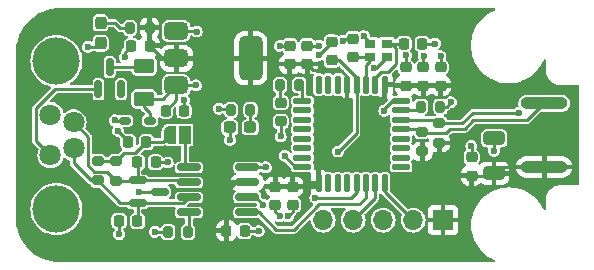
<source format=gbr>
%TF.GenerationSoftware,KiCad,Pcbnew,8.0.8*%
%TF.CreationDate,2025-02-03T14:21:18+01:00*%
%TF.ProjectId,TTS,5454532e-6b69-4636-9164-5f7063625858,rev?*%
%TF.SameCoordinates,PX2255100PY2ebae40*%
%TF.FileFunction,Copper,L1,Top*%
%TF.FilePolarity,Positive*%
%FSLAX46Y46*%
G04 Gerber Fmt 4.6, Leading zero omitted, Abs format (unit mm)*
G04 Created by KiCad (PCBNEW 8.0.8) date 2025-02-03 14:21:18*
%MOMM*%
%LPD*%
G01*
G04 APERTURE LIST*
G04 Aperture macros list*
%AMRoundRect*
0 Rectangle with rounded corners*
0 $1 Rounding radius*
0 $2 $3 $4 $5 $6 $7 $8 $9 X,Y pos of 4 corners*
0 Add a 4 corners polygon primitive as box body*
4,1,4,$2,$3,$4,$5,$6,$7,$8,$9,$2,$3,0*
0 Add four circle primitives for the rounded corners*
1,1,$1+$1,$2,$3*
1,1,$1+$1,$4,$5*
1,1,$1+$1,$6,$7*
1,1,$1+$1,$8,$9*
0 Add four rect primitives between the rounded corners*
20,1,$1+$1,$2,$3,$4,$5,0*
20,1,$1+$1,$4,$5,$6,$7,0*
20,1,$1+$1,$6,$7,$8,$9,0*
20,1,$1+$1,$8,$9,$2,$3,0*%
%AMFreePoly0*
4,1,19,0.550000,-0.750000,0.000000,-0.750000,0.000000,-0.744911,-0.071157,-0.744911,-0.207708,-0.704816,-0.327430,-0.627875,-0.420627,-0.520320,-0.479746,-0.390866,-0.500000,-0.250000,-0.500000,0.250000,-0.479746,0.390866,-0.420627,0.520320,-0.327430,0.627875,-0.207708,0.704816,-0.071157,0.744911,0.000000,0.744911,0.000000,0.750000,0.550000,0.750000,0.550000,-0.750000,0.550000,-0.750000,
$1*%
%AMFreePoly1*
4,1,19,0.000000,0.744911,0.071157,0.744911,0.207708,0.704816,0.327430,0.627875,0.420627,0.520320,0.479746,0.390866,0.500000,0.250000,0.500000,-0.250000,0.479746,-0.390866,0.420627,-0.520320,0.327430,-0.627875,0.207708,-0.704816,0.071157,-0.744911,0.000000,-0.744911,0.000000,-0.750000,-0.550000,-0.750000,-0.550000,0.750000,0.000000,0.750000,0.000000,0.744911,0.000000,0.744911,
$1*%
G04 Aperture macros list end*
%TA.AperFunction,SMDPad,CuDef*%
%ADD10RoundRect,0.150000X-0.587500X-0.150000X0.587500X-0.150000X0.587500X0.150000X-0.587500X0.150000X0*%
%TD*%
%TA.AperFunction,SMDPad,CuDef*%
%ADD11RoundRect,0.225000X0.225000X0.250000X-0.225000X0.250000X-0.225000X-0.250000X0.225000X-0.250000X0*%
%TD*%
%TA.AperFunction,ComponentPad*%
%ADD12R,1.700000X1.700000*%
%TD*%
%TA.AperFunction,ComponentPad*%
%ADD13O,1.700000X1.700000*%
%TD*%
%TA.AperFunction,SMDPad,CuDef*%
%ADD14R,0.900000X0.800000*%
%TD*%
%TA.AperFunction,ComponentPad*%
%ADD15C,1.800000*%
%TD*%
%TA.AperFunction,ComponentPad*%
%ADD16C,4.000000*%
%TD*%
%TA.AperFunction,SMDPad,CuDef*%
%ADD17RoundRect,0.225000X-0.225000X-0.250000X0.225000X-0.250000X0.225000X0.250000X-0.225000X0.250000X0*%
%TD*%
%TA.AperFunction,SMDPad,CuDef*%
%ADD18RoundRect,0.150000X0.325000X0.150000X-0.325000X0.150000X-0.325000X-0.150000X0.325000X-0.150000X0*%
%TD*%
%TA.AperFunction,SMDPad,CuDef*%
%ADD19O,4.000000X1.000000*%
%TD*%
%TA.AperFunction,SMDPad,CuDef*%
%ADD20RoundRect,0.150000X0.825000X0.150000X-0.825000X0.150000X-0.825000X-0.150000X0.825000X-0.150000X0*%
%TD*%
%TA.AperFunction,SMDPad,CuDef*%
%ADD21RoundRect,0.237500X-0.287500X-0.237500X0.287500X-0.237500X0.287500X0.237500X-0.287500X0.237500X0*%
%TD*%
%TA.AperFunction,SMDPad,CuDef*%
%ADD22RoundRect,0.150000X0.150000X-0.587500X0.150000X0.587500X-0.150000X0.587500X-0.150000X-0.587500X0*%
%TD*%
%TA.AperFunction,SMDPad,CuDef*%
%ADD23RoundRect,0.200000X0.275000X-0.200000X0.275000X0.200000X-0.275000X0.200000X-0.275000X-0.200000X0*%
%TD*%
%TA.AperFunction,SMDPad,CuDef*%
%ADD24RoundRect,0.200000X0.200000X0.275000X-0.200000X0.275000X-0.200000X-0.275000X0.200000X-0.275000X0*%
%TD*%
%TA.AperFunction,SMDPad,CuDef*%
%ADD25RoundRect,0.200000X-0.200000X-0.275000X0.200000X-0.275000X0.200000X0.275000X-0.200000X0.275000X0*%
%TD*%
%TA.AperFunction,SMDPad,CuDef*%
%ADD26RoundRect,0.125000X-0.125000X0.625000X-0.125000X-0.625000X0.125000X-0.625000X0.125000X0.625000X0*%
%TD*%
%TA.AperFunction,SMDPad,CuDef*%
%ADD27RoundRect,0.125000X-0.625000X0.125000X-0.625000X-0.125000X0.625000X-0.125000X0.625000X0.125000X0*%
%TD*%
%TA.AperFunction,SMDPad,CuDef*%
%ADD28RoundRect,0.237500X0.237500X-0.287500X0.237500X0.287500X-0.237500X0.287500X-0.237500X-0.287500X0*%
%TD*%
%TA.AperFunction,SMDPad,CuDef*%
%ADD29RoundRect,0.225000X0.250000X-0.225000X0.250000X0.225000X-0.250000X0.225000X-0.250000X-0.225000X0*%
%TD*%
%TA.AperFunction,SMDPad,CuDef*%
%ADD30RoundRect,0.218750X0.256250X-0.218750X0.256250X0.218750X-0.256250X0.218750X-0.256250X-0.218750X0*%
%TD*%
%TA.AperFunction,SMDPad,CuDef*%
%ADD31RoundRect,0.250000X-0.625000X0.375000X-0.625000X-0.375000X0.625000X-0.375000X0.625000X0.375000X0*%
%TD*%
%TA.AperFunction,SMDPad,CuDef*%
%ADD32RoundRect,0.225000X-0.250000X0.225000X-0.250000X-0.225000X0.250000X-0.225000X0.250000X0.225000X0*%
%TD*%
%TA.AperFunction,SMDPad,CuDef*%
%ADD33FreePoly0,180.000000*%
%TD*%
%TA.AperFunction,SMDPad,CuDef*%
%ADD34R,1.000000X1.500000*%
%TD*%
%TA.AperFunction,SMDPad,CuDef*%
%ADD35FreePoly1,180.000000*%
%TD*%
%TA.AperFunction,SMDPad,CuDef*%
%ADD36RoundRect,0.375000X-0.625000X-0.375000X0.625000X-0.375000X0.625000X0.375000X-0.625000X0.375000X0*%
%TD*%
%TA.AperFunction,SMDPad,CuDef*%
%ADD37RoundRect,0.500000X-0.500000X-1.400000X0.500000X-1.400000X0.500000X1.400000X-0.500000X1.400000X0*%
%TD*%
%TA.AperFunction,SMDPad,CuDef*%
%ADD38RoundRect,0.250000X0.650000X-0.325000X0.650000X0.325000X-0.650000X0.325000X-0.650000X-0.325000X0*%
%TD*%
%TA.AperFunction,SMDPad,CuDef*%
%ADD39RoundRect,0.200000X-0.275000X0.200000X-0.275000X-0.200000X0.275000X-0.200000X0.275000X0.200000X0*%
%TD*%
%TA.AperFunction,ViaPad*%
%ADD40C,0.600000*%
%TD*%
%TA.AperFunction,Conductor*%
%ADD41C,0.250000*%
%TD*%
G04 APERTURE END LIST*
D10*
%TO.P,D3,1,A1*%
%TO.N,CAN_L*%
X109572500Y4160000D03*
%TO.P,D3,2,A2*%
%TO.N,CAN_H*%
X109572500Y2260000D03*
%TO.P,D3,3,common*%
%TO.N,GND*%
X111447500Y3210000D03*
%TD*%
D11*
%TO.P,C12,1*%
%TO.N,/Vref*%
X110320000Y7430000D03*
%TO.P,C12,2*%
%TO.N,GND*%
X108770000Y7430000D03*
%TD*%
D12*
%TO.P,J2,1,Pin_1*%
%TO.N,+3.3V*%
X135440000Y810000D03*
D13*
%TO.P,J2,2,Pin_2*%
%TO.N,SWCLK*%
X132900000Y810000D03*
%TO.P,J2,3,Pin_3*%
%TO.N,GND*%
X130360001Y810000D03*
%TO.P,J2,4,Pin_4*%
%TO.N,SWDIO*%
X127820000Y810000D03*
%TO.P,J2,5,Pin_5*%
%TO.N,NRST*%
X125280000Y810000D03*
%TD*%
D14*
%TO.P,Y1,1,1*%
%TO.N,Net-(U5-PF1)*%
X129285000Y14640000D03*
%TO.P,Y1,2,2*%
%TO.N,GND*%
X130685000Y14640000D03*
%TO.P,Y1,3,3*%
%TO.N,Net-(U5-PF0)*%
X130685000Y15740000D03*
%TO.P,Y1,4,4*%
%TO.N,GND*%
X129285000Y15740000D03*
%TD*%
D15*
%TO.P,J1,1,Pin_1*%
%TO.N,Net-(D4-A)*%
X102200000Y6300000D03*
%TO.P,J1,2,Pin_2*%
%TO.N,CAN_H*%
X104150000Y6925000D03*
%TO.P,J1,3,Pin_3*%
%TO.N,GND*%
X102200000Y9700000D03*
%TO.P,J1,4,Pin_4*%
%TO.N,CAN_L*%
X104150000Y9075000D03*
D16*
%TO.P,J1,5*%
%TO.N,GND*%
X102700000Y14250000D03*
X102700000Y1750000D03*
%TD*%
D17*
%TO.P,C15,1*%
%TO.N,+3.3V*%
X117085000Y-100000D03*
%TO.P,C15,2*%
%TO.N,GND*%
X118635000Y-100000D03*
%TD*%
D18*
%TO.P,D1,1,K*%
%TO.N,+5V*%
X110620000Y9230000D03*
%TO.P,D1,2,A*%
%TO.N,GND*%
X108520000Y9230000D03*
%TD*%
D19*
%TO.P,U2,1,SCK*%
%TO.N,/I2C_SCL*%
X144000000Y10700000D03*
%TO.P,U2,2,3V3*%
%TO.N,+3.3V*%
X144000000Y5300000D03*
%TD*%
D20*
%TO.P,U4,1,D*%
%TO.N,/CAN_Tx*%
X118870000Y1455000D03*
%TO.P,U4,2,GND*%
%TO.N,GND*%
X118870000Y2725000D03*
%TO.P,U4,3,VCC*%
%TO.N,+3.3V*%
X118870000Y3995000D03*
%TO.P,U4,4,R*%
%TO.N,/CAN_Rx*%
X118870000Y5265000D03*
%TO.P,U4,5,Vref*%
%TO.N,Net-(JP1-C)*%
X113920000Y5265000D03*
%TO.P,U4,6,CANL*%
%TO.N,CAN_L*%
X113920000Y3995000D03*
%TO.P,U4,7,CANH*%
%TO.N,CAN_H*%
X113920000Y2725000D03*
%TO.P,U4,8,Rs*%
%TO.N,Net-(U4-Rs)*%
X113920000Y1455000D03*
%TD*%
D21*
%TO.P,5V,1,K*%
%TO.N,GND*%
X117377500Y8650000D03*
%TO.P,5V,2,A*%
%TO.N,Net-(VO2-A)*%
X119127500Y8650000D03*
%TD*%
D22*
%TO.P,D4,*%
%TO.N,*%
X108160000Y11892500D03*
%TO.P,D4,1,K*%
%TO.N,Net-(D4-K)*%
X107210000Y13767500D03*
%TO.P,D4,2,A*%
%TO.N,Net-(D4-A)*%
X106260000Y11892500D03*
%TD*%
D23*
%TO.P,R1,1*%
%TO.N,+3.3V*%
X133670000Y6625000D03*
%TO.P,R1,2*%
%TO.N,/I2C_SCL*%
X133670000Y8275000D03*
%TD*%
D24*
%TO.P,R3,1*%
%TO.N,Net-(U4-Rs)*%
X113825000Y-210000D03*
%TO.P,R3,2*%
%TO.N,GND*%
X112175000Y-210000D03*
%TD*%
D23*
%TO.P,R2,1*%
%TO.N,+3.3V*%
X135135000Y7345000D03*
%TO.P,R2,2*%
%TO.N,/I2C_SDA*%
X135135000Y8995000D03*
%TD*%
D25*
%TO.P,R9,1*%
%TO.N,+5V*%
X117485000Y10150000D03*
%TO.P,R9,2*%
%TO.N,Net-(VO2-A)*%
X119135000Y10150000D03*
%TD*%
D26*
%TO.P,U5,1,VDD*%
%TO.N,+3.3V*%
X130510000Y12275000D03*
%TO.P,U5,2,PF0*%
%TO.N,Net-(U5-PF0)*%
X129710000Y12275000D03*
%TO.P,U5,3,PF1*%
%TO.N,Net-(U5-PF1)*%
X128910000Y12275000D03*
%TO.P,U5,4,NRST*%
%TO.N,NRST*%
X128110000Y12275000D03*
%TO.P,U5,5,VDDA*%
%TO.N,+3.3V*%
X127310000Y12275000D03*
%TO.P,U5,6,PA0*%
%TO.N,unconnected-(U5-PA0-Pad6)*%
X126510000Y12275000D03*
%TO.P,U5,7,PA1*%
%TO.N,unconnected-(U5-PA1-Pad7)*%
X125710000Y12275000D03*
%TO.P,U5,8,PA2*%
%TO.N,unconnected-(U5-PA2-Pad8)*%
X124910000Y12275000D03*
D27*
%TO.P,U5,9,PA3*%
%TO.N,/STATUS_LED*%
X123535000Y10900000D03*
%TO.P,U5,10,PA4*%
%TO.N,unconnected-(U5-PA4-Pad10)*%
X123535000Y10100000D03*
%TO.P,U5,11,PA5*%
%TO.N,unconnected-(U5-PA5-Pad11)*%
X123535000Y9300000D03*
%TO.P,U5,12,PA6*%
%TO.N,unconnected-(U5-PA6-Pad12)*%
X123535000Y8500000D03*
%TO.P,U5,13,PA7*%
%TO.N,unconnected-(U5-PA7-Pad13)*%
X123535000Y7700000D03*
%TO.P,U5,14,PB0*%
%TO.N,unconnected-(U5-PB0-Pad14)*%
X123535000Y6900000D03*
%TO.P,U5,15,PB1*%
%TO.N,unconnected-(U5-PB1-Pad15)*%
X123535000Y6100000D03*
%TO.P,U5,16,VSS*%
%TO.N,GND*%
X123535000Y5300000D03*
D26*
%TO.P,U5,17,VDDIO2*%
%TO.N,+3.3V*%
X124910000Y3925000D03*
%TO.P,U5,18,PA8*%
%TO.N,unconnected-(U5-PA8-Pad18)*%
X125710000Y3925000D03*
%TO.P,U5,19,PA9*%
%TO.N,unconnected-(U5-PA9-Pad19)*%
X126510000Y3925000D03*
%TO.P,U5,20,PA10*%
%TO.N,unconnected-(U5-PA10-Pad20)*%
X127310000Y3925000D03*
%TO.P,U5,21,PA11*%
%TO.N,/CAN_Rx*%
X128110000Y3925000D03*
%TO.P,U5,22,PA12*%
%TO.N,/CAN_Tx*%
X128910000Y3925000D03*
%TO.P,U5,23,PA13*%
%TO.N,SWDIO*%
X129710000Y3925000D03*
%TO.P,U5,24,PA14*%
%TO.N,SWCLK*%
X130510000Y3925000D03*
D27*
%TO.P,U5,25,PA15*%
%TO.N,unconnected-(U5-PA15-Pad25)*%
X131885000Y5300000D03*
%TO.P,U5,26,PB3*%
%TO.N,unconnected-(U5-PB3-Pad26)*%
X131885000Y6100000D03*
%TO.P,U5,27,PB4*%
%TO.N,unconnected-(U5-PB4-Pad27)*%
X131885000Y6900000D03*
%TO.P,U5,28,PB5*%
%TO.N,unconnected-(U5-PB5-Pad28)*%
X131885000Y7700000D03*
%TO.P,U5,29,PB6*%
%TO.N,/I2C_SCL*%
X131885000Y8500000D03*
%TO.P,U5,30,PB7*%
%TO.N,/I2C_SDA*%
X131885000Y9300000D03*
%TO.P,U5,31,PB8*%
%TO.N,Net-(U5-PB8)*%
X131885000Y10100000D03*
%TO.P,U5,32,VSSA*%
%TO.N,GND*%
X131885000Y10900000D03*
%TD*%
D28*
%TO.P,3V,1,K*%
%TO.N,GND*%
X106440000Y15765000D03*
%TO.P,3V,2,A*%
%TO.N,Net-(VO1-A)*%
X106440000Y17515000D03*
%TD*%
D29*
%TO.P,C6,1*%
%TO.N,+3.3V*%
X132275000Y12185000D03*
%TO.P,C6,2*%
%TO.N,GND*%
X132275000Y13735000D03*
%TD*%
D11*
%TO.P,C14,1*%
%TO.N,GND*%
X111095000Y5690000D03*
%TO.P,C14,2*%
%TO.N,CAN_L*%
X109545000Y5690000D03*
%TD*%
D30*
%TO.P,D2,1,K*%
%TO.N,GND*%
X121685000Y9162500D03*
%TO.P,D2,2,A*%
%TO.N,Net-(D2-A)*%
X121685000Y10737500D03*
%TD*%
D31*
%TO.P,F1,1*%
%TO.N,Net-(D4-K)*%
X110130000Y13860000D03*
%TO.P,F1,2*%
%TO.N,+5V*%
X110130000Y11060000D03*
%TD*%
D24*
%TO.P,R5,1*%
%TO.N,+3.3V*%
X110605000Y17090000D03*
%TO.P,R5,2*%
%TO.N,Net-(VO1-A)*%
X108955000Y17090000D03*
%TD*%
D32*
%TO.P,C17,1*%
%TO.N,+3.3V*%
X121250000Y3645000D03*
%TO.P,C17,2*%
%TO.N,GND*%
X121250000Y2095000D03*
%TD*%
D23*
%TO.P,R8,1*%
%TO.N,CAN_L*%
X107740000Y4155000D03*
%TO.P,R8,2*%
%TO.N,/Vref*%
X107740000Y5805000D03*
%TD*%
D25*
%TO.P,R4,1*%
%TO.N,Net-(U5-PB8)*%
X133570000Y10420000D03*
%TO.P,R4,2*%
%TO.N,GND*%
X135220000Y10420000D03*
%TD*%
D29*
%TO.P,C8,1*%
%TO.N,+3.3V*%
X122455000Y14015000D03*
%TO.P,C8,2*%
%TO.N,GND*%
X122455000Y15565000D03*
%TD*%
D33*
%TO.P,JP1,1,A*%
%TO.N,+3.3V*%
X114890000Y8017500D03*
D34*
%TO.P,JP1,2,C*%
%TO.N,Net-(JP1-C)*%
X113590000Y8017500D03*
D35*
%TO.P,JP1,3,B*%
%TO.N,/Vref*%
X112290000Y8017500D03*
%TD*%
D29*
%TO.P,C10,1*%
%TO.N,Net-(U5-PF1)*%
X127830000Y14615000D03*
%TO.P,C10,2*%
%TO.N,GND*%
X127830000Y16165000D03*
%TD*%
%TO.P,C4,1*%
%TO.N,+3.3V*%
X137850000Y4565000D03*
%TO.P,C4,2*%
%TO.N,GND*%
X137850000Y6115000D03*
%TD*%
D36*
%TO.P,U1,1,GND*%
%TO.N,GND*%
X112850000Y16810000D03*
%TO.P,U1,2,VO*%
%TO.N,+3.3V*%
X112850000Y14510000D03*
D37*
X119150000Y14510000D03*
D36*
%TO.P,U1,3,VI*%
%TO.N,+5V*%
X112850000Y12210000D03*
%TD*%
D38*
%TO.P,C11,1*%
%TO.N,+3.3V*%
X139760000Y4780000D03*
%TO.P,C11,2*%
%TO.N,GND*%
X139760000Y7730000D03*
%TD*%
D11*
%TO.P,C9,1*%
%TO.N,GND*%
X133675000Y15750000D03*
%TO.P,C9,2*%
%TO.N,Net-(U5-PF0)*%
X132125000Y15750000D03*
%TD*%
D32*
%TO.P,C18,1*%
%TO.N,+3.3V*%
X122710000Y3645000D03*
%TO.P,C18,2*%
%TO.N,GND*%
X122710000Y2095000D03*
%TD*%
D17*
%TO.P,C1,1*%
%TO.N,+5V*%
X111955000Y10080000D03*
%TO.P,C1,2*%
%TO.N,GND*%
X113505000Y10080000D03*
%TD*%
D24*
%TO.P,R6,1*%
%TO.N,/STATUS_LED*%
X123270000Y12230000D03*
%TO.P,R6,2*%
%TO.N,Net-(D2-A)*%
X121620000Y12230000D03*
%TD*%
D29*
%TO.P,C16,1*%
%TO.N,+3.3V*%
X123945000Y14025000D03*
%TO.P,C16,2*%
%TO.N,GND*%
X123945000Y15575000D03*
%TD*%
D39*
%TO.P,R7,1*%
%TO.N,/Vref*%
X106220000Y5815000D03*
%TO.P,R7,2*%
%TO.N,CAN_H*%
X106220000Y4165000D03*
%TD*%
D11*
%TO.P,C2,1*%
%TO.N,+3.3V*%
X110605000Y15560000D03*
%TO.P,C2,2*%
%TO.N,GND*%
X109055000Y15560000D03*
%TD*%
D32*
%TO.P,C3,1*%
%TO.N,GND*%
X126025000Y15875000D03*
%TO.P,C3,2*%
%TO.N,NRST*%
X126025000Y14325000D03*
%TD*%
D29*
%TO.P,C7,1*%
%TO.N,+3.3V*%
X133755000Y12185000D03*
%TO.P,C7,2*%
%TO.N,GND*%
X133755000Y13735000D03*
%TD*%
D11*
%TO.P,C13,1*%
%TO.N,CAN_H*%
X109555000Y740000D03*
%TO.P,C13,2*%
%TO.N,GND*%
X108005000Y740000D03*
%TD*%
D29*
%TO.P,C5,1*%
%TO.N,+3.3V*%
X135225000Y12185000D03*
%TO.P,C5,2*%
%TO.N,GND*%
X135225000Y13735000D03*
%TD*%
D40*
%TO.N,+3.3V*%
X136770000Y7690000D03*
X136780000Y9730000D03*
%TO.N,GND*%
X108020000Y-390000D03*
X133785000Y14730000D03*
X121595000Y15550000D03*
X107660000Y9250000D03*
X126950000Y16010000D03*
X135225000Y14680000D03*
X119830000Y-120000D03*
X139760000Y6680000D03*
X122299883Y1117039D03*
X112130000Y5690000D03*
X124945000Y14800000D03*
X107930000Y8360000D03*
X114580000Y16770000D03*
X132295000Y14750000D03*
X120190000Y2100000D03*
X105390000Y15470000D03*
X108480000Y14590000D03*
X129600000Y13673526D03*
X121690000Y7900000D03*
X111020000Y-180000D03*
X124925000Y15575000D03*
X117410000Y7590000D03*
X121600000Y1130000D03*
X137840000Y7090000D03*
X109680000Y3220000D03*
X128728359Y16398359D03*
X122020000Y6260000D03*
X134750000Y15750000D03*
X113509382Y10960000D03*
X130470000Y10050000D03*
X136100000Y10790000D03*
%TO.N,+5V*%
X114520000Y12220000D03*
X116450000Y10240000D03*
%TO.N,/I2C_SDA*%
X141880000Y9880000D03*
%TO.N,NRST*%
X126550000Y6610000D03*
%TO.N,/CAN_Rx*%
X124624644Y2694861D03*
X120430000Y5270000D03*
%TD*%
D41*
%TO.N,+3.3V*%
X132275000Y12185000D02*
X133755000Y12185000D01*
X140280000Y5300000D02*
X144000000Y5300000D01*
X124420000Y13550000D02*
X126753110Y13550000D01*
X124910000Y3925000D02*
X124630000Y3645000D01*
X139545000Y4565000D02*
X139760000Y4780000D01*
X111655000Y14510000D02*
X110605000Y15560000D01*
X112850000Y14510000D02*
X111655000Y14510000D01*
X130510000Y12275000D02*
X132185000Y12275000D01*
X127310000Y12993110D02*
X127310000Y12275000D01*
X124630000Y3645000D02*
X122710000Y3645000D01*
X117085000Y3184999D02*
X117085000Y-100000D01*
X126753110Y13550000D02*
X127310000Y12993110D01*
X137850000Y4565000D02*
X139545000Y4565000D01*
X133755000Y12185000D02*
X135225000Y12185000D01*
X117895001Y3995000D02*
X117085000Y3184999D01*
X139760000Y4780000D02*
X140280000Y5300000D01*
X118870000Y3995000D02*
X117895001Y3995000D01*
X123945000Y14025000D02*
X124420000Y13550000D01*
X122710000Y3645000D02*
X121250000Y3645000D01*
X132185000Y12275000D02*
X132275000Y12185000D01*
X110605000Y15560000D02*
X110605000Y17090000D01*
%TO.N,GND*%
X126950000Y16010000D02*
X127105000Y16165000D01*
X119830000Y-120000D02*
X119810000Y-100000D01*
X109690000Y3210000D02*
X109680000Y3220000D01*
X126025000Y15875000D02*
X126020000Y15875000D01*
X108770000Y7520000D02*
X107930000Y8360000D01*
X112175000Y-210000D02*
X111050000Y-210000D01*
X121610000Y15565000D02*
X122455000Y15565000D01*
X133755000Y14700000D02*
X133785000Y14730000D01*
X107680000Y9230000D02*
X108520000Y9230000D01*
X113505000Y10080000D02*
X113505000Y10955618D01*
X123945000Y15575000D02*
X124925000Y15575000D01*
X105390000Y15470000D02*
X106145000Y15470000D01*
X111095000Y5690000D02*
X112130000Y5690000D01*
X114540000Y16810000D02*
X114580000Y16770000D01*
X108480000Y14590000D02*
X108480000Y14985000D01*
X132275000Y14730000D02*
X132295000Y14750000D01*
X111447500Y3210000D02*
X109690000Y3210000D01*
X121250000Y2095000D02*
X121250000Y1480000D01*
X139760000Y6680000D02*
X139760000Y7730000D01*
X120190000Y2100000D02*
X119565000Y2725000D01*
X117410000Y7590000D02*
X117377500Y7622500D01*
X131135001Y10900000D02*
X130470000Y10234999D01*
X127700000Y16045000D02*
X127700000Y15875000D01*
X108770000Y7430000D02*
X108770000Y7520000D01*
X108005000Y-375000D02*
X108020000Y-390000D01*
X107660000Y9250000D02*
X107680000Y9230000D01*
X108480000Y14985000D02*
X109055000Y15560000D01*
X135225000Y13735000D02*
X135225000Y14680000D01*
X108005000Y740000D02*
X108005000Y-375000D01*
X121690000Y7900000D02*
X121690000Y9157500D01*
X121250000Y1480000D02*
X121600000Y1130000D01*
X121690000Y9157500D02*
X121685000Y9162500D01*
X129718526Y13673526D02*
X130685000Y14640000D01*
X135220000Y10420000D02*
X135730000Y10420000D01*
X137850000Y7080000D02*
X137850000Y6115000D01*
X122710000Y1527156D02*
X122299883Y1117039D01*
X126020000Y15875000D02*
X124945000Y14800000D01*
X130470000Y10234999D02*
X130470000Y10050000D01*
X134750000Y15750000D02*
X133725000Y15750000D01*
X106145000Y15470000D02*
X106440000Y15765000D01*
X121595000Y15550000D02*
X121610000Y15565000D01*
X119810000Y-100000D02*
X118635000Y-100000D01*
X122710000Y2095000D02*
X122710000Y1527156D01*
X122020000Y6225140D02*
X122945140Y5300000D01*
X137840000Y7090000D02*
X137850000Y7080000D01*
X122020000Y6260000D02*
X122020000Y6225140D01*
X111050000Y-210000D02*
X111020000Y-180000D01*
X117377500Y7622500D02*
X117377500Y8650000D01*
X113505000Y10955618D02*
X113509382Y10960000D01*
X129285000Y15841718D02*
X129285000Y15740000D01*
X135730000Y10420000D02*
X136100000Y10790000D01*
X127105000Y16165000D02*
X127830000Y16165000D01*
X122945140Y5300000D02*
X123535000Y5300000D01*
X133755000Y13735000D02*
X133755000Y14700000D01*
X129600000Y13673526D02*
X129718526Y13673526D01*
X128728359Y16398359D02*
X129285000Y15841718D01*
X132275000Y13735000D02*
X132275000Y14730000D01*
X119565000Y2725000D02*
X118870000Y2725000D01*
X112850000Y16810000D02*
X114540000Y16810000D01*
X131885000Y10900000D02*
X131135001Y10900000D01*
%TO.N,+5V*%
X112850000Y12210000D02*
X114510000Y12210000D01*
X117395000Y10240000D02*
X117485000Y10150000D01*
X110130000Y10360000D02*
X110130000Y11060000D01*
X110130000Y11060000D02*
X111700000Y11060000D01*
X111700000Y11060000D02*
X112850000Y12210000D01*
X110620000Y9230000D02*
X110620000Y9870000D01*
X116450000Y10240000D02*
X117395000Y10240000D01*
X112850000Y10975000D02*
X111955000Y10080000D01*
X112850000Y12210000D02*
X112850000Y10975000D01*
X114510000Y12210000D02*
X114520000Y12220000D01*
X110620000Y9870000D02*
X110130000Y10360000D01*
%TO.N,/I2C_SDA*%
X134830000Y9300000D02*
X135135000Y8995000D01*
X137960000Y9880000D02*
X137075000Y8995000D01*
X141880000Y9880000D02*
X137960000Y9880000D01*
X137075000Y8995000D02*
X135135000Y8995000D01*
X131885000Y9300000D02*
X134830000Y9300000D01*
%TO.N,/I2C_SCL*%
X131885000Y8500000D02*
X133445000Y8500000D01*
X138005000Y9255000D02*
X142555000Y9255000D01*
X137280000Y8530000D02*
X138005000Y9255000D01*
X142555000Y9255000D02*
X144000000Y10700000D01*
X133445000Y8500000D02*
X133670000Y8275000D01*
X133670000Y8275000D02*
X133806116Y8138884D01*
X136058348Y8530000D02*
X137280000Y8530000D01*
X135667232Y8138884D02*
X136058348Y8530000D01*
X133806116Y8138884D02*
X135667232Y8138884D01*
%TO.N,CAN_H*%
X104150000Y5652208D02*
X105637208Y4165000D01*
X109572500Y757500D02*
X109555000Y740000D01*
X108125000Y2260000D02*
X109572500Y2260000D01*
X113455000Y2260000D02*
X113920000Y2725000D01*
X105637208Y4165000D02*
X106220000Y4165000D01*
X109572500Y2260000D02*
X109572500Y757500D01*
X104150000Y6925000D02*
X104150000Y5652208D01*
X106220000Y4165000D02*
X108125000Y2260000D01*
X109572500Y2260000D02*
X113455000Y2260000D01*
%TO.N,CAN_L*%
X109572500Y4160000D02*
X109572500Y5662500D01*
X104150000Y9075000D02*
X105375000Y7850000D01*
X113755000Y4160000D02*
X113920000Y3995000D01*
X105375000Y7850000D02*
X105375000Y5436996D01*
X105375000Y5436996D02*
X105921996Y4890000D01*
X105921996Y4890000D02*
X107005000Y4890000D01*
X109567500Y4155000D02*
X109572500Y4160000D01*
X107740000Y4155000D02*
X109567500Y4155000D01*
X107005000Y4890000D02*
X107740000Y4155000D01*
X109572500Y4160000D02*
X113755000Y4160000D01*
X109572500Y5662500D02*
X109545000Y5690000D01*
%TO.N,Net-(U4-Rs)*%
X113920000Y-115000D02*
X113945000Y-140000D01*
X113920000Y1455000D02*
X113920000Y-115000D01*
%TO.N,NRST*%
X125855000Y810000D02*
X125280000Y810000D01*
X126550000Y6610000D02*
X128110000Y8170000D01*
X128110000Y12864860D02*
X128110000Y12275000D01*
X128110000Y8170000D02*
X128110000Y12275000D01*
X126025000Y14325000D02*
X126649860Y14325000D01*
X126649860Y14325000D02*
X128110000Y12864860D01*
%TO.N,Net-(U5-PF0)*%
X130685000Y15740000D02*
X131085000Y15740000D01*
X129710000Y12864860D02*
X129710000Y12275000D01*
X130195140Y13350000D02*
X129710000Y12864860D01*
X132115000Y15740000D02*
X132125000Y15750000D01*
X130685000Y15740000D02*
X132115000Y15740000D01*
X130800000Y13350000D02*
X130195140Y13350000D01*
X131085000Y15740000D02*
X131460000Y15365000D01*
X131460000Y14010000D02*
X130800000Y13350000D01*
X131460000Y15365000D02*
X131460000Y14010000D01*
%TO.N,SWDIO*%
X127820000Y810000D02*
X129710000Y2700000D01*
X129710000Y2700000D02*
X129710000Y3925000D01*
%TO.N,Net-(U5-PF1)*%
X129285000Y14297055D02*
X129285000Y14640000D01*
X127830000Y14615000D02*
X129260000Y14615000D01*
X129260000Y14615000D02*
X129285000Y14640000D01*
X128910000Y12275000D02*
X128910000Y13922055D01*
X128910000Y13922055D02*
X129285000Y14297055D01*
%TO.N,/Vref*%
X109380000Y6490000D02*
X108425000Y6490000D01*
X106230000Y5805000D02*
X106220000Y5815000D01*
X107740000Y5805000D02*
X106230000Y5805000D01*
X112290000Y8017500D02*
X111702500Y7430000D01*
X110320000Y7430000D02*
X109380000Y6490000D01*
X108425000Y6490000D02*
X107740000Y5805000D01*
X111702500Y7430000D02*
X110320000Y7430000D01*
%TO.N,Net-(D4-K)*%
X110037500Y13767500D02*
X110130000Y13860000D01*
X107210000Y13767500D02*
X110037500Y13767500D01*
%TO.N,Net-(D4-A)*%
X100975000Y10255000D02*
X102612500Y11892500D01*
X102200000Y6300000D02*
X100975000Y7525000D01*
X100975000Y7525000D02*
X100975000Y10255000D01*
X102612500Y11892500D02*
X106260000Y11892500D01*
%TO.N,Net-(JP1-C)*%
X113590000Y5595000D02*
X113920000Y5265000D01*
X113590000Y8017500D02*
X113590000Y5595000D01*
%TO.N,Net-(U5-PB8)*%
X131885000Y10100000D02*
X133250000Y10100000D01*
X133250000Y10100000D02*
X133570000Y10420000D01*
%TO.N,SWCLK*%
X130510000Y3200000D02*
X130510000Y3925000D01*
X132900000Y810000D02*
X130510000Y3200000D01*
%TO.N,/CAN_Tx*%
X121315849Y-15850D02*
X122792449Y-15850D01*
X119844999Y1455000D02*
X121315849Y-15850D01*
X124938299Y2130000D02*
X128340000Y2130000D01*
X128340000Y2130000D02*
X128910000Y2700000D01*
X118870000Y1455000D02*
X119844999Y1455000D01*
X122792449Y-15850D02*
X124938299Y2130000D01*
X128910000Y2700000D02*
X128910000Y3925000D01*
%TO.N,/CAN_Rx*%
X118870000Y5265000D02*
X120425000Y5265000D01*
X124624644Y2694861D02*
X124629505Y2690000D01*
X124629505Y2690000D02*
X127624999Y2690000D01*
X128110000Y3175001D02*
X128110000Y3925000D01*
X127624999Y2690000D02*
X128110000Y3175001D01*
X120425000Y5265000D02*
X120430000Y5270000D01*
%TO.N,Net-(D2-A)*%
X121620000Y10802500D02*
X121685000Y10737500D01*
X121620000Y12230000D02*
X121620000Y10802500D01*
%TO.N,/STATUS_LED*%
X123535000Y11965000D02*
X123270000Y12230000D01*
X123535000Y10900000D02*
X123535000Y11965000D01*
%TO.N,Net-(VO1-A)*%
X107635000Y17515000D02*
X108060000Y17090000D01*
X106440000Y17515000D02*
X107635000Y17515000D01*
X108060000Y17090000D02*
X108955000Y17090000D01*
%TO.N,Net-(VO2-A)*%
X119135000Y8657500D02*
X119127500Y8650000D01*
X119135000Y10150000D02*
X119135000Y8657500D01*
%TD*%
%TA.AperFunction,Conductor*%
%TO.N,+3.3V*%
G36*
X139820642Y18730593D02*
G01*
X139856606Y18681093D01*
X139856606Y18619907D01*
X139820642Y18570407D01*
X139795805Y18557289D01*
X139765417Y18546415D01*
X139765406Y18546411D01*
X139481524Y18412146D01*
X139212185Y18250709D01*
X138959940Y18063632D01*
X138959933Y18063626D01*
X138727273Y17852755D01*
X138727245Y17852727D01*
X138516374Y17620067D01*
X138516368Y17620060D01*
X138329291Y17367815D01*
X138167854Y17098476D01*
X138033589Y16814594D01*
X138033584Y16814583D01*
X137927790Y16518910D01*
X137851490Y16214302D01*
X137851484Y16214272D01*
X137805410Y15903668D01*
X137805410Y15903665D01*
X137805409Y15903659D01*
X137805409Y15903654D01*
X137790000Y15590000D01*
X137805409Y15276346D01*
X137805409Y15276341D01*
X137805410Y15276336D01*
X137805410Y15276333D01*
X137851484Y14965729D01*
X137851490Y14965699D01*
X137927790Y14661091D01*
X138033584Y14365418D01*
X138033589Y14365407D01*
X138167854Y14081525D01*
X138329291Y13812186D01*
X138329296Y13812179D01*
X138329298Y13812176D01*
X138450509Y13648742D01*
X138516368Y13559941D01*
X138516374Y13559934D01*
X138707576Y13348975D01*
X138727259Y13327259D01*
X138727269Y13327250D01*
X138727273Y13327246D01*
X138937041Y13137123D01*
X138959942Y13116367D01*
X139212176Y12929298D01*
X139212180Y12929296D01*
X139212185Y12929292D01*
X139481524Y12767855D01*
X139550492Y12735236D01*
X139765414Y12633586D01*
X140061090Y12527791D01*
X140061089Y12527791D01*
X140365698Y12451491D01*
X140365703Y12451490D01*
X140365711Y12451488D01*
X140365718Y12451487D01*
X140365728Y12451485D01*
X140578488Y12419926D01*
X140676346Y12405409D01*
X140990000Y12390000D01*
X141303654Y12405409D01*
X141303667Y12405411D01*
X141614271Y12451485D01*
X141614277Y12451487D01*
X141614289Y12451488D01*
X141918910Y12527791D01*
X142214586Y12633586D01*
X142498469Y12767852D01*
X142498470Y12767853D01*
X142498475Y12767855D01*
X142767814Y12929292D01*
X142767814Y12929293D01*
X142767824Y12929298D01*
X143020058Y13116367D01*
X143252741Y13327259D01*
X143463633Y13559942D01*
X143650702Y13812176D01*
X143709280Y13909907D01*
X143812145Y14081525D01*
X143824992Y14108687D01*
X143946414Y14365414D01*
X143948536Y14371344D01*
X143985941Y14419765D01*
X144044663Y14436951D01*
X144102272Y14416339D01*
X144136763Y14365802D01*
X144140749Y14337994D01*
X144140749Y13541056D01*
X144140703Y13540918D01*
X144140695Y13401654D01*
X144156431Y13302230D01*
X144170492Y13213381D01*
X144171441Y13207388D01*
X144171442Y13207382D01*
X144232174Y13020319D01*
X144232179Y13020307D01*
X144321407Y12845035D01*
X144321410Y12845030D01*
X144436944Y12685856D01*
X144436945Y12685855D01*
X144575944Y12546694D01*
X144734985Y12430974D01*
X144734992Y12430970D01*
X144785054Y12405411D01*
X144910163Y12341536D01*
X144910168Y12341535D01*
X144910169Y12341534D01*
X145097163Y12280584D01*
X145097164Y12280584D01*
X145097167Y12280583D01*
X145291401Y12249610D01*
X145330219Y12249568D01*
X145330890Y12249501D01*
X145389766Y12249501D01*
X145433914Y12249450D01*
X145433915Y12249451D01*
X145442150Y12249441D01*
X145442844Y12249501D01*
X146850500Y12249501D01*
X146908691Y12230594D01*
X146944655Y12181094D01*
X146949500Y12150501D01*
X146949500Y3849501D01*
X146930593Y3791310D01*
X146881093Y3755346D01*
X146850500Y3750501D01*
X145442844Y3750501D01*
X145442150Y3750562D01*
X145389744Y3750501D01*
X145331249Y3750501D01*
X145330067Y3750386D01*
X145291409Y3750343D01*
X145291407Y3750343D01*
X145097178Y3719372D01*
X144947080Y3670447D01*
X144910182Y3658419D01*
X144910180Y3658419D01*
X144910174Y3658416D01*
X144735022Y3568993D01*
X144735010Y3568986D01*
X144575973Y3453268D01*
X144436982Y3314116D01*
X144436981Y3314115D01*
X144321452Y3154947D01*
X144232224Y2979678D01*
X144171488Y2792606D01*
X144171488Y2792604D01*
X144140743Y2598345D01*
X144140749Y2505492D01*
X144140749Y1716129D01*
X144121842Y1657938D01*
X144072342Y1621974D01*
X144011156Y1621974D01*
X143961656Y1657938D01*
X143952254Y1673801D01*
X143849997Y1890007D01*
X143688560Y2159346D01*
X143688556Y2159351D01*
X143688554Y2159355D01*
X143501485Y2411589D01*
X143476156Y2439535D01*
X143290606Y2644258D01*
X143290602Y2644262D01*
X143290593Y2644272D01*
X143279962Y2653907D01*
X143057918Y2855157D01*
X143057911Y2855163D01*
X143057910Y2855164D01*
X142805676Y3042233D01*
X142805673Y3042235D01*
X142805666Y3042240D01*
X142536327Y3203677D01*
X142252445Y3337942D01*
X142252434Y3337947D01*
X141956760Y3443741D01*
X141956762Y3443741D01*
X141652153Y3520041D01*
X141652123Y3520047D01*
X141341517Y3566121D01*
X141341510Y3566122D01*
X141341506Y3566122D01*
X141027852Y3581531D01*
X140714198Y3566122D01*
X140714193Y3566122D01*
X140714187Y3566121D01*
X140714184Y3566121D01*
X140403580Y3520047D01*
X140403550Y3520041D01*
X140098942Y3443741D01*
X139803269Y3337947D01*
X139803258Y3337942D01*
X139519376Y3203677D01*
X139250037Y3042240D01*
X138997792Y2855163D01*
X138997785Y2855157D01*
X138765125Y2644286D01*
X138765097Y2644258D01*
X138554226Y2411598D01*
X138554220Y2411591D01*
X138367143Y2159346D01*
X138205706Y1890007D01*
X138071441Y1606125D01*
X138071436Y1606114D01*
X137965642Y1310441D01*
X137889342Y1005833D01*
X137889336Y1005803D01*
X137843262Y695199D01*
X137843262Y695196D01*
X137843261Y695190D01*
X137843261Y695185D01*
X137827852Y381531D01*
X137843261Y67877D01*
X137843261Y67872D01*
X137843262Y67867D01*
X137843262Y67864D01*
X137889336Y-242740D01*
X137889342Y-242770D01*
X137965642Y-547378D01*
X138071436Y-843051D01*
X138071441Y-843062D01*
X138205706Y-1126944D01*
X138367143Y-1396283D01*
X138367148Y-1396290D01*
X138367150Y-1396293D01*
X138554219Y-1648527D01*
X138554220Y-1648528D01*
X138554226Y-1648535D01*
X138559689Y-1654563D01*
X138765111Y-1881210D01*
X138765121Y-1881219D01*
X138765125Y-1881223D01*
X138787272Y-1901296D01*
X138997794Y-2092102D01*
X139250028Y-2279171D01*
X139250032Y-2279173D01*
X139250037Y-2279177D01*
X139519376Y-2440614D01*
X139773919Y-2561003D01*
X139818439Y-2602975D01*
X139829786Y-2663099D01*
X139803626Y-2718410D01*
X139749951Y-2747781D01*
X139731591Y-2749498D01*
X103002433Y-2749498D01*
X102997576Y-2749379D01*
X102637335Y-2731683D01*
X102627666Y-2730730D01*
X102273324Y-2678168D01*
X102263795Y-2676273D01*
X101916297Y-2589230D01*
X101907000Y-2586410D01*
X101569707Y-2465724D01*
X101560731Y-2462006D01*
X101236892Y-2308842D01*
X101228324Y-2304262D01*
X100921064Y-2120097D01*
X100912986Y-2114700D01*
X100625244Y-1901296D01*
X100617734Y-1895132D01*
X100352306Y-1654563D01*
X100345441Y-1647698D01*
X100197195Y-1484134D01*
X100104867Y-1382265D01*
X100098703Y-1374755D01*
X99885299Y-1087013D01*
X99879902Y-1078935D01*
X99755058Y-870646D01*
X99695735Y-771671D01*
X99691157Y-763107D01*
X99689553Y-759716D01*
X99537991Y-439265D01*
X99534275Y-430292D01*
X99413585Y-92986D01*
X99410773Y-83715D01*
X99323723Y263807D01*
X99321833Y273313D01*
X99269267Y627681D01*
X99268317Y637321D01*
X99250619Y997578D01*
X99250500Y1002436D01*
X99250500Y1750001D01*
X100494778Y1750001D01*
X100494778Y1750000D01*
X100513643Y1462164D01*
X100569920Y1179241D01*
X100662640Y906100D01*
X100662645Y906089D01*
X100790222Y647389D01*
X100950477Y407550D01*
X100950487Y407537D01*
X101122776Y211080D01*
X101140673Y190673D01*
X101140681Y190666D01*
X101140682Y190665D01*
X101357536Y488D01*
X101357543Y483D01*
X101357546Y480D01*
X101597389Y-159778D01*
X101856098Y-287359D01*
X101949798Y-319166D01*
X102129240Y-380079D01*
X102129242Y-380079D01*
X102129247Y-380081D01*
X102412161Y-436356D01*
X102700000Y-455222D01*
X102987839Y-436356D01*
X103270753Y-380081D01*
X103543902Y-287359D01*
X103802611Y-159778D01*
X104042454Y480D01*
X104259327Y190673D01*
X104449520Y407546D01*
X104609778Y647389D01*
X104737359Y906098D01*
X104777208Y1023490D01*
X107354500Y1023490D01*
X107354500Y456511D01*
X107370281Y356875D01*
X107370283Y356868D01*
X107431470Y236783D01*
X107431472Y236780D01*
X107526780Y141472D01*
X107526782Y141471D01*
X107616270Y95874D01*
X107659535Y52610D01*
X107669106Y-7822D01*
X107646145Y-57165D01*
X107594623Y-116626D01*
X107534834Y-247543D01*
X107514353Y-389997D01*
X107514353Y-390002D01*
X107534834Y-532456D01*
X107570387Y-610304D01*
X107594623Y-663373D01*
X107688872Y-772143D01*
X107688873Y-772144D01*
X107799207Y-843051D01*
X107809947Y-849953D01*
X107916403Y-881211D01*
X107948035Y-890499D01*
X107948036Y-890499D01*
X107948039Y-890500D01*
X107948041Y-890500D01*
X108091959Y-890500D01*
X108091961Y-890500D01*
X108230053Y-849953D01*
X108351128Y-772143D01*
X108445377Y-663373D01*
X108505165Y-532457D01*
X108516270Y-455222D01*
X108525647Y-390002D01*
X108525647Y-389997D01*
X108505165Y-247543D01*
X108502980Y-242758D01*
X108474318Y-179997D01*
X110514353Y-179997D01*
X110514353Y-180002D01*
X110534834Y-322456D01*
X110592421Y-448552D01*
X110594623Y-453373D01*
X110676078Y-547378D01*
X110688873Y-562144D01*
X110763804Y-610299D01*
X110809947Y-639953D01*
X110916403Y-671211D01*
X110948035Y-680499D01*
X110948036Y-680499D01*
X110948039Y-680500D01*
X110948041Y-680500D01*
X111091959Y-680500D01*
X111091961Y-680500D01*
X111230053Y-639953D01*
X111351128Y-562143D01*
X111353971Y-559680D01*
X111356862Y-558458D01*
X111357085Y-558315D01*
X111357109Y-558353D01*
X111410331Y-535863D01*
X111418801Y-535500D01*
X111493121Y-535500D01*
X111551312Y-554407D01*
X111587276Y-603907D01*
X111587276Y-603908D01*
X111589354Y-610306D01*
X111634307Y-698529D01*
X111646950Y-723342D01*
X111736658Y-813050D01*
X111849696Y-870646D01*
X111943481Y-885500D01*
X112406518Y-885499D01*
X112406520Y-885499D01*
X112406521Y-885498D01*
X112453411Y-878072D01*
X112500299Y-870647D01*
X112500299Y-870646D01*
X112500304Y-870646D01*
X112613342Y-813050D01*
X112703050Y-723342D01*
X112760646Y-610304D01*
X112775500Y-516519D01*
X112775499Y96518D01*
X112772493Y115500D01*
X112760647Y190300D01*
X112760646Y190302D01*
X112760646Y190304D01*
X112703050Y303342D01*
X112613342Y393050D01*
X112500304Y450646D01*
X112500305Y450646D01*
X112406522Y465500D01*
X111943479Y465500D01*
X111943476Y465499D01*
X111849700Y450648D01*
X111849695Y450646D01*
X111736659Y393051D01*
X111646949Y303341D01*
X111589354Y190307D01*
X111587276Y183908D01*
X111551313Y134408D01*
X111493122Y115500D01*
X111471416Y115500D01*
X111413225Y134407D01*
X111396599Y149667D01*
X111351128Y202143D01*
X111351127Y202144D01*
X111351126Y202145D01*
X111230057Y279951D01*
X111230054Y279953D01*
X111230053Y279953D01*
X111219247Y283126D01*
X111091964Y320500D01*
X111091961Y320500D01*
X110948039Y320500D01*
X110948035Y320500D01*
X110809949Y279954D01*
X110809942Y279951D01*
X110688873Y202145D01*
X110594622Y93372D01*
X110534834Y-37543D01*
X110514353Y-179997D01*
X108474318Y-179997D01*
X108445377Y-116627D01*
X108384666Y-46562D01*
X108360848Y9797D01*
X108374707Y69393D01*
X108414537Y106477D01*
X108483220Y141472D01*
X108578528Y236780D01*
X108633745Y345151D01*
X108639716Y356868D01*
X108639716Y356869D01*
X108639719Y356874D01*
X108655500Y456512D01*
X108655500Y1023488D01*
X108639719Y1123126D01*
X108639716Y1123131D01*
X108639716Y1123133D01*
X108578529Y1243218D01*
X108578528Y1243220D01*
X108483220Y1338528D01*
X108483217Y1338530D01*
X108363132Y1399717D01*
X108363127Y1399719D01*
X108363126Y1399719D01*
X108316297Y1407136D01*
X108263490Y1415500D01*
X108263488Y1415500D01*
X107746512Y1415500D01*
X107746510Y1415500D01*
X107646874Y1399719D01*
X107646867Y1399717D01*
X107526782Y1338530D01*
X107431470Y1243218D01*
X107370283Y1123133D01*
X107370281Y1123126D01*
X107354500Y1023490D01*
X104777208Y1023490D01*
X104830081Y1179247D01*
X104886356Y1462161D01*
X104905222Y1750000D01*
X104886356Y2037839D01*
X104830081Y2320753D01*
X104818968Y2353490D01*
X104781339Y2464341D01*
X104737359Y2593902D01*
X104609778Y2852611D01*
X104449520Y3092454D01*
X104449517Y3092457D01*
X104449512Y3092464D01*
X104259335Y3309318D01*
X104259334Y3309319D01*
X104259327Y3309327D01*
X104259317Y3309336D01*
X104042463Y3499513D01*
X104042450Y3499523D01*
X103802611Y3659778D01*
X103543911Y3787355D01*
X103543900Y3787360D01*
X103270759Y3880080D01*
X102987836Y3936357D01*
X102700000Y3955222D01*
X102412163Y3936357D01*
X102129240Y3880080D01*
X101856099Y3787360D01*
X101856088Y3787355D01*
X101597388Y3659778D01*
X101357549Y3499523D01*
X101357536Y3499513D01*
X101140682Y3309336D01*
X101140664Y3309318D01*
X100950487Y3092464D01*
X100950477Y3092451D01*
X100790222Y2852612D01*
X100662645Y2593912D01*
X100662640Y2593901D01*
X100569920Y2320760D01*
X100513643Y2037837D01*
X100494778Y1750001D01*
X99250500Y1750001D01*
X99250500Y14250001D01*
X100494778Y14250001D01*
X100494778Y14250000D01*
X100513643Y13962164D01*
X100569920Y13679241D01*
X100662640Y13406100D01*
X100662645Y13406089D01*
X100790222Y13147389D01*
X100950477Y12907550D01*
X100950487Y12907537D01*
X101114515Y12720500D01*
X101140673Y12690673D01*
X101140681Y12690666D01*
X101140682Y12690665D01*
X101357536Y12500488D01*
X101357543Y12500483D01*
X101357546Y12500480D01*
X101597389Y12340222D01*
X101856098Y12212641D01*
X102129247Y12119919D01*
X102156399Y12114518D01*
X102209782Y12084623D01*
X102235399Y12029058D01*
X102223462Y11969048D01*
X102207089Y11947417D01*
X100714532Y10454859D01*
X100714531Y10454858D01*
X100671683Y10380643D01*
X100671681Y10380639D01*
X100658125Y10330050D01*
X100658126Y10330049D01*
X100649500Y10297856D01*
X100649500Y10297853D01*
X100649500Y7567853D01*
X100649500Y7482147D01*
X100668950Y7409557D01*
X100671683Y7399357D01*
X100714531Y7325143D01*
X100714535Y7325138D01*
X101175894Y6863778D01*
X101203671Y6809262D01*
X101194512Y6749649D01*
X101169419Y6699255D01*
X101129924Y6560445D01*
X101113603Y6503083D01*
X101094785Y6300000D01*
X101113603Y6096917D01*
X101169418Y5900750D01*
X101260327Y5718179D01*
X101383236Y5555421D01*
X101533959Y5418019D01*
X101707363Y5310652D01*
X101897544Y5236976D01*
X102098024Y5199500D01*
X102301976Y5199500D01*
X102502456Y5236976D01*
X102692637Y5310652D01*
X102866041Y5418019D01*
X103016764Y5555421D01*
X103139673Y5718179D01*
X103230582Y5900750D01*
X103271154Y6043346D01*
X103305262Y6094137D01*
X103362714Y6115182D01*
X103421564Y6098438D01*
X103433063Y6089417D01*
X103483959Y6043019D01*
X103657363Y5935652D01*
X103657367Y5935651D01*
X103657368Y5935650D01*
X103761262Y5895402D01*
X103808694Y5856751D01*
X103824500Y5803087D01*
X103824500Y5695061D01*
X103824500Y5609355D01*
X103842180Y5543372D01*
X103846683Y5526565D01*
X103889531Y5452351D01*
X103889533Y5452349D01*
X103889535Y5452346D01*
X105376741Y3965141D01*
X105376743Y3965138D01*
X105437346Y3904535D01*
X105454662Y3894538D01*
X105454666Y3894534D01*
X105454667Y3894535D01*
X105511569Y3861682D01*
X105517561Y3859200D01*
X105517074Y3858027D01*
X105562671Y3828418D01*
X105573945Y3811058D01*
X105608314Y3743607D01*
X105616950Y3726658D01*
X105706658Y3636950D01*
X105819696Y3579354D01*
X105913481Y3564500D01*
X106319164Y3564501D01*
X106377355Y3545594D01*
X106389168Y3535505D01*
X107129330Y2795344D01*
X107864533Y2060141D01*
X107864535Y2060138D01*
X107925138Y1999535D01*
X107962247Y1978111D01*
X107962249Y1978109D01*
X107997870Y1957543D01*
X107999361Y1956682D01*
X108082147Y1934500D01*
X108167853Y1934500D01*
X108623812Y1934500D01*
X108682003Y1915593D01*
X108693816Y1905504D01*
X108695801Y1903519D01*
X108695802Y1903517D01*
X108778517Y1820802D01*
X108797582Y1811482D01*
X108883604Y1769428D01*
X108883605Y1769428D01*
X108883607Y1769427D01*
X108951740Y1759500D01*
X109148000Y1759500D01*
X109206191Y1740593D01*
X109242155Y1691093D01*
X109247000Y1660500D01*
X109247000Y1485927D01*
X109228093Y1427736D01*
X109192946Y1397718D01*
X109076781Y1338529D01*
X108981470Y1243218D01*
X108920283Y1123133D01*
X108920281Y1123126D01*
X108904500Y1023490D01*
X108904500Y456511D01*
X108920281Y356875D01*
X108920283Y356868D01*
X108981470Y236783D01*
X108981472Y236780D01*
X109076780Y141472D01*
X109076782Y141471D01*
X109196867Y80284D01*
X109196869Y80284D01*
X109196874Y80281D01*
X109265619Y69393D01*
X109296510Y64500D01*
X109296512Y64500D01*
X109813490Y64500D01*
X109844381Y69393D01*
X109913126Y80281D01*
X110033220Y141472D01*
X110128528Y236780D01*
X110183745Y345151D01*
X110189716Y356868D01*
X110189716Y356869D01*
X110189719Y356874D01*
X110205500Y456512D01*
X110205500Y1023488D01*
X110189719Y1123126D01*
X110189716Y1123131D01*
X110189716Y1123133D01*
X110128529Y1243218D01*
X110128528Y1243220D01*
X110033220Y1338528D01*
X110002154Y1354357D01*
X109952054Y1379885D01*
X109908790Y1423150D01*
X109898000Y1468094D01*
X109898000Y1660500D01*
X109916907Y1718691D01*
X109966407Y1754655D01*
X109997000Y1759500D01*
X110193257Y1759500D01*
X110193260Y1759500D01*
X110261393Y1769427D01*
X110366483Y1820802D01*
X110449198Y1903517D01*
X110449198Y1903520D01*
X110451184Y1905504D01*
X110505701Y1933281D01*
X110521188Y1934500D01*
X112707346Y1934500D01*
X112765537Y1915593D01*
X112801501Y1866093D01*
X112801501Y1804907D01*
X112796287Y1792020D01*
X112754427Y1706396D01*
X112754427Y1706393D01*
X112744500Y1638260D01*
X112744500Y1271740D01*
X112748656Y1243218D01*
X112754427Y1203605D01*
X112790411Y1130000D01*
X112805802Y1098517D01*
X112888517Y1015802D01*
X112915858Y1002436D01*
X112993604Y964428D01*
X112993605Y964428D01*
X112993607Y964427D01*
X113061740Y954500D01*
X113495500Y954500D01*
X113553691Y935593D01*
X113589655Y886093D01*
X113594500Y855500D01*
X113594500Y550216D01*
X113575593Y492025D01*
X113526093Y456061D01*
X113510987Y452435D01*
X113499699Y450648D01*
X113499695Y450646D01*
X113386659Y393051D01*
X113296949Y303341D01*
X113239354Y190305D01*
X113224500Y96523D01*
X113224500Y-516520D01*
X113224501Y-516523D01*
X113239352Y-610299D01*
X113239354Y-610304D01*
X113296950Y-723342D01*
X113386658Y-813050D01*
X113499696Y-870646D01*
X113593481Y-885500D01*
X114056518Y-885499D01*
X114056520Y-885499D01*
X114056521Y-885498D01*
X114103411Y-878072D01*
X114150299Y-870647D01*
X114150299Y-870646D01*
X114150304Y-870646D01*
X114263342Y-813050D01*
X114353050Y-723342D01*
X114410646Y-610304D01*
X114425500Y-516519D01*
X114425500Y-300001D01*
X116235000Y-300001D01*
X116235000Y-413105D01*
X116237788Y-448546D01*
X116237790Y-448552D01*
X116281845Y-600189D01*
X116362227Y-736109D01*
X116473890Y-847772D01*
X116609810Y-928154D01*
X116761447Y-972209D01*
X116761453Y-972211D01*
X116796894Y-975000D01*
X116884999Y-975000D01*
X116885000Y-974999D01*
X116885000Y-300001D01*
X116884999Y-300000D01*
X116235001Y-300000D01*
X116235000Y-300001D01*
X114425500Y-300001D01*
X114425499Y96518D01*
X114422493Y115500D01*
X114410647Y190300D01*
X114410646Y190302D01*
X114410646Y190304D01*
X114399028Y213106D01*
X116235000Y213106D01*
X116235000Y100001D01*
X116235001Y100000D01*
X116884999Y100000D01*
X116885000Y100001D01*
X116885000Y774999D01*
X117285000Y774999D01*
X117285000Y-974999D01*
X117285001Y-975000D01*
X117373106Y-975000D01*
X117408546Y-972211D01*
X117408552Y-972209D01*
X117560189Y-928154D01*
X117696109Y-847772D01*
X117807772Y-736109D01*
X117888760Y-599165D01*
X117934656Y-558703D01*
X117995570Y-552944D01*
X118048235Y-584090D01*
X118057801Y-598166D01*
X118061470Y-603217D01*
X118061472Y-603220D01*
X118156780Y-698528D01*
X118156782Y-698529D01*
X118276867Y-759716D01*
X118276869Y-759716D01*
X118276874Y-759719D01*
X118352362Y-771675D01*
X118376510Y-775500D01*
X118376512Y-775500D01*
X118893490Y-775500D01*
X118917638Y-771675D01*
X118993126Y-759719D01*
X119113220Y-698528D01*
X119208528Y-603220D01*
X119269719Y-483126D01*
X119269719Y-483124D01*
X119271538Y-479555D01*
X119314803Y-436290D01*
X119359748Y-425500D01*
X119387249Y-425500D01*
X119445440Y-444407D01*
X119462065Y-459666D01*
X119498872Y-502143D01*
X119498873Y-502144D01*
X119619942Y-579950D01*
X119619947Y-579953D01*
X119723297Y-610299D01*
X119758035Y-620499D01*
X119758036Y-620499D01*
X119758039Y-620500D01*
X119758041Y-620500D01*
X119901959Y-620500D01*
X119901961Y-620500D01*
X120040053Y-579953D01*
X120161128Y-502143D01*
X120255377Y-393373D01*
X120315165Y-262457D01*
X120327020Y-180002D01*
X120335647Y-120002D01*
X120335647Y-119997D01*
X120315165Y22457D01*
X120281342Y96518D01*
X120255377Y153373D01*
X120161128Y262143D01*
X120161127Y262144D01*
X120161126Y262145D01*
X120040057Y339951D01*
X120040054Y339953D01*
X120040053Y339953D01*
X120039372Y340153D01*
X119901964Y380500D01*
X119901961Y380500D01*
X119758039Y380500D01*
X119758035Y380500D01*
X119619949Y339954D01*
X119619942Y339951D01*
X119498872Y262144D01*
X119496730Y259671D01*
X119494390Y258261D01*
X119493519Y257505D01*
X119493388Y257656D01*
X119444335Y228073D01*
X119421909Y225500D01*
X119359748Y225500D01*
X119301557Y244407D01*
X119271538Y279555D01*
X119269719Y283125D01*
X119269719Y283126D01*
X119208528Y403220D01*
X119113220Y498528D01*
X119113217Y498530D01*
X118993132Y559717D01*
X118993127Y559719D01*
X118993126Y559719D01*
X118959913Y564980D01*
X118893490Y575500D01*
X118893488Y575500D01*
X118376512Y575500D01*
X118376510Y575500D01*
X118276874Y559719D01*
X118276867Y559717D01*
X118156782Y498530D01*
X118061470Y403218D01*
X118056894Y396918D01*
X118055499Y397931D01*
X118018917Y361350D01*
X117958485Y351780D01*
X117903969Y379559D01*
X117888760Y399166D01*
X117807772Y536110D01*
X117696109Y647773D01*
X117560189Y728155D01*
X117408552Y772210D01*
X117408546Y772212D01*
X117373106Y775000D01*
X117285001Y775000D01*
X117285000Y774999D01*
X116885000Y774999D01*
X116884999Y775000D01*
X116796894Y775000D01*
X116761453Y772212D01*
X116761447Y772210D01*
X116609810Y728155D01*
X116473890Y647773D01*
X116362227Y536110D01*
X116281845Y400190D01*
X116237790Y248553D01*
X116237788Y248547D01*
X116235000Y213106D01*
X114399028Y213106D01*
X114353050Y303342D01*
X114274494Y381898D01*
X114246719Y436412D01*
X114245500Y451899D01*
X114245500Y855500D01*
X114264407Y913691D01*
X114313907Y949655D01*
X114344500Y954500D01*
X114778257Y954500D01*
X114778260Y954500D01*
X114846393Y964427D01*
X114951483Y1015802D01*
X115034198Y1098517D01*
X115085573Y1203607D01*
X115095500Y1271740D01*
X115095500Y1638260D01*
X115085573Y1706393D01*
X115082625Y1712423D01*
X115040543Y1798503D01*
X115034198Y1811483D01*
X114951483Y1894198D01*
X114932421Y1903517D01*
X114846395Y1945573D01*
X114819139Y1949544D01*
X114778260Y1955500D01*
X114778257Y1955500D01*
X113849835Y1955500D01*
X113791644Y1974407D01*
X113755680Y2023907D01*
X113755680Y2085093D01*
X113779831Y2124504D01*
X113850831Y2195504D01*
X113905348Y2223281D01*
X113920835Y2224500D01*
X114778257Y2224500D01*
X114778260Y2224500D01*
X114846393Y2234427D01*
X114951483Y2285802D01*
X115034198Y2368517D01*
X115085573Y2473607D01*
X115095500Y2541740D01*
X115095500Y2908260D01*
X115085573Y2976393D01*
X115083970Y2979671D01*
X115060415Y3027855D01*
X115034198Y3081483D01*
X114951483Y3164198D01*
X114942644Y3168519D01*
X114846395Y3215573D01*
X114816022Y3219998D01*
X114778260Y3225500D01*
X113061740Y3225500D01*
X113027673Y3220537D01*
X112993604Y3215573D01*
X112888518Y3164199D01*
X112805801Y3081482D01*
X112754427Y2976396D01*
X112751835Y2958605D01*
X112745643Y2916101D01*
X112744500Y2908257D01*
X112744500Y2684500D01*
X112725593Y2626309D01*
X112676093Y2590345D01*
X112645500Y2585500D01*
X112290361Y2585500D01*
X112232170Y2604407D01*
X112196206Y2653907D01*
X112196206Y2715093D01*
X112232170Y2764593D01*
X112236081Y2766946D01*
X112241477Y2770800D01*
X112241483Y2770802D01*
X112324198Y2853517D01*
X112375573Y2958607D01*
X112385500Y3026740D01*
X112385500Y3393260D01*
X112375573Y3461393D01*
X112356937Y3499513D01*
X112342079Y3529907D01*
X112324198Y3566483D01*
X112241483Y3649198D01*
X112241481Y3649199D01*
X112241480Y3649200D01*
X112234806Y3653965D01*
X112236611Y3656495D01*
X112202908Y3689101D01*
X112192337Y3749366D01*
X112219208Y3804335D01*
X112273257Y3833011D01*
X112290361Y3834500D01*
X112655563Y3834500D01*
X112713754Y3815593D01*
X112749718Y3766093D01*
X112753529Y3749773D01*
X112754427Y3743605D01*
X112796074Y3658416D01*
X112805802Y3638517D01*
X112888517Y3555802D01*
X112930046Y3535500D01*
X112993604Y3504428D01*
X112993605Y3504428D01*
X112993607Y3504427D01*
X113061740Y3494500D01*
X113061743Y3494500D01*
X114778257Y3494500D01*
X114778260Y3494500D01*
X114846393Y3504427D01*
X114951483Y3555802D01*
X115034198Y3638517D01*
X115085573Y3743607D01*
X115095500Y3811740D01*
X115095500Y4178260D01*
X115093061Y4195000D01*
X117495833Y4195000D01*
X118771000Y4195000D01*
X118829191Y4176093D01*
X118865155Y4126593D01*
X118870000Y4096000D01*
X118870000Y3894000D01*
X118851093Y3835809D01*
X118801593Y3799845D01*
X118771000Y3795000D01*
X117495833Y3795000D01*
X117505614Y3713557D01*
X117561080Y3572905D01*
X117652435Y3452436D01*
X117772905Y3361080D01*
X117823355Y3341185D01*
X117870553Y3302248D01*
X117885850Y3243006D01*
X117863404Y3186087D01*
X117844568Y3168519D01*
X117838521Y3164202D01*
X117755801Y3081482D01*
X117704427Y2976396D01*
X117701835Y2958605D01*
X117694500Y2908260D01*
X117694500Y2541740D01*
X117700561Y2500141D01*
X117704427Y2473605D01*
X117735432Y2410185D01*
X117755802Y2368517D01*
X117838517Y2285802D01*
X117892285Y2259517D01*
X117943604Y2234428D01*
X117943605Y2234428D01*
X117943607Y2234427D01*
X118011740Y2224500D01*
X119564165Y2224500D01*
X119622356Y2205593D01*
X119634169Y2195504D01*
X119655357Y2174316D01*
X119683134Y2119799D01*
X119684353Y2104312D01*
X119684353Y2099999D01*
X119688869Y2068590D01*
X119678436Y2008300D01*
X119634558Y1965658D01*
X119590877Y1955500D01*
X118011740Y1955500D01*
X117977673Y1950537D01*
X117943604Y1945573D01*
X117838518Y1894199D01*
X117755801Y1811482D01*
X117704427Y1706396D01*
X117704427Y1706393D01*
X117694500Y1638260D01*
X117694500Y1271740D01*
X117698656Y1243218D01*
X117704427Y1203605D01*
X117740411Y1130000D01*
X117755802Y1098517D01*
X117838517Y1015802D01*
X117865858Y1002436D01*
X117943604Y964428D01*
X117943605Y964428D01*
X117943607Y964427D01*
X118011740Y954500D01*
X118011743Y954500D01*
X119728257Y954500D01*
X119728260Y954500D01*
X119796393Y964427D01*
X119796400Y964431D01*
X119799594Y965417D01*
X119802862Y965371D01*
X119804001Y965536D01*
X119804027Y965354D01*
X119860773Y964539D01*
X119898835Y940837D01*
X121115987Y-276315D01*
X121115989Y-276316D01*
X121115990Y-276317D01*
X121115991Y-276318D01*
X121190206Y-319166D01*
X121190204Y-319166D01*
X121190208Y-319167D01*
X121190210Y-319168D01*
X121272996Y-341350D01*
X121272998Y-341350D01*
X122835300Y-341350D01*
X122835302Y-341350D01*
X122918088Y-319168D01*
X122918090Y-319166D01*
X122918092Y-319166D01*
X122992306Y-276318D01*
X122992306Y-276317D01*
X122992311Y-276315D01*
X124063336Y794712D01*
X124117851Y822487D01*
X124178283Y812916D01*
X124221548Y769651D01*
X124231861Y734410D01*
X124244698Y604072D01*
X124244699Y604066D01*
X124304768Y406046D01*
X124402316Y223548D01*
X124528828Y69393D01*
X124533590Y63590D01*
X124533595Y63586D01*
X124693547Y-67683D01*
X124693548Y-67683D01*
X124693550Y-67685D01*
X124876046Y-165232D01*
X125013997Y-207078D01*
X125074065Y-225300D01*
X125074070Y-225301D01*
X125279997Y-245583D01*
X125280000Y-245583D01*
X125280003Y-245583D01*
X125485929Y-225301D01*
X125485934Y-225300D01*
X125683954Y-165232D01*
X125866450Y-67685D01*
X126026410Y63590D01*
X126157685Y223550D01*
X126255232Y406046D01*
X126315300Y604066D01*
X126315301Y604071D01*
X126335583Y809997D01*
X126335583Y810004D01*
X126315301Y1015930D01*
X126315300Y1015935D01*
X126290248Y1098519D01*
X126255232Y1213954D01*
X126157685Y1396450D01*
X126156644Y1397718D01*
X126026414Y1556405D01*
X126026410Y1556410D01*
X126001331Y1576992D01*
X125937993Y1628972D01*
X125905006Y1680503D01*
X125908608Y1741583D01*
X125947423Y1788880D01*
X126000798Y1804500D01*
X127099202Y1804500D01*
X127157393Y1785593D01*
X127193357Y1736093D01*
X127193357Y1674907D01*
X127162007Y1628972D01*
X127073595Y1556415D01*
X127073585Y1556405D01*
X126942316Y1396453D01*
X126844768Y1213955D01*
X126784699Y1015935D01*
X126784698Y1015930D01*
X126764417Y810004D01*
X126764417Y809997D01*
X126784698Y604071D01*
X126784699Y604066D01*
X126844768Y406046D01*
X126942316Y223548D01*
X127068828Y69393D01*
X127073590Y63590D01*
X127073595Y63586D01*
X127233547Y-67683D01*
X127233548Y-67683D01*
X127233550Y-67685D01*
X127416046Y-165232D01*
X127553997Y-207078D01*
X127614065Y-225300D01*
X127614070Y-225301D01*
X127819997Y-245583D01*
X127820000Y-245583D01*
X127820003Y-245583D01*
X128025929Y-225301D01*
X128025934Y-225300D01*
X128223954Y-165232D01*
X128406450Y-67685D01*
X128566410Y63590D01*
X128697685Y223550D01*
X128795232Y406046D01*
X128855300Y604066D01*
X128855301Y604071D01*
X128875583Y809997D01*
X128875583Y810004D01*
X129304418Y810004D01*
X129304418Y809997D01*
X129324699Y604071D01*
X129324700Y604066D01*
X129384769Y406046D01*
X129482317Y223548D01*
X129608829Y69393D01*
X129613591Y63590D01*
X129613596Y63586D01*
X129773548Y-67683D01*
X129773549Y-67683D01*
X129773551Y-67685D01*
X129956047Y-165232D01*
X130093998Y-207078D01*
X130154066Y-225300D01*
X130154071Y-225301D01*
X130359998Y-245583D01*
X130360001Y-245583D01*
X130360004Y-245583D01*
X130565930Y-225301D01*
X130565935Y-225300D01*
X130763955Y-165232D01*
X130946451Y-67685D01*
X131106411Y63590D01*
X131237686Y223550D01*
X131335233Y406046D01*
X131395301Y604066D01*
X131395302Y604071D01*
X131415584Y809997D01*
X131415584Y810004D01*
X131395302Y1015930D01*
X131395301Y1015935D01*
X131370249Y1098519D01*
X131335233Y1213954D01*
X131237686Y1396450D01*
X131236645Y1397718D01*
X131106415Y1556405D01*
X131106411Y1556410D01*
X131064341Y1590936D01*
X130946453Y1687684D01*
X130763955Y1785232D01*
X130565935Y1845301D01*
X130565930Y1845302D01*
X130360004Y1865583D01*
X130359998Y1865583D01*
X130154071Y1845302D01*
X130154066Y1845301D01*
X129956046Y1785232D01*
X129773548Y1687684D01*
X129613596Y1556415D01*
X129613586Y1556405D01*
X129482317Y1396453D01*
X129384769Y1213955D01*
X129324700Y1015935D01*
X129324699Y1015930D01*
X129304418Y810004D01*
X128875583Y810004D01*
X128855301Y1015930D01*
X128855300Y1015935D01*
X128830248Y1098519D01*
X128795232Y1213954D01*
X128791196Y1221504D01*
X128780439Y1281735D01*
X128807140Y1336787D01*
X128808455Y1338130D01*
X129909859Y2439534D01*
X129909862Y2439535D01*
X129970465Y2500138D01*
X130013318Y2574362D01*
X130035501Y2657147D01*
X130035501Y2742853D01*
X130035501Y2748915D01*
X130035500Y2748933D01*
X130035500Y2951054D01*
X130054407Y3009245D01*
X130103907Y3045209D01*
X130165093Y3045209D01*
X130191282Y3032152D01*
X130195418Y3029256D01*
X130195421Y3029253D01*
X130226439Y3014790D01*
X130254603Y2995070D01*
X131911497Y1338176D01*
X131939274Y1283659D01*
X131929703Y1223227D01*
X131928803Y1221504D01*
X131924770Y1213960D01*
X131924768Y1213955D01*
X131864699Y1015935D01*
X131864698Y1015930D01*
X131844417Y810004D01*
X131844417Y809997D01*
X131864698Y604071D01*
X131864699Y604066D01*
X131924768Y406046D01*
X132022316Y223548D01*
X132148828Y69393D01*
X132153590Y63590D01*
X132153595Y63586D01*
X132313547Y-67683D01*
X132313548Y-67683D01*
X132313550Y-67685D01*
X132496046Y-165232D01*
X132633997Y-207078D01*
X132694065Y-225300D01*
X132694070Y-225301D01*
X132899997Y-245583D01*
X132900000Y-245583D01*
X132900003Y-245583D01*
X133105929Y-225301D01*
X133105934Y-225300D01*
X133303954Y-165232D01*
X133486450Y-67685D01*
X133646410Y63590D01*
X133777685Y223550D01*
X133875232Y406046D01*
X133935300Y604066D01*
X133935301Y604071D01*
X133955583Y809997D01*
X133955583Y810004D01*
X133935301Y1015930D01*
X133935300Y1015935D01*
X133910248Y1098519D01*
X133875232Y1213954D01*
X133777685Y1396450D01*
X133776644Y1397718D01*
X133646414Y1556405D01*
X133646410Y1556410D01*
X133604340Y1590936D01*
X133486452Y1687684D01*
X133479341Y1691485D01*
X134190000Y1691485D01*
X134190000Y1010001D01*
X134190001Y1010000D01*
X134978120Y1010000D01*
X134974075Y1002993D01*
X134940000Y875826D01*
X134940000Y744174D01*
X134974075Y617007D01*
X134978120Y610000D01*
X134190002Y610000D01*
X134190001Y609999D01*
X134190001Y-71485D01*
X134204833Y-165141D01*
X134204836Y-165151D01*
X134262358Y-278043D01*
X134351956Y-367641D01*
X134464848Y-425163D01*
X134464852Y-425164D01*
X134558515Y-439999D01*
X135239998Y-439999D01*
X135240000Y-439998D01*
X135240000Y348121D01*
X135247007Y344075D01*
X135374174Y310000D01*
X135505826Y310000D01*
X135632993Y344075D01*
X135640000Y348121D01*
X135640000Y-439998D01*
X135640001Y-439999D01*
X136321483Y-439999D01*
X136321485Y-439998D01*
X136415141Y-425166D01*
X136415151Y-425163D01*
X136528043Y-367641D01*
X136617641Y-278043D01*
X136675163Y-165151D01*
X136675164Y-165147D01*
X136690000Y-71484D01*
X136690000Y609999D01*
X136689999Y610000D01*
X135901880Y610000D01*
X135905925Y617007D01*
X135940000Y744174D01*
X135940000Y875826D01*
X135905925Y1002993D01*
X135901880Y1010000D01*
X136689998Y1010000D01*
X136689999Y1010001D01*
X136689999Y1691484D01*
X136689998Y1691486D01*
X136675166Y1785142D01*
X136675163Y1785152D01*
X136617641Y1898044D01*
X136528043Y1987642D01*
X136415151Y2045164D01*
X136415147Y2045165D01*
X136321484Y2060000D01*
X135640001Y2060000D01*
X135640000Y2059999D01*
X135640000Y1271880D01*
X135632993Y1275925D01*
X135505826Y1310000D01*
X135374174Y1310000D01*
X135247007Y1275925D01*
X135240000Y1271880D01*
X135240000Y2059999D01*
X135239999Y2060000D01*
X134558516Y2060000D01*
X134558514Y2059999D01*
X134464858Y2045167D01*
X134464848Y2045164D01*
X134351956Y1987642D01*
X134262358Y1898044D01*
X134204836Y1785152D01*
X134204835Y1785148D01*
X134190000Y1691485D01*
X133479341Y1691485D01*
X133303954Y1785232D01*
X133105934Y1845301D01*
X133105929Y1845302D01*
X132900003Y1865583D01*
X132899997Y1865583D01*
X132694070Y1845302D01*
X132694065Y1845301D01*
X132496045Y1785232D01*
X132496040Y1785230D01*
X132488496Y1781197D01*
X132428263Y1770441D01*
X132373212Y1797143D01*
X132371824Y1798503D01*
X130988968Y3181359D01*
X130961191Y3235876D01*
X130960897Y3258587D01*
X130960288Y3258626D01*
X130960498Y3261846D01*
X130960500Y3261861D01*
X130960499Y4364999D01*
X136975000Y4364999D01*
X136975000Y4276895D01*
X136977788Y4241454D01*
X136977790Y4241448D01*
X137021845Y4089811D01*
X137102227Y3953891D01*
X137213890Y3842228D01*
X137349810Y3761846D01*
X137501447Y3717791D01*
X137501453Y3717789D01*
X137536894Y3715000D01*
X137649999Y3715000D01*
X137650000Y3715001D01*
X137650000Y4364999D01*
X137649999Y4365000D01*
X136975001Y4365000D01*
X136975000Y4364999D01*
X130960499Y4364999D01*
X130960499Y4588138D01*
X130960108Y4591105D01*
X130954259Y4635545D01*
X130954259Y4635547D01*
X130905748Y4739577D01*
X130905747Y4739578D01*
X130905747Y4739579D01*
X130824579Y4820747D01*
X130720545Y4869259D01*
X130673139Y4875500D01*
X130673137Y4875500D01*
X130346866Y4875500D01*
X130346854Y4875499D01*
X130299455Y4869260D01*
X130299453Y4869260D01*
X130195423Y4820749D01*
X130195421Y4820748D01*
X130195421Y4820747D01*
X130180001Y4805328D01*
X130125487Y4777552D01*
X130065055Y4787123D01*
X130039999Y4805327D01*
X130024579Y4820747D01*
X129920545Y4869259D01*
X129873139Y4875500D01*
X129873137Y4875500D01*
X129546866Y4875500D01*
X129546854Y4875499D01*
X129499455Y4869260D01*
X129499453Y4869260D01*
X129395423Y4820749D01*
X129395421Y4820748D01*
X129395421Y4820747D01*
X129380001Y4805328D01*
X129325487Y4777552D01*
X129265055Y4787123D01*
X129239999Y4805327D01*
X129224579Y4820747D01*
X129120545Y4869259D01*
X129073139Y4875500D01*
X129073137Y4875500D01*
X128746866Y4875500D01*
X128746854Y4875499D01*
X128699455Y4869260D01*
X128699453Y4869260D01*
X128595423Y4820749D01*
X128595421Y4820748D01*
X128595421Y4820747D01*
X128580001Y4805328D01*
X128525487Y4777552D01*
X128465055Y4787123D01*
X128439999Y4805327D01*
X128424579Y4820747D01*
X128320545Y4869259D01*
X128273139Y4875500D01*
X128273137Y4875500D01*
X127946866Y4875500D01*
X127946854Y4875499D01*
X127899455Y4869260D01*
X127899453Y4869260D01*
X127795423Y4820749D01*
X127795421Y4820748D01*
X127795421Y4820747D01*
X127780001Y4805328D01*
X127725487Y4777552D01*
X127665055Y4787123D01*
X127639999Y4805327D01*
X127624579Y4820747D01*
X127520545Y4869259D01*
X127473139Y4875500D01*
X127473137Y4875500D01*
X127146866Y4875500D01*
X127146854Y4875499D01*
X127099455Y4869260D01*
X127099453Y4869260D01*
X126995423Y4820749D01*
X126995421Y4820748D01*
X126995421Y4820747D01*
X126980001Y4805328D01*
X126925487Y4777552D01*
X126865055Y4787123D01*
X126839999Y4805327D01*
X126824579Y4820747D01*
X126720545Y4869259D01*
X126673139Y4875500D01*
X126673137Y4875500D01*
X126346866Y4875500D01*
X126346854Y4875499D01*
X126299455Y4869260D01*
X126299453Y4869260D01*
X126195423Y4820749D01*
X126195421Y4820748D01*
X126195421Y4820747D01*
X126180001Y4805328D01*
X126125487Y4777552D01*
X126065055Y4787123D01*
X126039999Y4805327D01*
X126024579Y4820747D01*
X125920545Y4869259D01*
X125873139Y4875500D01*
X125873137Y4875500D01*
X125546866Y4875500D01*
X125546864Y4875500D01*
X125546862Y4875499D01*
X125533134Y4873692D01*
X125513143Y4871061D01*
X125452983Y4882214D01*
X125421342Y4909396D01*
X125409723Y4924718D01*
X125409717Y4924724D01*
X125294729Y5011923D01*
X125160467Y5064869D01*
X125110000Y5070930D01*
X125110000Y4024000D01*
X125091093Y3965809D01*
X125041593Y3929845D01*
X125011000Y3925000D01*
X124910001Y3925000D01*
X124910000Y3924999D01*
X124910000Y3824000D01*
X124891093Y3765809D01*
X124841593Y3729845D01*
X124811000Y3725000D01*
X124260001Y3725000D01*
X124260000Y3724999D01*
X124260000Y3258896D01*
X124270132Y3174530D01*
X124281868Y3144770D01*
X124285626Y3083701D01*
X124264590Y3043622D01*
X124247834Y3024284D01*
X124199266Y2968233D01*
X124139478Y2837318D01*
X124118997Y2694864D01*
X124118997Y2694859D01*
X124139478Y2552405D01*
X124199266Y2421490D01*
X124199267Y2421488D01*
X124258187Y2353490D01*
X124293517Y2312717D01*
X124413689Y2235488D01*
X124452420Y2188122D01*
X124455914Y2127037D01*
X124430170Y2082200D01*
X122686618Y338646D01*
X122632101Y310869D01*
X122616614Y309650D01*
X121491684Y309650D01*
X121433493Y328557D01*
X121421680Y338646D01*
X121202467Y557859D01*
X121174690Y612376D01*
X121184261Y672808D01*
X121227526Y716073D01*
X121287958Y725644D01*
X121325992Y711148D01*
X121389947Y670047D01*
X121496403Y638789D01*
X121528035Y629501D01*
X121528036Y629501D01*
X121528039Y629500D01*
X121528041Y629500D01*
X121671959Y629500D01*
X121671961Y629500D01*
X121810053Y670047D01*
X121886335Y719071D01*
X121945508Y734625D01*
X121993380Y719070D01*
X122069662Y670047D01*
X122089830Y657086D01*
X122190023Y627667D01*
X122227918Y616540D01*
X122227919Y616540D01*
X122227922Y616539D01*
X122227924Y616539D01*
X122371842Y616539D01*
X122371844Y616539D01*
X122509936Y657086D01*
X122631011Y734896D01*
X122725260Y843666D01*
X122785048Y974582D01*
X122804242Y1108082D01*
X122805530Y1117037D01*
X122805530Y1121353D01*
X122824437Y1179544D01*
X122834527Y1191357D01*
X122886389Y1243218D01*
X122970465Y1327294D01*
X122986090Y1354357D01*
X123016563Y1407136D01*
X123018156Y1406217D01*
X123052263Y1446171D01*
X123088523Y1459553D01*
X123093126Y1460281D01*
X123213220Y1521472D01*
X123308528Y1616780D01*
X123369719Y1736874D01*
X123385500Y1836512D01*
X123385500Y2353488D01*
X123369719Y2453126D01*
X123369716Y2453131D01*
X123369716Y2453133D01*
X123308529Y2573218D01*
X123308528Y2573220D01*
X123213220Y2668528D01*
X123213217Y2668530D01*
X123206918Y2673106D01*
X123207931Y2674502D01*
X123171353Y2711077D01*
X123161778Y2771508D01*
X123189553Y2826026D01*
X123209165Y2841240D01*
X123346109Y2922228D01*
X123457772Y3033891D01*
X123538154Y3169811D01*
X123582209Y3321448D01*
X123582211Y3321454D01*
X123585000Y3356895D01*
X123585000Y3444999D01*
X123584999Y3445000D01*
X120375001Y3445000D01*
X120375000Y3444999D01*
X120375000Y3356895D01*
X120377788Y3321454D01*
X120377790Y3321448D01*
X120421845Y3169811D01*
X120502227Y3033891D01*
X120613890Y2922228D01*
X120750834Y2841240D01*
X120791297Y2795344D01*
X120797055Y2734430D01*
X120765909Y2681765D01*
X120751832Y2672198D01*
X120746782Y2668530D01*
X120651471Y2573219D01*
X120634038Y2539004D01*
X120590773Y2495740D01*
X120530341Y2486169D01*
X120492306Y2500666D01*
X120400057Y2559951D01*
X120400054Y2559953D01*
X120400053Y2559953D01*
X120400050Y2559954D01*
X120261964Y2600500D01*
X120261961Y2600500D01*
X120190835Y2600500D01*
X120132644Y2619407D01*
X120120831Y2629496D01*
X120074496Y2675831D01*
X120046719Y2730348D01*
X120045500Y2745835D01*
X120045500Y2908257D01*
X120045500Y2908260D01*
X120035573Y2976393D01*
X120033970Y2979671D01*
X120010415Y3027855D01*
X119984198Y3081483D01*
X119901483Y3164198D01*
X119901481Y3164199D01*
X119901479Y3164201D01*
X119895434Y3168517D01*
X119859063Y3217718D01*
X119858558Y3278901D01*
X119894112Y3328697D01*
X119916644Y3341185D01*
X119967094Y3361080D01*
X120087564Y3452436D01*
X120178919Y3572905D01*
X120234385Y3713557D01*
X120239700Y3757805D01*
X120265411Y3813326D01*
X120318847Y3843131D01*
X120337994Y3845000D01*
X121049999Y3845000D01*
X121050000Y3845001D01*
X121050000Y4494999D01*
X121450000Y4494999D01*
X121450000Y3845001D01*
X121450001Y3845000D01*
X122509999Y3845000D01*
X122510000Y3845001D01*
X122510000Y4494999D01*
X122910000Y4494999D01*
X122910000Y3845001D01*
X122910001Y3845000D01*
X123584999Y3845000D01*
X123585000Y3845001D01*
X123585000Y3933106D01*
X123582211Y3968547D01*
X123582209Y3968553D01*
X123538154Y4120190D01*
X123457772Y4256110D01*
X123346109Y4367773D01*
X123210189Y4448155D01*
X123058552Y4492210D01*
X123058546Y4492212D01*
X123023106Y4495000D01*
X122910001Y4495000D01*
X122910000Y4494999D01*
X122510000Y4494999D01*
X122509999Y4495000D01*
X122396894Y4495000D01*
X122361453Y4492212D01*
X122361447Y4492210D01*
X122209810Y4448155D01*
X122073887Y4367771D01*
X122050002Y4343886D01*
X121995485Y4316110D01*
X121935053Y4325682D01*
X121909998Y4343886D01*
X121886112Y4367771D01*
X121750189Y4448155D01*
X121598552Y4492210D01*
X121598546Y4492212D01*
X121563106Y4495000D01*
X121450001Y4495000D01*
X121450000Y4494999D01*
X121050000Y4494999D01*
X121049999Y4495000D01*
X120936894Y4495000D01*
X120901453Y4492212D01*
X120901447Y4492210D01*
X120749810Y4448155D01*
X120613890Y4367773D01*
X120502225Y4256108D01*
X120429213Y4132650D01*
X120383318Y4092187D01*
X120322404Y4086429D01*
X120269739Y4117575D01*
X120245439Y4173728D01*
X120245000Y4183045D01*
X120245000Y4188059D01*
X120244999Y4188065D01*
X120234386Y4276444D01*
X120178919Y4417096D01*
X120087564Y4537565D01*
X119967092Y4628923D01*
X119916643Y4648817D01*
X119869446Y4687753D01*
X119854149Y4746996D01*
X119876595Y4803915D01*
X119895439Y4821487D01*
X119901479Y4825801D01*
X119901483Y4825802D01*
X119961191Y4885511D01*
X120015705Y4913287D01*
X120076137Y4903716D01*
X120096027Y4890323D01*
X120098870Y4887859D01*
X120098872Y4887857D01*
X120098874Y4887856D01*
X120098876Y4887854D01*
X120195436Y4825799D01*
X120219947Y4810047D01*
X120298020Y4787123D01*
X120358035Y4769501D01*
X120358036Y4769501D01*
X120358039Y4769500D01*
X120358041Y4769500D01*
X120501959Y4769500D01*
X120501961Y4769500D01*
X120640053Y4810047D01*
X120761128Y4887857D01*
X120855377Y4996627D01*
X120915165Y5127543D01*
X120925628Y5200314D01*
X120935647Y5269998D01*
X120935647Y5270003D01*
X120915165Y5412457D01*
X120903271Y5438500D01*
X120855377Y5543373D01*
X120761128Y5652143D01*
X120761127Y5652144D01*
X120761126Y5652145D01*
X120640057Y5729951D01*
X120640054Y5729953D01*
X120640053Y5729953D01*
X120640050Y5729954D01*
X120501964Y5770500D01*
X120501961Y5770500D01*
X120358039Y5770500D01*
X120358035Y5770500D01*
X120219949Y5729954D01*
X120219942Y5729951D01*
X120098876Y5652146D01*
X120098874Y5652145D01*
X120098872Y5652143D01*
X120098870Y5652142D01*
X120093524Y5647508D01*
X120092047Y5649213D01*
X120048603Y5623036D01*
X119987644Y5628295D01*
X119956215Y5649466D01*
X119901483Y5704198D01*
X119901481Y5704199D01*
X119796395Y5755573D01*
X119769139Y5759544D01*
X119728260Y5765500D01*
X118011740Y5765500D01*
X117977673Y5760537D01*
X117943604Y5755573D01*
X117838518Y5704199D01*
X117755801Y5621482D01*
X117704427Y5516396D01*
X117701883Y5498931D01*
X117694500Y5448260D01*
X117694500Y5081740D01*
X117698365Y5055213D01*
X117704427Y5013605D01*
X117720856Y4980000D01*
X117755802Y4908517D01*
X117838517Y4825802D01*
X117838518Y4825802D01*
X117838521Y4825799D01*
X117844563Y4821485D01*
X117880935Y4772284D01*
X117881441Y4711101D01*
X117845888Y4661305D01*
X117823357Y4648817D01*
X117772906Y4628922D01*
X117652435Y4537565D01*
X117561080Y4417096D01*
X117505614Y4276444D01*
X117495833Y4195000D01*
X115093061Y4195000D01*
X115085573Y4246393D01*
X115034198Y4351483D01*
X114951483Y4434198D01*
X114950687Y4434587D01*
X114846395Y4485573D01*
X114813922Y4490304D01*
X114778260Y4495500D01*
X113061740Y4495500D01*
X113000199Y4486534D01*
X112985932Y4485500D01*
X110521188Y4485500D01*
X110462997Y4504407D01*
X110451184Y4514496D01*
X110449198Y4516482D01*
X110449198Y4516483D01*
X110366483Y4599198D01*
X110362952Y4600924D01*
X110261395Y4650573D01*
X110234139Y4654544D01*
X110193260Y4660500D01*
X110193257Y4660500D01*
X109997000Y4660500D01*
X109938809Y4679407D01*
X109902845Y4728907D01*
X109898000Y4759500D01*
X109898000Y4967003D01*
X109916907Y5025194D01*
X109952050Y5055210D01*
X110023220Y5091472D01*
X110118528Y5186780D01*
X110179719Y5306874D01*
X110195500Y5406512D01*
X110195500Y5973488D01*
X110195499Y5973492D01*
X110188106Y6020173D01*
X110179719Y6073126D01*
X110179716Y6073131D01*
X110179716Y6073133D01*
X110118529Y6193218D01*
X110118528Y6193220D01*
X110023220Y6288528D01*
X110023217Y6288530D01*
X109896184Y6353257D01*
X109896798Y6354464D01*
X109853995Y6385562D01*
X109835087Y6443753D01*
X109853994Y6501944D01*
X109864073Y6513747D01*
X110075831Y6725506D01*
X110130346Y6753281D01*
X110145833Y6754500D01*
X110578490Y6754500D01*
X110599885Y6757889D01*
X110678126Y6770281D01*
X110798220Y6831472D01*
X110893528Y6926780D01*
X110954719Y7046874D01*
X110954719Y7046876D01*
X110956538Y7050445D01*
X110999803Y7093710D01*
X111044748Y7104500D01*
X111745351Y7104500D01*
X111745353Y7104500D01*
X111828139Y7126682D01*
X111857033Y7143365D01*
X111916879Y7156086D01*
X111960056Y7140913D01*
X111969055Y7135129D01*
X112022260Y7110831D01*
X112022262Y7110831D01*
X112022263Y7110830D01*
X112053160Y7101758D01*
X112160215Y7070324D01*
X112179513Y7067550D01*
X112218107Y7062000D01*
X112218111Y7062000D01*
X112839999Y7062000D01*
X112840000Y7062000D01*
X112885728Y7067152D01*
X112918020Y7082704D01*
X112978647Y7090918D01*
X113002334Y7081339D01*
X113002760Y7082365D01*
X113011764Y7078637D01*
X113011769Y7078633D01*
X113070252Y7067000D01*
X113165500Y7067000D01*
X113223691Y7048093D01*
X113259655Y6998593D01*
X113264500Y6968000D01*
X113264500Y5864500D01*
X113245593Y5806309D01*
X113196093Y5770345D01*
X113165500Y5765500D01*
X113061740Y5765500D01*
X113027673Y5760537D01*
X112993604Y5755573D01*
X112888518Y5704199D01*
X112888517Y5704199D01*
X112888517Y5704198D01*
X112805802Y5621483D01*
X112805801Y5621482D01*
X112804651Y5620331D01*
X112750134Y5592554D01*
X112689702Y5602125D01*
X112646437Y5645390D01*
X112637384Y5683097D01*
X112636655Y5682992D01*
X112615165Y5832457D01*
X112589135Y5889454D01*
X112555377Y5963373D01*
X112461128Y6072143D01*
X112461127Y6072144D01*
X112461126Y6072145D01*
X112340057Y6149951D01*
X112340054Y6149953D01*
X112340053Y6149953D01*
X112339723Y6150050D01*
X112201964Y6190500D01*
X112201961Y6190500D01*
X112058039Y6190500D01*
X112058035Y6190500D01*
X111919949Y6149954D01*
X111919942Y6149951D01*
X111839209Y6098067D01*
X111780034Y6082512D01*
X111723017Y6104711D01*
X111697477Y6136405D01*
X111683783Y6163281D01*
X111668528Y6193220D01*
X111573220Y6288528D01*
X111573217Y6288530D01*
X111453132Y6349717D01*
X111453127Y6349719D01*
X111453126Y6349719D01*
X111419913Y6354980D01*
X111353490Y6365500D01*
X111353488Y6365500D01*
X110836512Y6365500D01*
X110836510Y6365500D01*
X110736874Y6349719D01*
X110736867Y6349717D01*
X110616782Y6288530D01*
X110521470Y6193218D01*
X110460283Y6073133D01*
X110460281Y6073126D01*
X110444501Y5973492D01*
X110444500Y5973488D01*
X110444500Y5406512D01*
X110460125Y5307856D01*
X110460281Y5306875D01*
X110460283Y5306868D01*
X110520086Y5189500D01*
X110521472Y5186780D01*
X110616780Y5091472D01*
X110616782Y5091471D01*
X110736867Y5030284D01*
X110736869Y5030284D01*
X110736874Y5030281D01*
X110812541Y5018297D01*
X110836510Y5014500D01*
X110836512Y5014500D01*
X111353490Y5014500D01*
X111374885Y5017889D01*
X111453126Y5030281D01*
X111573220Y5091472D01*
X111668528Y5186780D01*
X111697477Y5243597D01*
X111740741Y5286860D01*
X111801173Y5296431D01*
X111839207Y5281935D01*
X111919947Y5230047D01*
X112023982Y5199500D01*
X112058035Y5189501D01*
X112058036Y5189501D01*
X112058039Y5189500D01*
X112058041Y5189500D01*
X112201959Y5189500D01*
X112201961Y5189500D01*
X112340053Y5230047D01*
X112461128Y5307857D01*
X112555377Y5416627D01*
X112555446Y5416779D01*
X112555541Y5416882D01*
X112559205Y5422583D01*
X112560191Y5421950D01*
X112596814Y5461856D01*
X112656780Y5474009D01*
X112712438Y5448595D01*
X112742527Y5395319D01*
X112744500Y5375654D01*
X112744500Y5081740D01*
X112748365Y5055213D01*
X112754427Y5013605D01*
X112770856Y4980000D01*
X112805802Y4908517D01*
X112888517Y4825802D01*
X112933288Y4803915D01*
X112993604Y4774428D01*
X112993605Y4774428D01*
X112993607Y4774427D01*
X113061740Y4764500D01*
X113061743Y4764500D01*
X114778257Y4764500D01*
X114778260Y4764500D01*
X114846393Y4774427D01*
X114951483Y4825802D01*
X115034198Y4908517D01*
X115085573Y5013607D01*
X115095500Y5081740D01*
X115095500Y5448260D01*
X115085573Y5516393D01*
X115083763Y5520095D01*
X115057665Y5573481D01*
X115034198Y5621483D01*
X114951483Y5704198D01*
X114951481Y5704199D01*
X114846395Y5755573D01*
X114819139Y5759544D01*
X114778260Y5765500D01*
X114778257Y5765500D01*
X114014500Y5765500D01*
X113956309Y5784407D01*
X113920345Y5833907D01*
X113915500Y5864500D01*
X113915500Y6260003D01*
X121514353Y6260003D01*
X121514353Y6259998D01*
X121534834Y6117544D01*
X121565675Y6050013D01*
X121594623Y5986627D01*
X121678823Y5889454D01*
X121688873Y5877856D01*
X121809942Y5800050D01*
X121809947Y5800047D01*
X121910576Y5770500D01*
X121948035Y5759501D01*
X121948036Y5759501D01*
X121948039Y5759500D01*
X121984305Y5759500D01*
X122042496Y5740593D01*
X122054309Y5730504D01*
X122555504Y5229310D01*
X122583281Y5174793D01*
X122584500Y5159310D01*
X122584500Y5136868D01*
X122584501Y5136855D01*
X122590740Y5089456D01*
X122590740Y5089454D01*
X122639251Y4985424D01*
X122639252Y4985423D01*
X122639253Y4985421D01*
X122720421Y4904253D01*
X122824455Y4855741D01*
X122871861Y4849500D01*
X124193300Y4849501D01*
X124251491Y4830594D01*
X124287455Y4781094D01*
X124287455Y4719908D01*
X124285398Y4714184D01*
X124270132Y4675472D01*
X124260000Y4591105D01*
X124260000Y4125001D01*
X124260001Y4125000D01*
X124709999Y4125000D01*
X124710000Y4125001D01*
X124710000Y5070930D01*
X124659529Y5064868D01*
X124620816Y5049602D01*
X124559747Y5045844D01*
X124508131Y5078700D01*
X124485686Y5135620D01*
X124485499Y5141668D01*
X124485499Y5463138D01*
X124479259Y5510545D01*
X124479259Y5510547D01*
X124430748Y5614577D01*
X124430747Y5614578D01*
X124430747Y5614579D01*
X124415327Y5629999D01*
X124387552Y5684513D01*
X124397123Y5744945D01*
X124415326Y5770001D01*
X124430747Y5785421D01*
X124479259Y5889455D01*
X124485500Y5936861D01*
X124485499Y6263138D01*
X124484810Y6268369D01*
X124479259Y6310545D01*
X124479259Y6310547D01*
X124430748Y6414577D01*
X124430747Y6414578D01*
X124430747Y6414579D01*
X124415327Y6429999D01*
X124387552Y6484513D01*
X124397123Y6544945D01*
X124415326Y6570001D01*
X124430747Y6585421D01*
X124479259Y6689455D01*
X124485500Y6736861D01*
X124485499Y7063138D01*
X124479259Y7110545D01*
X124479259Y7110547D01*
X124430748Y7214577D01*
X124430747Y7214578D01*
X124430747Y7214579D01*
X124415327Y7229999D01*
X124387552Y7284513D01*
X124397123Y7344945D01*
X124415326Y7370001D01*
X124430747Y7385421D01*
X124479259Y7489455D01*
X124485500Y7536861D01*
X124485499Y7863138D01*
X124479259Y7910545D01*
X124479259Y7910547D01*
X124430748Y8014577D01*
X124430747Y8014578D01*
X124430747Y8014579D01*
X124415327Y8029999D01*
X124387552Y8084513D01*
X124397123Y8144945D01*
X124415326Y8170001D01*
X124430747Y8185421D01*
X124479259Y8289455D01*
X124485500Y8336861D01*
X124485499Y8663138D01*
X124479259Y8710545D01*
X124479259Y8710547D01*
X124430748Y8814577D01*
X124430747Y8814578D01*
X124430747Y8814579D01*
X124415327Y8829999D01*
X124387552Y8884513D01*
X124397123Y8944945D01*
X124415326Y8970001D01*
X124430747Y8985421D01*
X124479259Y9089455D01*
X124485500Y9136861D01*
X124485499Y9463138D01*
X124484003Y9474500D01*
X124479259Y9510545D01*
X124479259Y9510547D01*
X124430748Y9614577D01*
X124430747Y9614578D01*
X124430747Y9614579D01*
X124415327Y9629999D01*
X124387552Y9684513D01*
X124397123Y9744945D01*
X124415326Y9770001D01*
X124430747Y9785421D01*
X124479259Y9889455D01*
X124485500Y9936861D01*
X124485499Y10263138D01*
X124479259Y10310545D01*
X124479259Y10310547D01*
X124430748Y10414577D01*
X124430747Y10414578D01*
X124430747Y10414579D01*
X124415327Y10429999D01*
X124387552Y10484513D01*
X124397123Y10544945D01*
X124415326Y10570001D01*
X124430747Y10585421D01*
X124479259Y10689455D01*
X124485500Y10736861D01*
X124485499Y11063138D01*
X124483194Y11080646D01*
X124479259Y11110545D01*
X124479259Y11110547D01*
X124430748Y11214577D01*
X124430747Y11214578D01*
X124430747Y11214579D01*
X124349579Y11295747D01*
X124245545Y11344259D01*
X124198139Y11350500D01*
X124198138Y11350500D01*
X123959500Y11350500D01*
X123901309Y11369407D01*
X123865345Y11418907D01*
X123860500Y11449500D01*
X123860500Y11852554D01*
X123861719Y11868042D01*
X123870499Y11923477D01*
X123870500Y11923481D01*
X123870499Y12536518D01*
X123860106Y12602145D01*
X123855647Y12630300D01*
X123855646Y12630302D01*
X123855646Y12630304D01*
X123798050Y12743342D01*
X123708342Y12833050D01*
X123595304Y12890646D01*
X123595305Y12890646D01*
X123501522Y12905500D01*
X123038479Y12905500D01*
X123038476Y12905499D01*
X122944700Y12890648D01*
X122944695Y12890646D01*
X122831659Y12833051D01*
X122741949Y12743341D01*
X122684354Y12630305D01*
X122669500Y12536523D01*
X122669500Y11923480D01*
X122669501Y11923477D01*
X122684352Y11829701D01*
X122684354Y11829696D01*
X122741950Y11716658D01*
X122831658Y11626950D01*
X122944696Y11569354D01*
X123038481Y11554500D01*
X123110500Y11554501D01*
X123168690Y11535594D01*
X123204654Y11486095D01*
X123209500Y11455501D01*
X123209500Y11449500D01*
X123190593Y11391309D01*
X123141093Y11355345D01*
X123110500Y11350500D01*
X122871866Y11350500D01*
X122871854Y11350499D01*
X122824455Y11344260D01*
X122824453Y11344260D01*
X122720423Y11295749D01*
X122639253Y11214579D01*
X122590741Y11110545D01*
X122584500Y11063138D01*
X122584500Y10736867D01*
X122584501Y10736855D01*
X122590740Y10689456D01*
X122590740Y10689454D01*
X122639251Y10585424D01*
X122639252Y10585423D01*
X122639253Y10585421D01*
X122654672Y10570002D01*
X122682448Y10515487D01*
X122672877Y10455055D01*
X122654673Y10430000D01*
X122639253Y10414579D01*
X122590741Y10310545D01*
X122586960Y10281821D01*
X122584500Y10263138D01*
X122584500Y9936867D01*
X122584501Y9936855D01*
X122590740Y9889456D01*
X122590740Y9889454D01*
X122639251Y9785424D01*
X122639252Y9785423D01*
X122639253Y9785421D01*
X122654672Y9770002D01*
X122682448Y9715487D01*
X122672877Y9655055D01*
X122654673Y9630000D01*
X122639253Y9614579D01*
X122590741Y9510545D01*
X122584500Y9463138D01*
X122584500Y9136867D01*
X122584501Y9136855D01*
X122590740Y9089456D01*
X122590740Y9089454D01*
X122639251Y8985424D01*
X122639252Y8985423D01*
X122639253Y8985421D01*
X122654672Y8970002D01*
X122682448Y8915487D01*
X122672877Y8855055D01*
X122654673Y8830000D01*
X122639253Y8814579D01*
X122590741Y8710545D01*
X122588920Y8696709D01*
X122584500Y8663138D01*
X122584500Y8336867D01*
X122584501Y8336855D01*
X122590740Y8289456D01*
X122590740Y8289454D01*
X122639251Y8185424D01*
X122639252Y8185423D01*
X122639253Y8185421D01*
X122654672Y8170002D01*
X122682448Y8115487D01*
X122672877Y8055055D01*
X122654673Y8030000D01*
X122639253Y8014579D01*
X122590741Y7910545D01*
X122589353Y7899998D01*
X122584500Y7863138D01*
X122584500Y7536867D01*
X122584501Y7536855D01*
X122590740Y7489456D01*
X122590740Y7489454D01*
X122639251Y7385424D01*
X122639252Y7385423D01*
X122639253Y7385421D01*
X122654672Y7370002D01*
X122682448Y7315487D01*
X122672877Y7255055D01*
X122654673Y7230000D01*
X122639253Y7214579D01*
X122590741Y7110545D01*
X122585009Y7067001D01*
X122584500Y7063138D01*
X122584500Y6736867D01*
X122584501Y6736855D01*
X122590740Y6689456D01*
X122590741Y6689454D01*
X122620824Y6624940D01*
X122628281Y6564211D01*
X122598618Y6510697D01*
X122543165Y6484839D01*
X122483104Y6496514D01*
X122447815Y6529579D01*
X122445378Y6533371D01*
X122445377Y6533372D01*
X122445377Y6533373D01*
X122351128Y6642143D01*
X122351127Y6642144D01*
X122351126Y6642145D01*
X122230057Y6719951D01*
X122230054Y6719953D01*
X122230053Y6719953D01*
X122230050Y6719954D01*
X122091964Y6760500D01*
X122091961Y6760500D01*
X121948039Y6760500D01*
X121948035Y6760500D01*
X121809949Y6719954D01*
X121809942Y6719951D01*
X121688873Y6642145D01*
X121594622Y6533372D01*
X121534834Y6402457D01*
X121514353Y6260003D01*
X113915500Y6260003D01*
X113915500Y6968000D01*
X113934407Y7026191D01*
X113983907Y7062155D01*
X114014500Y7067000D01*
X114109747Y7067000D01*
X114109748Y7067000D01*
X114168231Y7078633D01*
X114234552Y7122948D01*
X114278867Y7189269D01*
X114290500Y7247752D01*
X114290500Y8787248D01*
X114278867Y8845731D01*
X114234552Y8912052D01*
X114234548Y8912055D01*
X114168233Y8956366D01*
X114168231Y8956367D01*
X114168228Y8956368D01*
X114168227Y8956368D01*
X114109758Y8967999D01*
X114109748Y8968000D01*
X113070252Y8968000D01*
X113070249Y8968000D01*
X113011765Y8956367D01*
X113004135Y8953206D01*
X112943138Y8948407D01*
X112934909Y8951338D01*
X112840000Y8973000D01*
X112218111Y8973000D01*
X112218107Y8973000D01*
X112160217Y8964677D01*
X112160213Y8964676D01*
X112022265Y8924171D01*
X112022261Y8924170D01*
X112022260Y8924169D01*
X112003249Y8915487D01*
X111969052Y8899870D01*
X111969045Y8899866D01*
X111848108Y8822145D01*
X111848103Y8822142D01*
X111803897Y8783836D01*
X111803886Y8783825D01*
X111709744Y8675179D01*
X111709735Y8675166D01*
X111678124Y8625978D01*
X111678117Y8625965D01*
X111618389Y8495178D01*
X111601912Y8439063D01*
X111601911Y8439059D01*
X111581450Y8296751D01*
X111581450Y8238255D01*
X111583492Y8224056D01*
X111584500Y8209963D01*
X111584500Y7854500D01*
X111565593Y7796309D01*
X111516093Y7760345D01*
X111485500Y7755500D01*
X111044748Y7755500D01*
X110986557Y7774407D01*
X110956538Y7809555D01*
X110954719Y7813125D01*
X110954719Y7813126D01*
X110893528Y7933220D01*
X110798220Y8028528D01*
X110798217Y8028530D01*
X110678132Y8089717D01*
X110678127Y8089719D01*
X110678126Y8089719D01*
X110644913Y8094980D01*
X110578490Y8105500D01*
X110578488Y8105500D01*
X110061512Y8105500D01*
X110061510Y8105500D01*
X109961874Y8089719D01*
X109961867Y8089717D01*
X109841782Y8028530D01*
X109746470Y7933218D01*
X109685283Y7813133D01*
X109685281Y7813126D01*
X109669500Y7713490D01*
X109669500Y7280835D01*
X109650593Y7222644D01*
X109640504Y7210831D01*
X109589504Y7159831D01*
X109534987Y7132054D01*
X109474555Y7141625D01*
X109431290Y7184890D01*
X109420500Y7229835D01*
X109420500Y7713490D01*
X109413522Y7757544D01*
X109404719Y7813126D01*
X109404716Y7813131D01*
X109404716Y7813133D01*
X109343529Y7933218D01*
X109343528Y7933220D01*
X109248220Y8028528D01*
X109248217Y8028530D01*
X109128132Y8089717D01*
X109128127Y8089719D01*
X109128126Y8089719D01*
X109094913Y8094980D01*
X109028490Y8105500D01*
X109028488Y8105500D01*
X108685835Y8105500D01*
X108627644Y8124407D01*
X108615831Y8134496D01*
X108464643Y8285684D01*
X108436866Y8340201D01*
X108435647Y8355688D01*
X108435647Y8360003D01*
X108415165Y8502457D01*
X108415165Y8502459D01*
X108375472Y8589374D01*
X108368497Y8650160D01*
X108398583Y8703437D01*
X108454240Y8728855D01*
X108465525Y8729500D01*
X108878257Y8729500D01*
X108878260Y8729500D01*
X108946393Y8739427D01*
X109051483Y8790802D01*
X109134198Y8873517D01*
X109185573Y8978607D01*
X109195500Y9046740D01*
X109195500Y9413260D01*
X109185573Y9481393D01*
X109185534Y9481472D01*
X109137720Y9579278D01*
X109134198Y9586483D01*
X109051483Y9669198D01*
X109032652Y9678404D01*
X108946395Y9720573D01*
X108918349Y9724659D01*
X108878260Y9730500D01*
X108161740Y9730500D01*
X108127673Y9725537D01*
X108093604Y9720573D01*
X108007346Y9678404D01*
X107946764Y9669833D01*
X107910343Y9684060D01*
X107870053Y9709953D01*
X107851206Y9715487D01*
X107731964Y9750500D01*
X107731961Y9750500D01*
X107588039Y9750500D01*
X107588035Y9750500D01*
X107449949Y9709954D01*
X107449942Y9709951D01*
X107328873Y9632145D01*
X107234622Y9523372D01*
X107174834Y9392457D01*
X107154353Y9250003D01*
X107154353Y9249998D01*
X107174834Y9107544D01*
X107226446Y8994532D01*
X107234623Y8976627D01*
X107322250Y8875499D01*
X107328873Y8867856D01*
X107429714Y8803050D01*
X107449947Y8790047D01*
X107453950Y8788872D01*
X107504456Y8754336D01*
X107525018Y8696709D01*
X107508214Y8639482D01*
X107508451Y8639330D01*
X107507933Y8638525D01*
X107507780Y8638002D01*
X107506682Y8636579D01*
X107504623Y8633375D01*
X107444834Y8502457D01*
X107424353Y8360003D01*
X107424353Y8359998D01*
X107444834Y8217544D01*
X107493736Y8110465D01*
X107504623Y8086627D01*
X107596821Y7980224D01*
X107598873Y7977856D01*
X107714356Y7903640D01*
X107719947Y7900047D01*
X107822943Y7869805D01*
X107858035Y7859501D01*
X107858036Y7859501D01*
X107858039Y7859500D01*
X107929165Y7859500D01*
X107987356Y7840593D01*
X107999169Y7830504D01*
X108090504Y7739169D01*
X108118281Y7684652D01*
X108119500Y7669165D01*
X108119500Y7146511D01*
X108123232Y7122948D01*
X108134715Y7050445D01*
X108135281Y7046875D01*
X108135283Y7046868D01*
X108196470Y6926783D01*
X108196472Y6926780D01*
X108228960Y6894292D01*
X108256736Y6839777D01*
X108247165Y6779345D01*
X108228958Y6754286D01*
X107909167Y6434496D01*
X107854651Y6406719D01*
X107839164Y6405500D01*
X107433479Y6405500D01*
X107433476Y6405499D01*
X107339700Y6390648D01*
X107339695Y6390646D01*
X107226659Y6333051D01*
X107136948Y6243340D01*
X107106996Y6184555D01*
X107063732Y6141290D01*
X107018787Y6130500D01*
X106946308Y6130500D01*
X106888117Y6149407D01*
X106858100Y6184553D01*
X106823050Y6253342D01*
X106733342Y6343050D01*
X106620304Y6400646D01*
X106620305Y6400646D01*
X106526522Y6415500D01*
X105913479Y6415500D01*
X105913476Y6415499D01*
X105814985Y6399901D01*
X105754553Y6409473D01*
X105711290Y6452738D01*
X105700500Y6497682D01*
X105700500Y7799160D01*
X105700501Y7799173D01*
X105700501Y7892854D01*
X105700500Y7892856D01*
X105697610Y7903640D01*
X105679791Y7970142D01*
X105678319Y7975635D01*
X105678318Y7975636D01*
X105678318Y7975638D01*
X105657338Y8011976D01*
X105635465Y8049862D01*
X105574862Y8110465D01*
X105574859Y8110467D01*
X105571404Y8113923D01*
X105571398Y8113928D01*
X105174104Y8511223D01*
X105146327Y8565739D01*
X105155486Y8625352D01*
X105180582Y8675750D01*
X105236397Y8871917D01*
X105255215Y9075000D01*
X105236397Y9278083D01*
X105180582Y9474250D01*
X105089673Y9656821D01*
X104966764Y9819579D01*
X104816041Y9956981D01*
X104642637Y10064348D01*
X104452456Y10138024D01*
X104452455Y10138025D01*
X104452453Y10138025D01*
X104251976Y10175500D01*
X104048024Y10175500D01*
X103847546Y10138025D01*
X103788243Y10115051D01*
X103657363Y10064348D01*
X103499541Y9966629D01*
X103483959Y9956981D01*
X103433068Y9910588D01*
X103377326Y9885359D01*
X103317401Y9897712D01*
X103276181Y9942929D01*
X103271157Y9956646D01*
X103230582Y10099250D01*
X103139673Y10281821D01*
X103016764Y10444579D01*
X102866041Y10581981D01*
X102692637Y10689348D01*
X102502456Y10763024D01*
X102502455Y10763025D01*
X102502453Y10763025D01*
X102301976Y10800500D01*
X102219833Y10800500D01*
X102161642Y10819407D01*
X102125678Y10868907D01*
X102125678Y10930093D01*
X102149829Y10969504D01*
X102352468Y11172142D01*
X102718330Y11538004D01*
X102772847Y11565781D01*
X102788334Y11567000D01*
X105660500Y11567000D01*
X105718691Y11548093D01*
X105754655Y11498593D01*
X105759500Y11468000D01*
X105759500Y11271740D01*
X105762675Y11249951D01*
X105769427Y11203605D01*
X105814921Y11110547D01*
X105820802Y11098517D01*
X105903517Y11015802D01*
X105947938Y10994086D01*
X106008604Y10964428D01*
X106008605Y10964428D01*
X106008607Y10964427D01*
X106076740Y10954500D01*
X106076743Y10954500D01*
X106443257Y10954500D01*
X106443260Y10954500D01*
X106511393Y10964427D01*
X106616483Y11015802D01*
X106699198Y11098517D01*
X106750573Y11203607D01*
X106760500Y11271740D01*
X106760500Y12513260D01*
X107659500Y12513260D01*
X107659500Y11271740D01*
X107662675Y11249951D01*
X107669427Y11203605D01*
X107714921Y11110547D01*
X107720802Y11098517D01*
X107803517Y11015802D01*
X107847938Y10994086D01*
X107908604Y10964428D01*
X107908605Y10964428D01*
X107908607Y10964427D01*
X107976740Y10954500D01*
X107976743Y10954500D01*
X108343257Y10954500D01*
X108343260Y10954500D01*
X108411393Y10964427D01*
X108516483Y11015802D01*
X108599198Y11098517D01*
X108650573Y11203607D01*
X108660500Y11271740D01*
X108660500Y11489275D01*
X109054500Y11489275D01*
X109054500Y10630726D01*
X109057353Y10600306D01*
X109057355Y10600297D01*
X109102207Y10472117D01*
X109182845Y10362856D01*
X109182847Y10362854D01*
X109182850Y10362850D01*
X109182853Y10362848D01*
X109182855Y10362846D01*
X109292116Y10282208D01*
X109292117Y10282208D01*
X109292118Y10282207D01*
X109420301Y10237354D01*
X109450725Y10234501D01*
X109450727Y10234500D01*
X109450734Y10234500D01*
X109769444Y10234500D01*
X109827635Y10215593D01*
X109855180Y10185000D01*
X109869531Y10160143D01*
X109869535Y10160138D01*
X110073014Y9956659D01*
X110173131Y9856543D01*
X110200909Y9802026D01*
X110191338Y9741594D01*
X110148073Y9698329D01*
X110146610Y9697599D01*
X110088519Y9669200D01*
X110005801Y9586482D01*
X109954427Y9481396D01*
X109950584Y9455018D01*
X109944500Y9413260D01*
X109944500Y9046740D01*
X109951086Y9001541D01*
X109954427Y8978605D01*
X110004833Y8875500D01*
X110005802Y8873517D01*
X110088517Y8790802D01*
X110142285Y8764517D01*
X110193604Y8739428D01*
X110193605Y8739428D01*
X110193607Y8739427D01*
X110261740Y8729500D01*
X110261743Y8729500D01*
X110978257Y8729500D01*
X110978260Y8729500D01*
X111046393Y8739427D01*
X111151483Y8790802D01*
X111234198Y8873517D01*
X111285573Y8978607D01*
X111295500Y9046740D01*
X111295500Y9413260D01*
X111295499Y9413261D01*
X111295241Y9416832D01*
X111297172Y9416973D01*
X111306257Y9470284D01*
X111350025Y9513039D01*
X111410565Y9521903D01*
X111463936Y9494316D01*
X111476780Y9481472D01*
X111476782Y9481471D01*
X111596867Y9420284D01*
X111596869Y9420284D01*
X111596874Y9420281D01*
X111672541Y9408297D01*
X111696510Y9404500D01*
X111696512Y9404500D01*
X112213490Y9404500D01*
X112234885Y9407889D01*
X112313126Y9420281D01*
X112433220Y9481472D01*
X112528528Y9576780D01*
X112589719Y9696874D01*
X112605500Y9796512D01*
X112605500Y10229167D01*
X112624407Y10287358D01*
X112634484Y10299158D01*
X112685499Y10350173D01*
X112740013Y10377948D01*
X112800445Y10368377D01*
X112843710Y10325112D01*
X112854500Y10280167D01*
X112854500Y9796511D01*
X112860385Y9759354D01*
X112868358Y9709013D01*
X112870281Y9696875D01*
X112870283Y9696868D01*
X112930199Y9579278D01*
X112931472Y9576780D01*
X113026780Y9481472D01*
X113026782Y9481471D01*
X113146867Y9420284D01*
X113146869Y9420284D01*
X113146874Y9420281D01*
X113222541Y9408297D01*
X113246510Y9404500D01*
X113246512Y9404500D01*
X113763490Y9404500D01*
X113784885Y9407889D01*
X113863126Y9420281D01*
X113983220Y9481472D01*
X114078528Y9576780D01*
X114139719Y9696874D01*
X114155500Y9796512D01*
X114155500Y10240003D01*
X115944353Y10240003D01*
X115944353Y10239998D01*
X115964834Y10097544D01*
X116006960Y10005303D01*
X116024623Y9966627D01*
X116095042Y9885359D01*
X116118873Y9857856D01*
X116239942Y9780050D01*
X116239947Y9780047D01*
X116340576Y9750500D01*
X116378035Y9739501D01*
X116378036Y9739501D01*
X116378039Y9739500D01*
X116378041Y9739500D01*
X116521959Y9739500D01*
X116521961Y9739500D01*
X116660053Y9780047D01*
X116745304Y9834835D01*
X116804477Y9850389D01*
X116861494Y9828190D01*
X116894573Y9776718D01*
X116896607Y9767036D01*
X116899352Y9749700D01*
X116899354Y9749696D01*
X116956950Y9636658D01*
X117046658Y9546950D01*
X117092930Y9523373D01*
X117113859Y9512709D01*
X117157123Y9469444D01*
X117166694Y9409012D01*
X117138916Y9354496D01*
X117084399Y9326719D01*
X117068913Y9325500D01*
X117037233Y9325500D01*
X117007655Y9322726D01*
X117007647Y9322724D01*
X116883023Y9279116D01*
X116776793Y9200715D01*
X116776785Y9200707D01*
X116698384Y9094477D01*
X116654776Y8969853D01*
X116654774Y8969845D01*
X116652000Y8940267D01*
X116652000Y8359734D01*
X116654774Y8330156D01*
X116654776Y8330148D01*
X116698384Y8205524D01*
X116776785Y8099294D01*
X116776789Y8099289D01*
X116776792Y8099287D01*
X116776793Y8099286D01*
X116883023Y8020885D01*
X116883024Y8020885D01*
X116883025Y8020884D01*
X116908477Y8011978D01*
X116930204Y8004375D01*
X116978884Y7967310D01*
X116996481Y7908709D01*
X116987560Y7869805D01*
X116924833Y7732455D01*
X116904353Y7590003D01*
X116904353Y7589998D01*
X116924834Y7447544D01*
X116969050Y7350727D01*
X116984623Y7316627D01*
X117073049Y7214577D01*
X117078873Y7207856D01*
X117185244Y7139496D01*
X117199947Y7130047D01*
X117282945Y7105677D01*
X117338035Y7089501D01*
X117338036Y7089501D01*
X117338039Y7089500D01*
X117338041Y7089500D01*
X117481959Y7089500D01*
X117481961Y7089500D01*
X117620053Y7130047D01*
X117741128Y7207857D01*
X117835377Y7316627D01*
X117895165Y7447543D01*
X117908008Y7536867D01*
X117915647Y7589998D01*
X117915647Y7590003D01*
X117895165Y7732457D01*
X117864696Y7799173D01*
X117835377Y7863373D01*
X117834599Y7864271D01*
X117834213Y7865185D01*
X117831549Y7869330D01*
X117832266Y7869792D01*
X117810782Y7920628D01*
X117824640Y7980224D01*
X117866093Y8016144D01*
X117865419Y8017419D01*
X117871972Y8020884D01*
X117871975Y8020884D01*
X117978211Y8099289D01*
X118056616Y8205525D01*
X118100225Y8330151D01*
X118103000Y8359744D01*
X118103000Y8940256D01*
X118103000Y8940262D01*
X118102999Y8940267D01*
X118402000Y8940267D01*
X118402000Y8359734D01*
X118404774Y8330156D01*
X118404776Y8330148D01*
X118448384Y8205524D01*
X118526785Y8099294D01*
X118526789Y8099289D01*
X118526792Y8099287D01*
X118526793Y8099286D01*
X118633023Y8020885D01*
X118633024Y8020885D01*
X118633025Y8020884D01*
X118757651Y7977275D01*
X118784941Y7974716D01*
X118787233Y7974501D01*
X118787238Y7974500D01*
X118787244Y7974500D01*
X119467762Y7974500D01*
X119467765Y7974501D01*
X119497349Y7977275D01*
X119621975Y8020884D01*
X119728211Y8099289D01*
X119806616Y8205525D01*
X119850225Y8330151D01*
X119853000Y8359744D01*
X119853000Y8940256D01*
X119853000Y8940262D01*
X119852999Y8940267D01*
X119851961Y8951338D01*
X119850225Y8969849D01*
X119806616Y9094475D01*
X119796971Y9107543D01*
X119728214Y9200707D01*
X119728213Y9200708D01*
X119728211Y9200711D01*
X119728206Y9200715D01*
X119621977Y9279116D01*
X119526801Y9312420D01*
X119478121Y9349486D01*
X119460500Y9405864D01*
X119460500Y9414249D01*
X121009500Y9414249D01*
X121009500Y8910752D01*
X121015084Y8875499D01*
X121024732Y8814579D01*
X121025049Y8812581D01*
X121025050Y8812577D01*
X121067709Y8728855D01*
X121085342Y8694249D01*
X121179249Y8600342D01*
X121247161Y8565739D01*
X121304523Y8536511D01*
X121303740Y8534975D01*
X121345588Y8504575D01*
X121364500Y8446386D01*
X121364500Y8325564D01*
X121345593Y8267373D01*
X121340320Y8260733D01*
X121264622Y8173372D01*
X121204834Y8042457D01*
X121184353Y7900003D01*
X121184353Y7899998D01*
X121204834Y7757544D01*
X121242759Y7674502D01*
X121264623Y7626627D01*
X121358872Y7517857D01*
X121358873Y7517856D01*
X121468281Y7447544D01*
X121479947Y7440047D01*
X121583788Y7409557D01*
X121618035Y7399501D01*
X121618036Y7399501D01*
X121618039Y7399500D01*
X121618041Y7399500D01*
X121761959Y7399500D01*
X121761961Y7399500D01*
X121900053Y7440047D01*
X122021128Y7517857D01*
X122115377Y7626627D01*
X122175165Y7757543D01*
X122187106Y7840593D01*
X122195647Y7899998D01*
X122195647Y7900003D01*
X122175165Y8042457D01*
X122169412Y8055055D01*
X122115377Y8173373D01*
X122039680Y8260733D01*
X122015863Y8317093D01*
X122015500Y8325564D01*
X122015500Y8450380D01*
X122034407Y8508571D01*
X122069555Y8538590D01*
X122072417Y8540049D01*
X122072420Y8540049D01*
X122190751Y8600342D01*
X122284658Y8694249D01*
X122344951Y8812580D01*
X122358922Y8900788D01*
X122360500Y8910752D01*
X122360500Y9414249D01*
X122352755Y9463146D01*
X122344951Y9512420D01*
X122284658Y9630751D01*
X122190751Y9724658D01*
X122186631Y9726757D01*
X122072423Y9784950D01*
X122072420Y9784951D01*
X122047876Y9788839D01*
X121974249Y9800500D01*
X121974246Y9800500D01*
X121395754Y9800500D01*
X121395751Y9800500D01*
X121297580Y9784951D01*
X121297576Y9784950D01*
X121179250Y9724659D01*
X121085341Y9630750D01*
X121025050Y9512424D01*
X121025049Y9512420D01*
X121009500Y9414249D01*
X119460500Y9414249D01*
X119460500Y9428787D01*
X119479407Y9486978D01*
X119514555Y9516996D01*
X119541910Y9530935D01*
X119573342Y9546950D01*
X119663050Y9636658D01*
X119720646Y9749696D01*
X119735500Y9843481D01*
X119735499Y10456518D01*
X119727939Y10504253D01*
X119720647Y10550300D01*
X119720646Y10550302D01*
X119720646Y10550304D01*
X119663050Y10663342D01*
X119573342Y10753050D01*
X119460304Y10810646D01*
X119460305Y10810646D01*
X119366522Y10825500D01*
X118903479Y10825500D01*
X118903476Y10825499D01*
X118809700Y10810648D01*
X118809695Y10810646D01*
X118696659Y10753051D01*
X118606949Y10663341D01*
X118549354Y10550305D01*
X118534500Y10456523D01*
X118534500Y9843480D01*
X118534501Y9843477D01*
X118549352Y9749701D01*
X118549354Y9749696D01*
X118606950Y9636658D01*
X118696658Y9546950D01*
X118696660Y9546949D01*
X118755445Y9516996D01*
X118798710Y9473732D01*
X118809500Y9428787D01*
X118809500Y9411112D01*
X118790593Y9352921D01*
X118743198Y9317668D01*
X118633023Y9279116D01*
X118526793Y9200715D01*
X118526785Y9200707D01*
X118448384Y9094477D01*
X118404776Y8969853D01*
X118404774Y8969845D01*
X118402000Y8940267D01*
X118102999Y8940267D01*
X118101961Y8951338D01*
X118100225Y8969849D01*
X118056616Y9094475D01*
X118046971Y9107543D01*
X117978214Y9200707D01*
X117978213Y9200708D01*
X117978211Y9200711D01*
X117978206Y9200715D01*
X117871976Y9279116D01*
X117807721Y9301600D01*
X117759040Y9338665D01*
X117741444Y9397266D01*
X117761653Y9455018D01*
X117803811Y9484931D01*
X117803361Y9485816D01*
X117809386Y9488887D01*
X117809826Y9489198D01*
X117810301Y9489353D01*
X117810302Y9489354D01*
X117810304Y9489354D01*
X117923342Y9546950D01*
X118013050Y9636658D01*
X118070646Y9749696D01*
X118085500Y9843481D01*
X118085499Y10456518D01*
X118077939Y10504253D01*
X118070647Y10550300D01*
X118070646Y10550302D01*
X118070646Y10550304D01*
X118013050Y10663342D01*
X117923342Y10753050D01*
X117810304Y10810646D01*
X117810305Y10810646D01*
X117716522Y10825500D01*
X117253479Y10825500D01*
X117253476Y10825499D01*
X117159700Y10810648D01*
X117159695Y10810646D01*
X117046659Y10753051D01*
X116956949Y10663341D01*
X116945374Y10640623D01*
X116902109Y10597359D01*
X116841677Y10587788D01*
X116787161Y10615566D01*
X116782345Y10620738D01*
X116781126Y10622145D01*
X116660057Y10699951D01*
X116660054Y10699953D01*
X116660053Y10699953D01*
X116660050Y10699954D01*
X116521964Y10740500D01*
X116521961Y10740500D01*
X116378039Y10740500D01*
X116378035Y10740500D01*
X116239949Y10699954D01*
X116239942Y10699951D01*
X116118873Y10622145D01*
X116024622Y10513372D01*
X115964834Y10382457D01*
X115944353Y10240003D01*
X114155500Y10240003D01*
X114155500Y10363488D01*
X114154983Y10366750D01*
X114148473Y10407856D01*
X114139719Y10463126D01*
X114139716Y10463131D01*
X114139716Y10463133D01*
X114078529Y10583218D01*
X114078528Y10583220D01*
X113996015Y10665733D01*
X113968240Y10720247D01*
X113975968Y10776861D01*
X113986323Y10799535D01*
X113994547Y10817543D01*
X114015029Y10960000D01*
X114014500Y10963678D01*
X114010824Y10989249D01*
X121009500Y10989249D01*
X121009500Y10485752D01*
X121018655Y10427950D01*
X121021837Y10407857D01*
X121025049Y10387581D01*
X121025050Y10387577D01*
X121078935Y10281823D01*
X121085342Y10269249D01*
X121179249Y10175342D01*
X121297580Y10115049D01*
X121364130Y10104509D01*
X121395751Y10099500D01*
X121395754Y10099500D01*
X121974249Y10099500D01*
X122002803Y10104024D01*
X122072420Y10115049D01*
X122190751Y10175342D01*
X122284658Y10269249D01*
X122344951Y10387580D01*
X122358340Y10472118D01*
X122360500Y10485752D01*
X122360500Y10989249D01*
X122353757Y11031818D01*
X122344951Y11087420D01*
X122284658Y11205751D01*
X122190751Y11299658D01*
X122149301Y11320778D01*
X122072423Y11359950D01*
X122072421Y11359951D01*
X122072420Y11359951D01*
X122040206Y11365053D01*
X122029013Y11366826D01*
X121974496Y11394604D01*
X121946719Y11449120D01*
X121945500Y11464607D01*
X121945500Y11508787D01*
X121964407Y11566978D01*
X121999555Y11596996D01*
X122028738Y11611866D01*
X122058342Y11626950D01*
X122148050Y11716658D01*
X122205646Y11829696D01*
X122220500Y11923481D01*
X122220499Y12536518D01*
X122210106Y12602145D01*
X122205647Y12630300D01*
X122205646Y12630302D01*
X122205646Y12630304D01*
X122148050Y12743342D01*
X122058342Y12833050D01*
X121945304Y12890646D01*
X121945305Y12890646D01*
X121851522Y12905500D01*
X121388479Y12905500D01*
X121388476Y12905499D01*
X121294700Y12890648D01*
X121294695Y12890646D01*
X121181659Y12833051D01*
X121091949Y12743341D01*
X121034354Y12630305D01*
X121019500Y12536523D01*
X121019500Y11923480D01*
X121019501Y11923477D01*
X121034352Y11829701D01*
X121034354Y11829696D01*
X121091950Y11716658D01*
X121181658Y11626950D01*
X121181660Y11626949D01*
X121240445Y11596996D01*
X121283710Y11553732D01*
X121294500Y11508787D01*
X121294500Y11419049D01*
X121275593Y11360858D01*
X121240446Y11330840D01*
X121179251Y11299660D01*
X121085341Y11205750D01*
X121025050Y11087424D01*
X121025049Y11087420D01*
X121009500Y10989249D01*
X114010824Y10989249D01*
X113994547Y11102457D01*
X113963648Y11170115D01*
X113934759Y11233373D01*
X113883476Y11292557D01*
X113859659Y11348915D01*
X113873517Y11408510D01*
X113881838Y11419141D01*
X113881501Y11419400D01*
X113961679Y11523891D01*
X113977698Y11544767D01*
X114035687Y11684764D01*
X114045847Y11761938D01*
X114072186Y11817160D01*
X114125957Y11846356D01*
X114186619Y11838370D01*
X114197515Y11832303D01*
X114309947Y11760047D01*
X114416403Y11728789D01*
X114448035Y11719501D01*
X114448036Y11719501D01*
X114448039Y11719500D01*
X114448041Y11719500D01*
X114591959Y11719500D01*
X114591961Y11719500D01*
X114730053Y11760047D01*
X114851128Y11837857D01*
X114945377Y11946627D01*
X115005165Y12077543D01*
X115020053Y12181094D01*
X115025647Y12219998D01*
X115025647Y12220003D01*
X115005165Y12362457D01*
X114964504Y12451491D01*
X114945377Y12493373D01*
X114851128Y12602143D01*
X114851127Y12602144D01*
X114851126Y12602145D01*
X114730057Y12679951D01*
X114730054Y12679953D01*
X114730053Y12679953D01*
X114730050Y12679954D01*
X114591964Y12720500D01*
X114591961Y12720500D01*
X114448039Y12720500D01*
X114448035Y12720500D01*
X114309949Y12679954D01*
X114309942Y12679951D01*
X114195095Y12606143D01*
X114135920Y12590588D01*
X114078904Y12612787D01*
X114045824Y12664260D01*
X114043419Y12676505D01*
X114042188Y12685856D01*
X114035687Y12735236D01*
X113977698Y12875233D01*
X113885451Y12995451D01*
X113765233Y13087698D01*
X113760798Y13089535D01*
X113689830Y13118931D01*
X113625236Y13145687D01*
X113625234Y13145688D01*
X113625232Y13145688D01*
X113512720Y13160500D01*
X112187280Y13160500D01*
X112187279Y13160500D01*
X112074767Y13145688D01*
X112074761Y13145686D01*
X111934768Y13087699D01*
X111814551Y12995453D01*
X111814547Y12995449D01*
X111722301Y12875232D01*
X111664314Y12735239D01*
X111664312Y12735233D01*
X111649500Y12622721D01*
X111649500Y11797280D01*
X111664312Y11684768D01*
X111664314Y11684762D01*
X111697613Y11604371D01*
X111702414Y11543374D01*
X111676153Y11496482D01*
X111594170Y11414497D01*
X111539654Y11386719D01*
X111524166Y11385500D01*
X111304500Y11385500D01*
X111246309Y11404407D01*
X111210345Y11453907D01*
X111205500Y11484500D01*
X111205500Y11489273D01*
X111205499Y11489275D01*
X111203150Y11514320D01*
X111202646Y11519699D01*
X111157793Y11647882D01*
X111130574Y11684762D01*
X111077154Y11757145D01*
X111077152Y11757147D01*
X111077150Y11757150D01*
X111077146Y11757153D01*
X111077144Y11757155D01*
X110967883Y11837793D01*
X110839703Y11882645D01*
X110839694Y11882647D01*
X110809274Y11885500D01*
X110809266Y11885500D01*
X109450734Y11885500D01*
X109450725Y11885500D01*
X109420305Y11882647D01*
X109420296Y11882645D01*
X109292116Y11837793D01*
X109182855Y11757155D01*
X109182845Y11757145D01*
X109102207Y11647884D01*
X109057355Y11519704D01*
X109057353Y11519695D01*
X109054500Y11489275D01*
X108660500Y11489275D01*
X108660500Y12513260D01*
X108650573Y12581393D01*
X108599198Y12686483D01*
X108516483Y12769198D01*
X108482742Y12785693D01*
X108411395Y12820573D01*
X108384139Y12824544D01*
X108343260Y12830500D01*
X107976740Y12830500D01*
X107942673Y12825537D01*
X107908604Y12820573D01*
X107803518Y12769199D01*
X107720801Y12686482D01*
X107669427Y12581396D01*
X107669427Y12581393D01*
X107659500Y12513260D01*
X106760500Y12513260D01*
X106750573Y12581393D01*
X106699198Y12686483D01*
X106616483Y12769198D01*
X106582742Y12785693D01*
X106511395Y12820573D01*
X106484139Y12824544D01*
X106443260Y12830500D01*
X106076740Y12830500D01*
X106042673Y12825537D01*
X106008604Y12820573D01*
X105903518Y12769199D01*
X105820801Y12686482D01*
X105769427Y12581396D01*
X105769427Y12581393D01*
X105762741Y12535500D01*
X105759500Y12513257D01*
X105759500Y12317000D01*
X105740593Y12258809D01*
X105691093Y12222845D01*
X105660500Y12218000D01*
X103946052Y12218000D01*
X103887861Y12236907D01*
X103851897Y12286407D01*
X103851897Y12347593D01*
X103887861Y12397093D01*
X103891051Y12399315D01*
X104031816Y12493372D01*
X104042454Y12500480D01*
X104259327Y12690673D01*
X104449520Y12907546D01*
X104609778Y13147389D01*
X104737359Y13406098D01*
X104830081Y13679247D01*
X104886356Y13962161D01*
X104905222Y14250000D01*
X104904771Y14256874D01*
X104894956Y14406627D01*
X104886356Y14537839D01*
X104830081Y14820753D01*
X104827362Y14828762D01*
X104770061Y14997565D01*
X104737359Y15093902D01*
X104609778Y15352611D01*
X104531339Y15470003D01*
X104884353Y15470003D01*
X104884353Y15469998D01*
X104904834Y15327544D01*
X104952450Y15223281D01*
X104964623Y15196627D01*
X105058871Y15087858D01*
X105058873Y15087856D01*
X105159211Y15023373D01*
X105179947Y15010047D01*
X105286403Y14978789D01*
X105318035Y14969501D01*
X105318036Y14969501D01*
X105318039Y14969500D01*
X105318041Y14969500D01*
X105461959Y14969500D01*
X105461961Y14969500D01*
X105600053Y15010047D01*
X105721128Y15087857D01*
X105740601Y15110330D01*
X105792997Y15141927D01*
X105815421Y15144500D01*
X105883525Y15144500D01*
X105941716Y15125593D01*
X105942312Y15125156D01*
X105961983Y15110639D01*
X105995525Y15085884D01*
X106120151Y15042275D01*
X106147441Y15039716D01*
X106149733Y15039501D01*
X106149738Y15039500D01*
X106149744Y15039500D01*
X106730262Y15039500D01*
X106730265Y15039501D01*
X106759849Y15042275D01*
X106884475Y15085884D01*
X106990711Y15164289D01*
X107069116Y15270525D01*
X107112725Y15395151D01*
X107115500Y15424744D01*
X107115500Y16105256D01*
X107115500Y16105262D01*
X107115499Y16105267D01*
X107113774Y16123658D01*
X107112725Y16134849D01*
X107069116Y16259475D01*
X107061717Y16269500D01*
X106990714Y16365707D01*
X106990713Y16365708D01*
X106990711Y16365711D01*
X106971242Y16380080D01*
X106884476Y16444116D01*
X106759852Y16487724D01*
X106759851Y16487725D01*
X106759849Y16487725D01*
X106759847Y16487726D01*
X106759844Y16487726D01*
X106730266Y16490500D01*
X106730256Y16490500D01*
X106149744Y16490500D01*
X106149733Y16490500D01*
X106120155Y16487726D01*
X106120147Y16487724D01*
X105995523Y16444116D01*
X105889293Y16365715D01*
X105889285Y16365707D01*
X105810884Y16259477D01*
X105767276Y16134853D01*
X105767274Y16134845D01*
X105764500Y16105267D01*
X105764500Y16005575D01*
X105745593Y15947384D01*
X105696093Y15911420D01*
X105634907Y15911420D01*
X105611979Y15922289D01*
X105600056Y15929951D01*
X105600053Y15929953D01*
X105600050Y15929954D01*
X105461964Y15970500D01*
X105461961Y15970500D01*
X105318039Y15970500D01*
X105318035Y15970500D01*
X105179949Y15929954D01*
X105179942Y15929951D01*
X105058873Y15852145D01*
X104964622Y15743372D01*
X104904834Y15612457D01*
X104884353Y15470003D01*
X104531339Y15470003D01*
X104449520Y15592454D01*
X104449517Y15592457D01*
X104449512Y15592464D01*
X104259335Y15809318D01*
X104259334Y15809319D01*
X104259327Y15809327D01*
X104202115Y15859501D01*
X104042463Y15999513D01*
X104042450Y15999523D01*
X103802611Y16159778D01*
X103543911Y16287355D01*
X103543900Y16287360D01*
X103270759Y16380080D01*
X102987836Y16436357D01*
X102700000Y16455222D01*
X102412163Y16436357D01*
X102129240Y16380080D01*
X101856099Y16287360D01*
X101856088Y16287355D01*
X101597388Y16159778D01*
X101357549Y15999523D01*
X101357536Y15999513D01*
X101140682Y15809336D01*
X101140664Y15809318D01*
X100950487Y15592464D01*
X100950477Y15592451D01*
X100790222Y15352612D01*
X100662645Y15093912D01*
X100662640Y15093901D01*
X100569920Y14820760D01*
X100513643Y14537837D01*
X100494778Y14250001D01*
X99250500Y14250001D01*
X99250500Y14997565D01*
X99250619Y15002423D01*
X99251868Y15027853D01*
X99268317Y15362682D01*
X99269267Y15372318D01*
X99321833Y15726692D01*
X99323722Y15736190D01*
X99410774Y16083722D01*
X99413583Y16092981D01*
X99534279Y16430304D01*
X99537988Y16439259D01*
X99691163Y16763121D01*
X99695730Y16771664D01*
X99879907Y17078945D01*
X99885293Y17087006D01*
X100098703Y17374758D01*
X100104867Y17382266D01*
X100125180Y17404678D01*
X100345451Y17647710D01*
X100352290Y17654549D01*
X100573748Y17855267D01*
X105764500Y17855267D01*
X105764500Y17174734D01*
X105767274Y17145156D01*
X105767276Y17145148D01*
X105810884Y17020524D01*
X105889285Y16914294D01*
X105889289Y16914289D01*
X105889292Y16914287D01*
X105889293Y16914286D01*
X105995523Y16835885D01*
X105995524Y16835885D01*
X105995525Y16835884D01*
X106120151Y16792275D01*
X106147441Y16789716D01*
X106149733Y16789501D01*
X106149738Y16789500D01*
X106149744Y16789500D01*
X106730262Y16789500D01*
X106730265Y16789501D01*
X106759849Y16792275D01*
X106884475Y16835884D01*
X106990711Y16914289D01*
X107069116Y17020525D01*
X107096393Y17098476D01*
X107105044Y17123198D01*
X107142110Y17171879D01*
X107198488Y17189500D01*
X107459166Y17189500D01*
X107517357Y17170593D01*
X107529169Y17160504D01*
X107796072Y16893602D01*
X107796077Y16893596D01*
X107796078Y16893596D01*
X107799533Y16890141D01*
X107799535Y16890138D01*
X107860138Y16829535D01*
X107886028Y16814588D01*
X107886030Y16814586D01*
X107886031Y16814586D01*
X107934361Y16786682D01*
X108017144Y16764500D01*
X108017146Y16764499D01*
X108017147Y16764499D01*
X108108916Y16764499D01*
X108108932Y16764500D01*
X108273121Y16764500D01*
X108331312Y16745593D01*
X108367276Y16696093D01*
X108367276Y16696092D01*
X108369354Y16689694D01*
X108425891Y16578735D01*
X108426950Y16576658D01*
X108516658Y16486950D01*
X108629696Y16429354D01*
X108707711Y16416998D01*
X108762227Y16389221D01*
X108790005Y16334704D01*
X108780434Y16274272D01*
X108737169Y16231008D01*
X108707715Y16221437D01*
X108696879Y16219721D01*
X108696867Y16219717D01*
X108576782Y16158530D01*
X108481470Y16063218D01*
X108420283Y15943133D01*
X108420281Y15943126D01*
X108404500Y15843490D01*
X108404500Y15410835D01*
X108385593Y15352644D01*
X108375504Y15340832D01*
X108219535Y15184863D01*
X108219531Y15184858D01*
X108176684Y15110645D01*
X108176682Y15110641D01*
X108176682Y15110639D01*
X108163688Y15062143D01*
X108163688Y15062142D01*
X108163687Y15062143D01*
X108154500Y15027853D01*
X108154500Y15015564D01*
X108135593Y14957373D01*
X108130320Y14950733D01*
X108054622Y14863372D01*
X107994834Y14732457D01*
X107974353Y14590003D01*
X107974353Y14589998D01*
X107994834Y14447544D01*
X108054623Y14316627D01*
X108106436Y14256831D01*
X108130254Y14200472D01*
X108116395Y14140877D01*
X108070155Y14100809D01*
X108031617Y14093000D01*
X107809500Y14093000D01*
X107751309Y14111907D01*
X107715345Y14161407D01*
X107710500Y14192000D01*
X107710500Y14388257D01*
X107707835Y14406551D01*
X107700573Y14456393D01*
X107700457Y14456630D01*
X107660900Y14537545D01*
X107649198Y14561483D01*
X107566483Y14644198D01*
X107553592Y14650500D01*
X107461395Y14695573D01*
X107434139Y14699544D01*
X107393260Y14705500D01*
X107026740Y14705500D01*
X106992673Y14700537D01*
X106958604Y14695573D01*
X106853518Y14644199D01*
X106770801Y14561482D01*
X106719427Y14456396D01*
X106716594Y14436951D01*
X106709500Y14388260D01*
X106709500Y13146740D01*
X106715332Y13106715D01*
X106719427Y13078605D01*
X106760078Y12995453D01*
X106770802Y12973517D01*
X106853517Y12890802D01*
X106907285Y12864517D01*
X106958604Y12839428D01*
X106958605Y12839428D01*
X106958607Y12839427D01*
X107026740Y12829500D01*
X107026743Y12829500D01*
X107393257Y12829500D01*
X107393260Y12829500D01*
X107461393Y12839427D01*
X107566483Y12890802D01*
X107649198Y12973517D01*
X107700573Y13078607D01*
X107710500Y13146740D01*
X107710500Y13343000D01*
X107729407Y13401191D01*
X107778907Y13437155D01*
X107809500Y13442000D01*
X108972519Y13442000D01*
X109030710Y13423093D01*
X109065962Y13375699D01*
X109095170Y13292230D01*
X109102208Y13272115D01*
X109182845Y13162856D01*
X109182847Y13162854D01*
X109182850Y13162850D01*
X109182853Y13162848D01*
X109182855Y13162846D01*
X109292116Y13082208D01*
X109292117Y13082208D01*
X109292118Y13082207D01*
X109420301Y13037354D01*
X109450725Y13034501D01*
X109450727Y13034500D01*
X109450734Y13034500D01*
X110809273Y13034500D01*
X110809273Y13034501D01*
X110839699Y13037354D01*
X110967882Y13082207D01*
X111077150Y13162850D01*
X111157793Y13272118D01*
X111202646Y13400301D01*
X111205499Y13430727D01*
X111205500Y13430727D01*
X111205500Y14289273D01*
X111205499Y14289275D01*
X111205478Y14289500D01*
X111203556Y14309999D01*
X111450000Y14309999D01*
X111450000Y14091460D01*
X111464648Y13961461D01*
X111464651Y13961449D01*
X111522330Y13796613D01*
X111615243Y13648742D01*
X111738741Y13525244D01*
X111738740Y13525244D01*
X111886612Y13432331D01*
X112051448Y13374652D01*
X112051460Y13374649D01*
X112181459Y13360001D01*
X112181477Y13360000D01*
X112649999Y13360000D01*
X112650000Y13360001D01*
X112650000Y14309999D01*
X113050000Y14309999D01*
X113050000Y13360001D01*
X113050001Y13360000D01*
X113518523Y13360000D01*
X113518540Y13360001D01*
X113648539Y13374649D01*
X113648551Y13374652D01*
X113813387Y13432331D01*
X113961258Y13525244D01*
X114084756Y13648742D01*
X114177669Y13796613D01*
X114235348Y13961449D01*
X114235351Y13961461D01*
X114249999Y14091460D01*
X114250000Y14091477D01*
X114250000Y14309999D01*
X117750000Y14309999D01*
X117750000Y13047024D01*
X117756184Y12968441D01*
X117756184Y12968438D01*
X117805150Y12785693D01*
X117891040Y12617124D01*
X118010094Y12470105D01*
X118010104Y12470095D01*
X118157123Y12351041D01*
X118325692Y12265151D01*
X118508438Y12216185D01*
X118587024Y12210000D01*
X118949999Y12210000D01*
X118950000Y12210001D01*
X118950000Y14309999D01*
X119350000Y14309999D01*
X119350000Y12210001D01*
X119350001Y12210000D01*
X119712976Y12210000D01*
X119791559Y12216185D01*
X119791562Y12216185D01*
X119974307Y12265151D01*
X120142876Y12351041D01*
X120289895Y12470095D01*
X120289905Y12470105D01*
X120408959Y12617124D01*
X120494849Y12785693D01*
X120543815Y12968438D01*
X120543815Y12968441D01*
X120550000Y13047024D01*
X120550000Y13814999D01*
X121580000Y13814999D01*
X121580000Y13726895D01*
X121582788Y13691454D01*
X121582790Y13691448D01*
X121626845Y13539811D01*
X121707227Y13403891D01*
X121818890Y13292228D01*
X121954810Y13211846D01*
X122106447Y13167791D01*
X122106453Y13167789D01*
X122141894Y13165000D01*
X122254999Y13165000D01*
X122255000Y13165001D01*
X122255000Y13814999D01*
X122655000Y13814999D01*
X122655000Y13165001D01*
X122655001Y13165000D01*
X122768106Y13165000D01*
X122803546Y13167789D01*
X122803552Y13167791D01*
X122955189Y13211846D01*
X123091112Y13292230D01*
X123134995Y13336113D01*
X123189511Y13363891D01*
X123249943Y13354320D01*
X123275002Y13336114D01*
X123308887Y13302230D01*
X123444810Y13221846D01*
X123596447Y13177791D01*
X123596453Y13177789D01*
X123631894Y13175000D01*
X123744999Y13175000D01*
X123745000Y13175001D01*
X123745000Y13824999D01*
X123744999Y13825000D01*
X123416714Y13825000D01*
X123399480Y13816219D01*
X123383993Y13815000D01*
X122655001Y13815000D01*
X122655000Y13814999D01*
X122255000Y13814999D01*
X122254999Y13815000D01*
X121580001Y13815000D01*
X121580000Y13814999D01*
X120550000Y13814999D01*
X120550000Y14309999D01*
X120549999Y14310000D01*
X119350001Y14310000D01*
X119350000Y14309999D01*
X118950000Y14309999D01*
X118949999Y14310000D01*
X117750001Y14310000D01*
X117750000Y14309999D01*
X114250000Y14309999D01*
X114249999Y14310000D01*
X113050001Y14310000D01*
X113050000Y14309999D01*
X112650000Y14309999D01*
X112649999Y14310000D01*
X111450001Y14310000D01*
X111450000Y14309999D01*
X111203556Y14309999D01*
X111202646Y14319699D01*
X111157793Y14447882D01*
X111154264Y14452663D01*
X111077154Y14557145D01*
X111077152Y14557147D01*
X111077150Y14557150D01*
X111077143Y14557155D01*
X111067377Y14564363D01*
X111031784Y14614130D01*
X111032242Y14675314D01*
X111068575Y14724543D01*
X111075770Y14729232D01*
X111216109Y14812228D01*
X111280996Y14877114D01*
X111335513Y14904891D01*
X111395945Y14895320D01*
X111439210Y14852055D01*
X111450000Y14807110D01*
X111450000Y14710001D01*
X111450001Y14710000D01*
X112649999Y14710000D01*
X112650000Y14710001D01*
X112650000Y15659999D01*
X113050000Y15659999D01*
X113050000Y14710001D01*
X113050001Y14710000D01*
X114249999Y14710000D01*
X114250000Y14710001D01*
X114250000Y14928524D01*
X114249999Y14928541D01*
X114235351Y15058540D01*
X114235348Y15058552D01*
X114177669Y15223388D01*
X114084756Y15371259D01*
X113961258Y15494757D01*
X113961259Y15494757D01*
X113813387Y15587670D01*
X113648551Y15645349D01*
X113648539Y15645352D01*
X113518540Y15660000D01*
X113050001Y15660000D01*
X113050000Y15659999D01*
X112650000Y15659999D01*
X112649999Y15660000D01*
X112181459Y15660000D01*
X112051460Y15645352D01*
X112051448Y15645349D01*
X111886612Y15587670D01*
X111738741Y15494757D01*
X111615243Y15371259D01*
X111615238Y15371253D01*
X111615107Y15371043D01*
X111615001Y15370955D01*
X111611777Y15366912D01*
X111610949Y15367573D01*
X111568136Y15331835D01*
X111507088Y15327724D01*
X111461282Y15353717D01*
X111454999Y15360000D01*
X110704000Y15360000D01*
X110645809Y15378907D01*
X110609845Y15428407D01*
X110605000Y15459000D01*
X110605000Y15559999D01*
X110604999Y15560000D01*
X110504000Y15560000D01*
X110445809Y15578907D01*
X110409845Y15628407D01*
X110405000Y15659000D01*
X110405000Y16889999D01*
X110805000Y16889999D01*
X110805000Y15760001D01*
X110805001Y15760000D01*
X111454999Y15760000D01*
X111455000Y15760001D01*
X111455000Y15873106D01*
X111452211Y15908547D01*
X111452209Y15908553D01*
X111408154Y16060190D01*
X111327772Y16196110D01*
X111252584Y16271298D01*
X111224807Y16325815D01*
X111234378Y16386247D01*
X111244046Y16401570D01*
X111329100Y16512415D01*
X111389555Y16658369D01*
X111389556Y16658370D01*
X111404999Y16775677D01*
X111405000Y16775678D01*
X111405000Y16889999D01*
X111404999Y16890000D01*
X110805001Y16890000D01*
X110805000Y16889999D01*
X110405000Y16889999D01*
X110404999Y16890000D01*
X109805002Y16890000D01*
X109805001Y16889999D01*
X109805001Y16775676D01*
X109820443Y16658371D01*
X109820444Y16658369D01*
X109880899Y16512415D01*
X109880901Y16512411D01*
X109965953Y16401569D01*
X109986377Y16343893D01*
X109968999Y16285228D01*
X109957415Y16271299D01*
X109882227Y16196111D01*
X109882226Y16196109D01*
X109801238Y16059166D01*
X109755342Y16018703D01*
X109694429Y16012945D01*
X109641764Y16044091D01*
X109632205Y16058158D01*
X109628529Y16063218D01*
X109628528Y16063220D01*
X109533220Y16158528D01*
X109533217Y16158530D01*
X109413132Y16219717D01*
X109413127Y16219719D01*
X109413126Y16219719D01*
X109376626Y16225500D01*
X109313490Y16235500D01*
X109313488Y16235500D01*
X109308745Y16235500D01*
X109250554Y16254407D01*
X109214590Y16303907D01*
X109214590Y16365093D01*
X109250554Y16414593D01*
X109278151Y16428654D01*
X109280302Y16429354D01*
X109280304Y16429354D01*
X109393342Y16486950D01*
X109483050Y16576658D01*
X109540646Y16689696D01*
X109555500Y16783481D01*
X109555499Y17222721D01*
X111649500Y17222721D01*
X111649500Y16397280D01*
X111664251Y16285228D01*
X111664313Y16284764D01*
X111677380Y16253218D01*
X111719539Y16151436D01*
X111722302Y16144767D01*
X111814549Y16024549D01*
X111934767Y15932302D01*
X112074764Y15874313D01*
X112187280Y15859500D01*
X112187281Y15859500D01*
X113512719Y15859500D01*
X113512720Y15859500D01*
X113625236Y15874313D01*
X113765233Y15932302D01*
X113818241Y15972977D01*
X117750000Y15972977D01*
X117750000Y14710001D01*
X117750001Y14710000D01*
X118949999Y14710000D01*
X118950000Y14710001D01*
X118950000Y16809999D01*
X119350000Y16809999D01*
X119350000Y14710001D01*
X119350001Y14710000D01*
X120549999Y14710000D01*
X120550000Y14710001D01*
X120550000Y15550003D01*
X121089353Y15550003D01*
X121089353Y15549998D01*
X121109834Y15407544D01*
X121158277Y15301471D01*
X121169623Y15276627D01*
X121254634Y15178518D01*
X121263873Y15167856D01*
X121384583Y15090281D01*
X121384947Y15090047D01*
X121479984Y15062142D01*
X121523035Y15049501D01*
X121523036Y15049501D01*
X121523039Y15049500D01*
X121523041Y15049500D01*
X121666959Y15049500D01*
X121666961Y15049500D01*
X121785919Y15084429D01*
X121847074Y15082682D01*
X121883807Y15059445D01*
X121951780Y14991472D01*
X121951782Y14991471D01*
X121958082Y14986894D01*
X121957067Y14985498D01*
X121993643Y14948931D01*
X122003222Y14888500D01*
X121975451Y14833980D01*
X121955834Y14818762D01*
X121818892Y14737775D01*
X121707227Y14626110D01*
X121626845Y14490190D01*
X121582790Y14338553D01*
X121582788Y14338547D01*
X121580000Y14303106D01*
X121580000Y14215001D01*
X121580001Y14215000D01*
X122983286Y14215000D01*
X123000520Y14223781D01*
X123016007Y14225000D01*
X124819999Y14225000D01*
X124831792Y14236794D01*
X124838907Y14258691D01*
X124888407Y14294655D01*
X124919000Y14299500D01*
X125016959Y14299500D01*
X125016961Y14299500D01*
X125155053Y14340047D01*
X125196978Y14366991D01*
X125256151Y14382545D01*
X125313168Y14360346D01*
X125346247Y14308874D01*
X125349500Y14283706D01*
X125349500Y14066512D01*
X125363157Y13980282D01*
X125365281Y13966875D01*
X125365283Y13966868D01*
X125426470Y13846783D01*
X125426472Y13846780D01*
X125521780Y13751472D01*
X125521782Y13751471D01*
X125641867Y13690284D01*
X125641869Y13690284D01*
X125641874Y13690281D01*
X125717541Y13678297D01*
X125741510Y13674500D01*
X125741512Y13674500D01*
X126308490Y13674500D01*
X126329885Y13677889D01*
X126408126Y13690281D01*
X126528220Y13751472D01*
X126575638Y13798891D01*
X126630152Y13826667D01*
X126690584Y13817096D01*
X126715643Y13798890D01*
X126981585Y13532948D01*
X127009363Y13478432D01*
X126999792Y13418000D01*
X126956527Y13374735D01*
X126947902Y13370848D01*
X126925274Y13361925D01*
X126925271Y13361923D01*
X126810276Y13274720D01*
X126810274Y13274718D01*
X126798655Y13259395D01*
X126748428Y13224454D01*
X126706854Y13221063D01*
X126673142Y13225500D01*
X126346866Y13225500D01*
X126346854Y13225499D01*
X126299455Y13219260D01*
X126299453Y13219260D01*
X126195423Y13170749D01*
X126195421Y13170748D01*
X126195421Y13170747D01*
X126180001Y13155328D01*
X126125487Y13127552D01*
X126065055Y13137123D01*
X126039999Y13155327D01*
X126024579Y13170747D01*
X125920545Y13219259D01*
X125873139Y13225500D01*
X125873137Y13225500D01*
X125546866Y13225500D01*
X125546854Y13225499D01*
X125499455Y13219260D01*
X125499453Y13219260D01*
X125395423Y13170749D01*
X125395421Y13170748D01*
X125395421Y13170747D01*
X125380001Y13155328D01*
X125325487Y13127552D01*
X125265055Y13137123D01*
X125239999Y13155327D01*
X125224579Y13170747D01*
X125120545Y13219259D01*
X125073139Y13225500D01*
X125073137Y13225500D01*
X124743621Y13225499D01*
X124743621Y13227245D01*
X124690437Y13240824D01*
X124651373Y13287916D01*
X124647449Y13348975D01*
X124673370Y13394488D01*
X124692770Y13413889D01*
X124773154Y13549811D01*
X124817209Y13701448D01*
X124817211Y13701454D01*
X124820000Y13736895D01*
X124820000Y13824999D01*
X124819999Y13825000D01*
X124145001Y13825000D01*
X124145000Y13824999D01*
X124145000Y13175001D01*
X124145001Y13175000D01*
X124258106Y13175000D01*
X124293546Y13177789D01*
X124293549Y13177790D01*
X124386837Y13204893D01*
X124447992Y13202971D01*
X124496338Y13165471D01*
X124513409Y13106715D01*
X124504183Y13067986D01*
X124465741Y12985546D01*
X124463738Y12970333D01*
X124459891Y12941105D01*
X124459500Y12938138D01*
X124459500Y11611866D01*
X124459501Y11611855D01*
X124465740Y11564456D01*
X124465740Y11564454D01*
X124514251Y11460424D01*
X124514252Y11460423D01*
X124514253Y11460421D01*
X124595421Y11379253D01*
X124699455Y11330741D01*
X124746861Y11324500D01*
X125073138Y11324501D01*
X125120545Y11330741D01*
X125120546Y11330741D01*
X125212413Y11373580D01*
X125224579Y11379253D01*
X125239998Y11394673D01*
X125294513Y11422448D01*
X125354945Y11412877D01*
X125380000Y11394674D01*
X125395421Y11379253D01*
X125499455Y11330741D01*
X125546861Y11324500D01*
X125873138Y11324501D01*
X125920545Y11330741D01*
X125920546Y11330741D01*
X126012413Y11373580D01*
X126024579Y11379253D01*
X126039998Y11394673D01*
X126094513Y11422448D01*
X126154945Y11412877D01*
X126180000Y11394674D01*
X126195421Y11379253D01*
X126299455Y11330741D01*
X126346861Y11324500D01*
X126673138Y11324501D01*
X126706853Y11328939D01*
X126767013Y11317788D01*
X126798657Y11290605D01*
X126810276Y11275283D01*
X126810282Y11275277D01*
X126925270Y11188078D01*
X127059531Y11135132D01*
X127110000Y11129072D01*
X127110000Y12176000D01*
X127128907Y12234191D01*
X127178407Y12270155D01*
X127209000Y12275000D01*
X127411000Y12275000D01*
X127469191Y12256093D01*
X127505155Y12206593D01*
X127510000Y12176000D01*
X127510000Y11129072D01*
X127560471Y11135133D01*
X127649181Y11170115D01*
X127710251Y11173874D01*
X127761867Y11141019D01*
X127784313Y11084100D01*
X127784500Y11078018D01*
X127784500Y8345835D01*
X127765593Y8287644D01*
X127755504Y8275831D01*
X126619169Y7139496D01*
X126564652Y7111719D01*
X126549165Y7110500D01*
X126478035Y7110500D01*
X126339949Y7069954D01*
X126339942Y7069951D01*
X126218873Y6992145D01*
X126124622Y6883372D01*
X126064834Y6752457D01*
X126044353Y6610003D01*
X126044353Y6609998D01*
X126064834Y6467544D01*
X126093169Y6405500D01*
X126124623Y6336627D01*
X126205454Y6243342D01*
X126218873Y6227856D01*
X126319354Y6163281D01*
X126339947Y6150047D01*
X126434054Y6122415D01*
X126478035Y6109501D01*
X126478036Y6109501D01*
X126478039Y6109500D01*
X126478041Y6109500D01*
X126621959Y6109500D01*
X126621961Y6109500D01*
X126760053Y6150047D01*
X126881128Y6227857D01*
X126975377Y6336627D01*
X127035165Y6467543D01*
X127049897Y6570004D01*
X127055647Y6609998D01*
X127055647Y6614313D01*
X127074554Y6672504D01*
X127084643Y6684317D01*
X127704579Y7304253D01*
X128370465Y7970138D01*
X128371623Y7972143D01*
X128413316Y8044357D01*
X128413316Y8044359D01*
X128413318Y8044361D01*
X128435500Y8127147D01*
X128435500Y8212853D01*
X128435500Y10050003D01*
X129964353Y10050003D01*
X129964353Y10049998D01*
X129984834Y9907544D01*
X130040822Y9784950D01*
X130044623Y9776627D01*
X130124440Y9684513D01*
X130138873Y9667856D01*
X130259942Y9590050D01*
X130259947Y9590047D01*
X130366403Y9558789D01*
X130398035Y9549501D01*
X130398036Y9549501D01*
X130398039Y9549500D01*
X130398041Y9549500D01*
X130541959Y9549500D01*
X130541961Y9549500D01*
X130680053Y9590047D01*
X130801128Y9667857D01*
X130801131Y9667861D01*
X130806481Y9672495D01*
X130808182Y9670532D01*
X130850631Y9696155D01*
X130911594Y9690946D01*
X130957853Y9650899D01*
X130971738Y9591310D01*
X130962822Y9557901D01*
X130940742Y9510549D01*
X130940741Y9510547D01*
X130934500Y9463138D01*
X130934500Y9136867D01*
X130934501Y9136855D01*
X130940740Y9089456D01*
X130940740Y9089454D01*
X130989251Y8985424D01*
X130989252Y8985423D01*
X130989253Y8985421D01*
X131004672Y8970002D01*
X131032448Y8915487D01*
X131022877Y8855055D01*
X131004673Y8830000D01*
X130989253Y8814579D01*
X130940741Y8710545D01*
X130938920Y8696709D01*
X130934500Y8663138D01*
X130934500Y8336867D01*
X130934501Y8336855D01*
X130940740Y8289456D01*
X130940740Y8289454D01*
X130989251Y8185424D01*
X130989252Y8185423D01*
X130989253Y8185421D01*
X131004672Y8170002D01*
X131032448Y8115487D01*
X131022877Y8055055D01*
X131004673Y8030000D01*
X130989253Y8014579D01*
X130940741Y7910545D01*
X130939353Y7899998D01*
X130934500Y7863138D01*
X130934500Y7536867D01*
X130934501Y7536855D01*
X130940740Y7489456D01*
X130940740Y7489454D01*
X130989251Y7385424D01*
X130989252Y7385423D01*
X130989253Y7385421D01*
X131004672Y7370002D01*
X131032448Y7315487D01*
X131022877Y7255055D01*
X131004673Y7230000D01*
X130989253Y7214579D01*
X130940741Y7110545D01*
X130935009Y7067001D01*
X130934500Y7063138D01*
X130934500Y6736867D01*
X130934501Y6736855D01*
X130940740Y6689456D01*
X130940740Y6689454D01*
X130989251Y6585424D01*
X130989252Y6585423D01*
X130989253Y6585421D01*
X131004672Y6570002D01*
X131032448Y6515487D01*
X131022877Y6455055D01*
X131004673Y6430000D01*
X130989253Y6414579D01*
X130940741Y6310545D01*
X130937843Y6288528D01*
X130934500Y6263138D01*
X130934500Y5936867D01*
X130934501Y5936855D01*
X130940740Y5889456D01*
X130940740Y5889454D01*
X130989251Y5785424D01*
X130989252Y5785423D01*
X130989253Y5785421D01*
X131004672Y5770002D01*
X131032448Y5715487D01*
X131022877Y5655055D01*
X131004673Y5630000D01*
X130996157Y5621483D01*
X130989253Y5614579D01*
X130940741Y5510545D01*
X130934500Y5463138D01*
X130934500Y5136867D01*
X130934501Y5136855D01*
X130940740Y5089456D01*
X130940740Y5089454D01*
X130989251Y4985424D01*
X130989252Y4985423D01*
X130989253Y4985421D01*
X131070421Y4904253D01*
X131174455Y4855741D01*
X131221861Y4849500D01*
X132548138Y4849501D01*
X132575526Y4853106D01*
X136975000Y4853106D01*
X136975000Y4765001D01*
X136975001Y4765000D01*
X137751000Y4765000D01*
X137809191Y4746093D01*
X137845155Y4696593D01*
X137850000Y4666000D01*
X137850000Y4565001D01*
X137850001Y4565000D01*
X137951000Y4565000D01*
X138009191Y4546093D01*
X138045155Y4496593D01*
X138050000Y4466000D01*
X138050000Y3715001D01*
X138050001Y3715000D01*
X138163106Y3715000D01*
X138198546Y3717789D01*
X138198552Y3717791D01*
X138350189Y3761846D01*
X138486112Y3842230D01*
X138575067Y3931185D01*
X138629583Y3958963D01*
X138690016Y3949392D01*
X138705747Y3939409D01*
X138708447Y3937315D01*
X138849799Y3853720D01*
X139007510Y3807900D01*
X139044363Y3805000D01*
X139559999Y3805000D01*
X139560000Y3805001D01*
X139560000Y4579999D01*
X139960000Y4579999D01*
X139960000Y3805001D01*
X139960001Y3805000D01*
X140475637Y3805000D01*
X140512489Y3807900D01*
X140670200Y3853720D01*
X140670201Y3853720D01*
X140811552Y3937315D01*
X140927685Y4053448D01*
X141011280Y4194799D01*
X141011280Y4194800D01*
X141057100Y4352511D01*
X141060000Y4389364D01*
X141060000Y4579999D01*
X141059999Y4580000D01*
X139960001Y4580000D01*
X139960000Y4579999D01*
X139560000Y4579999D01*
X139560000Y5754999D01*
X139960000Y5754999D01*
X139960000Y4980001D01*
X139960001Y4980000D01*
X141059999Y4980000D01*
X141060000Y4980001D01*
X141060000Y5100000D01*
X141622150Y5100000D01*
X141634586Y5037481D01*
X141634586Y5037479D01*
X141702429Y4873692D01*
X141800923Y4726285D01*
X141926284Y4600924D01*
X142073691Y4502430D01*
X142237479Y4434587D01*
X142411355Y4400001D01*
X142411359Y4400000D01*
X143799999Y4400000D01*
X143800000Y4400001D01*
X143800000Y5099999D01*
X144200000Y5099999D01*
X144200000Y4400001D01*
X144200001Y4400000D01*
X145588641Y4400000D01*
X145588644Y4400001D01*
X145762519Y4434587D01*
X145762521Y4434587D01*
X145926308Y4502430D01*
X146073715Y4600924D01*
X146199076Y4726285D01*
X146297570Y4873692D01*
X146365413Y5037479D01*
X146365413Y5037481D01*
X146377850Y5100000D01*
X144200001Y5100000D01*
X144200000Y5099999D01*
X143800000Y5099999D01*
X143799999Y5100000D01*
X141622150Y5100000D01*
X141060000Y5100000D01*
X141060000Y5170637D01*
X141057100Y5207490D01*
X141011280Y5365201D01*
X141011280Y5365202D01*
X140931560Y5500000D01*
X141622149Y5500000D01*
X143799999Y5500000D01*
X143800000Y5500001D01*
X143800000Y6199999D01*
X144200000Y6199999D01*
X144200000Y5500001D01*
X144200001Y5500000D01*
X146377850Y5500000D01*
X146365413Y5562520D01*
X146365413Y5562522D01*
X146297570Y5726309D01*
X146199076Y5873716D01*
X146073715Y5999077D01*
X145926308Y6097571D01*
X145762520Y6165414D01*
X145588644Y6200000D01*
X144200001Y6200000D01*
X144200000Y6199999D01*
X143800000Y6199999D01*
X143799999Y6200000D01*
X142411355Y6200000D01*
X142237480Y6165414D01*
X142237478Y6165414D01*
X142073691Y6097571D01*
X141926284Y5999077D01*
X141800923Y5873716D01*
X141702429Y5726309D01*
X141634586Y5562522D01*
X141634586Y5562520D01*
X141622149Y5500000D01*
X140931560Y5500000D01*
X140927685Y5506553D01*
X140811552Y5622686D01*
X140670200Y5706281D01*
X140512489Y5752101D01*
X140475637Y5755000D01*
X139960001Y5755000D01*
X139960000Y5754999D01*
X139560000Y5754999D01*
X139559999Y5755000D01*
X139044363Y5755000D01*
X139007510Y5752101D01*
X138849799Y5706281D01*
X138849798Y5706281D01*
X138708446Y5622685D01*
X138708444Y5622684D01*
X138605855Y5520095D01*
X138551339Y5492318D01*
X138490907Y5501890D01*
X138447642Y5545154D01*
X138438071Y5605586D01*
X138447643Y5635045D01*
X138448526Y5636779D01*
X138448528Y5636780D01*
X138509719Y5756874D01*
X138525500Y5856512D01*
X138525500Y6373488D01*
X138523569Y6385677D01*
X138520237Y6406719D01*
X138509719Y6473126D01*
X138509716Y6473131D01*
X138509716Y6473133D01*
X138448529Y6593218D01*
X138448528Y6593220D01*
X138353220Y6688528D01*
X138319008Y6705960D01*
X138275745Y6749223D01*
X138266174Y6809655D01*
X138273902Y6835295D01*
X138295859Y6883372D01*
X138325165Y6947543D01*
X138339446Y7046868D01*
X138345647Y7089998D01*
X138345647Y7090003D01*
X138325165Y7232457D01*
X138303071Y7280835D01*
X138265377Y7363373D01*
X138171128Y7472143D01*
X138171127Y7472144D01*
X138171126Y7472145D01*
X138050057Y7549951D01*
X138050054Y7549953D01*
X138050053Y7549953D01*
X138050050Y7549954D01*
X137911964Y7590500D01*
X137911961Y7590500D01*
X137768039Y7590500D01*
X137768035Y7590500D01*
X137629949Y7549954D01*
X137629942Y7549951D01*
X137508873Y7472145D01*
X137414622Y7363372D01*
X137354834Y7232457D01*
X137334353Y7090003D01*
X137334353Y7089998D01*
X137354833Y6947546D01*
X137409873Y6827027D01*
X137416847Y6766241D01*
X137386760Y6712964D01*
X137364767Y6697694D01*
X137348601Y6689456D01*
X137346780Y6688528D01*
X137251470Y6593218D01*
X137190283Y6473133D01*
X137190281Y6473126D01*
X137176431Y6385677D01*
X137174500Y6373488D01*
X137174500Y5856512D01*
X137188201Y5770004D01*
X137190281Y5756875D01*
X137190283Y5756868D01*
X137251470Y5636783D01*
X137251472Y5636780D01*
X137346780Y5541472D01*
X137346782Y5541471D01*
X137353082Y5536894D01*
X137352067Y5535498D01*
X137388643Y5498931D01*
X137398222Y5438500D01*
X137370451Y5383980D01*
X137350834Y5368762D01*
X137213892Y5287775D01*
X137102227Y5176110D01*
X137021845Y5040190D01*
X136977790Y4888553D01*
X136977788Y4888547D01*
X136975000Y4853106D01*
X132575526Y4853106D01*
X132595545Y4855741D01*
X132595546Y4855741D01*
X132664411Y4887854D01*
X132699579Y4904253D01*
X132780747Y4985421D01*
X132829259Y5089455D01*
X132835500Y5136861D01*
X132835499Y5463138D01*
X132829259Y5510545D01*
X132829259Y5510547D01*
X132780748Y5614577D01*
X132780747Y5614578D01*
X132780747Y5614579D01*
X132765327Y5629999D01*
X132737552Y5684513D01*
X132747123Y5744945D01*
X132765326Y5770001D01*
X132780747Y5785421D01*
X132829259Y5889455D01*
X132832390Y5913244D01*
X132858730Y5968467D01*
X132912501Y5997663D01*
X132973163Y5989677D01*
X132990811Y5978863D01*
X133092414Y5900900D01*
X133238368Y5840445D01*
X133238369Y5840444D01*
X133355676Y5825001D01*
X133470000Y5825001D01*
X133470000Y7424999D01*
X133469999Y7425000D01*
X133355680Y7425000D01*
X133355675Y7424999D01*
X133238370Y7409557D01*
X133238368Y7409556D01*
X133092414Y7349101D01*
X133092410Y7349099D01*
X132967080Y7252930D01*
X132967069Y7252919D01*
X132937804Y7214780D01*
X132887379Y7180124D01*
X132826215Y7181727D01*
X132788682Y7210266D01*
X132786871Y7208454D01*
X132780747Y7214578D01*
X132780747Y7214579D01*
X132765327Y7229999D01*
X132737552Y7284513D01*
X132747123Y7344945D01*
X132765326Y7370001D01*
X132780747Y7385421D01*
X132829259Y7489455D01*
X132835500Y7536861D01*
X132835499Y7863138D01*
X132834763Y7868726D01*
X132845912Y7928884D01*
X132890293Y7971002D01*
X132950955Y7978990D01*
X133004727Y7949796D01*
X133021125Y7926593D01*
X133053457Y7863139D01*
X133066950Y7836658D01*
X133156658Y7746950D01*
X133269696Y7689354D01*
X133363481Y7674500D01*
X133976518Y7674501D01*
X133976520Y7674501D01*
X133976521Y7674502D01*
X134023411Y7681928D01*
X134070299Y7689353D01*
X134070300Y7689354D01*
X134070304Y7689354D01*
X134120802Y7715085D01*
X134181232Y7724658D01*
X134235749Y7696881D01*
X134263528Y7642366D01*
X134263900Y7613957D01*
X134260000Y7584332D01*
X134260000Y7492122D01*
X134241093Y7433931D01*
X134191593Y7397967D01*
X134130407Y7397967D01*
X134123118Y7400657D01*
X134101634Y7409555D01*
X134101630Y7409557D01*
X133984323Y7425000D01*
X133870001Y7425000D01*
X133870000Y7424999D01*
X133870000Y5825002D01*
X133870001Y5825001D01*
X133984320Y5825001D01*
X133984324Y5825002D01*
X134101629Y5840444D01*
X134101631Y5840445D01*
X134247585Y5900900D01*
X134247589Y5900902D01*
X134372919Y5997071D01*
X134372929Y5997081D01*
X134469098Y6122411D01*
X134469100Y6122415D01*
X134529555Y6268369D01*
X134529556Y6268370D01*
X134544999Y6385677D01*
X134544999Y6477879D01*
X134563906Y6536070D01*
X134613405Y6572034D01*
X134674591Y6572035D01*
X134681886Y6569344D01*
X134703372Y6560444D01*
X134820676Y6545001D01*
X134935000Y6545001D01*
X134935000Y7144999D01*
X135335000Y7144999D01*
X135335000Y6545002D01*
X135335001Y6545001D01*
X135449320Y6545001D01*
X135449324Y6545002D01*
X135566629Y6560444D01*
X135566631Y6560445D01*
X135712585Y6620900D01*
X135712589Y6620902D01*
X135837919Y6717071D01*
X135837929Y6717081D01*
X135934098Y6842411D01*
X135934100Y6842415D01*
X135994555Y6988369D01*
X135994556Y6988370D01*
X136009999Y7105677D01*
X136010000Y7105678D01*
X136010000Y7144999D01*
X136009999Y7145000D01*
X135335001Y7145000D01*
X135335000Y7144999D01*
X134935000Y7144999D01*
X134935000Y7246000D01*
X134953907Y7304191D01*
X135003407Y7340155D01*
X135034000Y7345000D01*
X135134999Y7345000D01*
X135135000Y7345001D01*
X135135000Y7446000D01*
X135153907Y7504191D01*
X135203407Y7540155D01*
X135234000Y7545000D01*
X136009998Y7545000D01*
X136009999Y7545001D01*
X136009999Y7584320D01*
X136009998Y7584325D01*
X135994556Y7701630D01*
X135994555Y7701632D01*
X135931616Y7853584D01*
X135933994Y7854570D01*
X135923546Y7903640D01*
X135948413Y7959544D01*
X135951990Y7963316D01*
X136047070Y8058397D01*
X136097949Y8109275D01*
X138659500Y8109275D01*
X138659500Y7350726D01*
X138662353Y7320306D01*
X138662355Y7320297D01*
X138707207Y7192117D01*
X138787845Y7082856D01*
X138787847Y7082854D01*
X138787850Y7082850D01*
X138787853Y7082848D01*
X138787855Y7082846D01*
X138897116Y7002208D01*
X138897117Y7002208D01*
X138897118Y7002207D01*
X139025301Y6957354D01*
X139055725Y6954501D01*
X139055727Y6954500D01*
X139055734Y6954500D01*
X139181358Y6954500D01*
X139239549Y6935593D01*
X139275513Y6886093D01*
X139276346Y6827604D01*
X139274834Y6822457D01*
X139254353Y6680003D01*
X139254353Y6679998D01*
X139274834Y6537544D01*
X139330571Y6415500D01*
X139334623Y6406627D01*
X139417876Y6310547D01*
X139428873Y6297856D01*
X139513699Y6243342D01*
X139549947Y6220047D01*
X139650576Y6190500D01*
X139688035Y6179501D01*
X139688036Y6179501D01*
X139688039Y6179500D01*
X139688041Y6179500D01*
X139831959Y6179500D01*
X139831961Y6179500D01*
X139970053Y6220047D01*
X140091128Y6297857D01*
X140185377Y6406627D01*
X140245165Y6537543D01*
X140260204Y6642143D01*
X140265647Y6679998D01*
X140265647Y6680003D01*
X140245165Y6822457D01*
X140243654Y6827604D01*
X140245398Y6888764D01*
X140282758Y6937219D01*
X140338642Y6954500D01*
X140464273Y6954500D01*
X140464273Y6954501D01*
X140494699Y6957354D01*
X140622882Y7002207D01*
X140732150Y7082850D01*
X140812793Y7192118D01*
X140857646Y7320301D01*
X140860499Y7350727D01*
X140860500Y7350727D01*
X140860500Y8109273D01*
X140860499Y8109275D01*
X140857646Y8139699D01*
X140812793Y8267882D01*
X140811575Y8269532D01*
X140732154Y8377145D01*
X140732152Y8377147D01*
X140732150Y8377150D01*
X140732146Y8377153D01*
X140732144Y8377155D01*
X140622883Y8457793D01*
X140494703Y8502645D01*
X140494694Y8502647D01*
X140464274Y8505500D01*
X140464266Y8505500D01*
X139055734Y8505500D01*
X139055725Y8505500D01*
X139025305Y8502647D01*
X139025296Y8502645D01*
X138897116Y8457793D01*
X138787855Y8377155D01*
X138787845Y8377145D01*
X138707207Y8267884D01*
X138662355Y8139704D01*
X138662353Y8139695D01*
X138659500Y8109275D01*
X136097949Y8109275D01*
X136164179Y8175504D01*
X136218695Y8203281D01*
X136234182Y8204500D01*
X137322851Y8204500D01*
X137322853Y8204500D01*
X137405639Y8226682D01*
X137405641Y8226684D01*
X137405643Y8226684D01*
X137479857Y8269532D01*
X137479857Y8269533D01*
X137479862Y8269535D01*
X138110830Y8900505D01*
X138165347Y8928281D01*
X138180834Y8929500D01*
X142597851Y8929500D01*
X142597853Y8929500D01*
X142680639Y8951682D01*
X142680641Y8951684D01*
X142680643Y8951684D01*
X142754857Y8994532D01*
X142754857Y8994533D01*
X142754862Y8994535D01*
X143730830Y9970505D01*
X143785347Y9998281D01*
X143800834Y9999500D01*
X145568992Y9999500D01*
X145568993Y9999500D01*
X145704328Y10026420D01*
X145831811Y10079225D01*
X145946542Y10155886D01*
X146044114Y10253458D01*
X146120775Y10368189D01*
X146173580Y10495672D01*
X146200500Y10631007D01*
X146200500Y10768993D01*
X146173580Y10904328D01*
X146124404Y11023050D01*
X146120777Y11031807D01*
X146120771Y11031818D01*
X146044114Y11146542D01*
X145946541Y11244115D01*
X145831817Y11320772D01*
X145831806Y11320778D01*
X145704328Y11373580D01*
X145568995Y11400500D01*
X145568993Y11400500D01*
X142431007Y11400500D01*
X142431004Y11400500D01*
X142295672Y11373580D01*
X142295670Y11373580D01*
X142168193Y11320778D01*
X142168182Y11320772D01*
X142053458Y11244115D01*
X141955885Y11146542D01*
X141879228Y11031818D01*
X141879222Y11031807D01*
X141826420Y10904330D01*
X141826420Y10904328D01*
X141799500Y10768996D01*
X141799500Y10631005D01*
X141809005Y10583220D01*
X141826420Y10495672D01*
X141826421Y10495670D01*
X141827831Y10491022D01*
X141825536Y10490326D01*
X141829558Y10438526D01*
X141797533Y10386391D01*
X141761210Y10366750D01*
X141669947Y10339953D01*
X141669942Y10339951D01*
X141548872Y10262144D01*
X141548871Y10262143D01*
X141529399Y10239670D01*
X141477003Y10208073D01*
X141454579Y10205500D01*
X138002853Y10205500D01*
X137917147Y10205500D01*
X137868469Y10192457D01*
X137834356Y10183317D01*
X137760142Y10140469D01*
X136969169Y9349496D01*
X136914652Y9321719D01*
X136899165Y9320500D01*
X135856213Y9320500D01*
X135798022Y9339407D01*
X135768004Y9374555D01*
X135738051Y9433340D01*
X135738050Y9433342D01*
X135648342Y9523050D01*
X135601436Y9546950D01*
X135537990Y9579278D01*
X135494726Y9622543D01*
X135485155Y9682975D01*
X135512933Y9737491D01*
X135539435Y9753708D01*
X135538361Y9755816D01*
X135572988Y9773460D01*
X135658342Y9816950D01*
X135748050Y9906658D01*
X135805646Y10019696D01*
X135810134Y10048036D01*
X135837911Y10102552D01*
X135858412Y10118284D01*
X135929862Y10159535D01*
X136004828Y10234501D01*
X136030832Y10260504D01*
X136085348Y10288281D01*
X136100835Y10289500D01*
X136171959Y10289500D01*
X136171961Y10289500D01*
X136310053Y10330047D01*
X136431128Y10407857D01*
X136525377Y10516627D01*
X136585165Y10647543D01*
X136596520Y10726521D01*
X136605647Y10789998D01*
X136605647Y10790003D01*
X136585165Y10932457D01*
X136559230Y10989246D01*
X136525377Y11063373D01*
X136431128Y11172143D01*
X136431127Y11172144D01*
X136431126Y11172145D01*
X136310057Y11249951D01*
X136310054Y11249953D01*
X136310053Y11249953D01*
X136310050Y11249954D01*
X136171964Y11290500D01*
X136171961Y11290500D01*
X136028039Y11290500D01*
X136028035Y11290500D01*
X135897060Y11252042D01*
X135889951Y11249954D01*
X135883153Y11247958D01*
X135883037Y11248350D01*
X135877737Y11242107D01*
X135768870Y11172142D01*
X135696132Y11088197D01*
X135643736Y11056601D01*
X135582775Y11061837D01*
X135576368Y11064818D01*
X135545304Y11080646D01*
X135451520Y11095500D01*
X134988479Y11095500D01*
X134988476Y11095499D01*
X134894700Y11080648D01*
X134894695Y11080646D01*
X134781659Y11023051D01*
X134691949Y10933341D01*
X134634354Y10820305D01*
X134619500Y10726523D01*
X134619500Y10113480D01*
X134619501Y10113477D01*
X134634352Y10019701D01*
X134634354Y10019696D01*
X134691950Y9906658D01*
X134781658Y9816950D01*
X134781660Y9816949D01*
X134789981Y9812709D01*
X134833246Y9769445D01*
X134842817Y9709013D01*
X134815039Y9654496D01*
X134760523Y9626719D01*
X134745036Y9625500D01*
X134044964Y9625500D01*
X133986773Y9644407D01*
X133950809Y9693907D01*
X133950809Y9755093D01*
X133986773Y9804593D01*
X134000019Y9812709D01*
X134002305Y9813875D01*
X134008342Y9816950D01*
X134098050Y9906658D01*
X134155646Y10019696D01*
X134170500Y10113481D01*
X134170499Y10726518D01*
X134160446Y10789998D01*
X134155647Y10820300D01*
X134155646Y10820302D01*
X134155646Y10820304D01*
X134098050Y10933342D01*
X134008342Y11023050D01*
X133895304Y11080646D01*
X133895305Y11080646D01*
X133801522Y11095500D01*
X133338479Y11095500D01*
X133338476Y11095499D01*
X133244700Y11080648D01*
X133244695Y11080646D01*
X133131659Y11023051D01*
X133041950Y10933342D01*
X133022708Y10895578D01*
X132979442Y10852314D01*
X132919010Y10842744D01*
X132864494Y10870523D01*
X132836718Y10925040D01*
X132835499Y10940525D01*
X132835499Y11063134D01*
X132835498Y11063146D01*
X132829259Y11110545D01*
X132829259Y11110547D01*
X132780748Y11214577D01*
X132780747Y11214578D01*
X132780747Y11214579D01*
X132763821Y11231505D01*
X132736046Y11286019D01*
X132745617Y11346451D01*
X132783432Y11386720D01*
X132911109Y11462228D01*
X132944996Y11496114D01*
X132999513Y11523891D01*
X133059945Y11514320D01*
X133085004Y11496114D01*
X133118890Y11462228D01*
X133254810Y11381846D01*
X133406447Y11337791D01*
X133406453Y11337789D01*
X133441894Y11335000D01*
X133554999Y11335000D01*
X133555000Y11335001D01*
X133555000Y11984999D01*
X133955000Y11984999D01*
X133955000Y11335001D01*
X133955001Y11335000D01*
X134068106Y11335000D01*
X134103546Y11337789D01*
X134103552Y11337791D01*
X134255189Y11381846D01*
X134391109Y11462228D01*
X134419996Y11491114D01*
X134474513Y11518891D01*
X134534945Y11509320D01*
X134560004Y11491114D01*
X134588890Y11462228D01*
X134724810Y11381846D01*
X134876447Y11337791D01*
X134876453Y11337789D01*
X134911894Y11335000D01*
X135024999Y11335000D01*
X135025000Y11335001D01*
X135025000Y11984999D01*
X135425000Y11984999D01*
X135425000Y11335001D01*
X135425001Y11335000D01*
X135538106Y11335000D01*
X135573546Y11337789D01*
X135573552Y11337791D01*
X135725190Y11381846D01*
X135773817Y11410604D01*
X135787315Y11413622D01*
X135798899Y11425437D01*
X135861108Y11462227D01*
X135972772Y11573891D01*
X136053154Y11709811D01*
X136097209Y11861448D01*
X136097211Y11861454D01*
X136100000Y11896895D01*
X136100000Y11984999D01*
X136099999Y11985000D01*
X135425001Y11985000D01*
X135425000Y11984999D01*
X135025000Y11984999D01*
X135024999Y11985000D01*
X133955001Y11985000D01*
X133955000Y11984999D01*
X133555000Y11984999D01*
X133554999Y11985000D01*
X131400001Y11985000D01*
X131400000Y11984999D01*
X131400000Y11896895D01*
X131402788Y11861454D01*
X131402790Y11861448D01*
X131446845Y11709811D01*
X131527227Y11573891D01*
X131581614Y11519504D01*
X131609391Y11464987D01*
X131599820Y11404555D01*
X131556555Y11361290D01*
X131511610Y11350500D01*
X131226699Y11350500D01*
X131168508Y11369407D01*
X131132544Y11418907D01*
X131132544Y11480093D01*
X131134602Y11485820D01*
X131149867Y11524530D01*
X131159999Y11608896D01*
X131160000Y11608900D01*
X131160000Y12074999D01*
X131159999Y12075000D01*
X130710001Y12075000D01*
X130710000Y12074999D01*
X130710000Y11129073D01*
X130734045Y11107742D01*
X130765029Y11054981D01*
X130759084Y10994086D01*
X130738350Y10963678D01*
X130312750Y10538079D01*
X130270642Y10513094D01*
X130259946Y10509954D01*
X130138873Y10432145D01*
X130044622Y10323372D01*
X129984834Y10192457D01*
X129964353Y10050003D01*
X128435500Y10050003D01*
X128435500Y11301054D01*
X128454407Y11359245D01*
X128503907Y11395209D01*
X128565093Y11395209D01*
X128591285Y11382149D01*
X128595418Y11379255D01*
X128595419Y11379255D01*
X128595421Y11379253D01*
X128699455Y11330741D01*
X128746861Y11324500D01*
X129073138Y11324501D01*
X129120545Y11330741D01*
X129120546Y11330741D01*
X129212413Y11373580D01*
X129224579Y11379253D01*
X129239998Y11394673D01*
X129294513Y11422448D01*
X129354945Y11412877D01*
X129380000Y11394674D01*
X129395421Y11379253D01*
X129499455Y11330741D01*
X129546861Y11324500D01*
X129873138Y11324501D01*
X129906853Y11328939D01*
X129967013Y11317788D01*
X129998657Y11290605D01*
X130010276Y11275283D01*
X130010282Y11275277D01*
X130125270Y11188078D01*
X130259531Y11135132D01*
X130310000Y11129072D01*
X130310000Y12176000D01*
X130328907Y12234191D01*
X130378407Y12270155D01*
X130409000Y12275000D01*
X130509999Y12275000D01*
X130510000Y12275001D01*
X130510000Y12376000D01*
X130528907Y12434191D01*
X130578407Y12470155D01*
X130609000Y12475000D01*
X131159999Y12475000D01*
X131160000Y12475001D01*
X131160000Y12941101D01*
X131159999Y12941105D01*
X131149867Y13025473D01*
X131113146Y13118591D01*
X131109387Y13179661D01*
X131135236Y13224910D01*
X131433036Y13522710D01*
X131487549Y13550484D01*
X131547981Y13540913D01*
X131591246Y13497648D01*
X131600817Y13468191D01*
X131615281Y13376875D01*
X131615283Y13376868D01*
X131676470Y13256783D01*
X131676472Y13256780D01*
X131771780Y13161472D01*
X131771782Y13161471D01*
X131778082Y13156894D01*
X131777067Y13155498D01*
X131813643Y13118931D01*
X131823222Y13058500D01*
X131795451Y13003980D01*
X131775834Y12988762D01*
X131638892Y12907775D01*
X131527227Y12796110D01*
X131446845Y12660190D01*
X131402790Y12508553D01*
X131402788Y12508547D01*
X131400000Y12473106D01*
X131400000Y12385001D01*
X131400001Y12385000D01*
X136099999Y12385000D01*
X136100000Y12385001D01*
X136100000Y12473106D01*
X136097211Y12508547D01*
X136097209Y12508553D01*
X136053154Y12660190D01*
X135972772Y12796110D01*
X135861107Y12907775D01*
X135724165Y12988762D01*
X135683702Y13034657D01*
X135677944Y13095571D01*
X135709090Y13148236D01*
X135723146Y13157787D01*
X135728214Y13161470D01*
X135728220Y13161472D01*
X135823528Y13256780D01*
X135884719Y13376874D01*
X135900500Y13476512D01*
X135900500Y13993488D01*
X135884719Y14093126D01*
X135884716Y14093131D01*
X135884716Y14093133D01*
X135823529Y14213218D01*
X135823528Y14213220D01*
X135728220Y14308528D01*
X135713234Y14316164D01*
X135669971Y14359429D01*
X135660401Y14419861D01*
X135668129Y14445499D01*
X135710165Y14537543D01*
X135727928Y14661090D01*
X135730647Y14679998D01*
X135730647Y14680003D01*
X135710165Y14822457D01*
X135693734Y14858435D01*
X135650377Y14953373D01*
X135556128Y15062143D01*
X135556127Y15062144D01*
X135556126Y15062145D01*
X135435057Y15139951D01*
X135435054Y15139953D01*
X135435053Y15139953D01*
X135429880Y15141472D01*
X135296964Y15180500D01*
X135296961Y15180500D01*
X135153039Y15180500D01*
X135153037Y15180500D01*
X135153034Y15180499D01*
X135144508Y15177996D01*
X135083348Y15179748D01*
X135034898Y15217113D01*
X135017664Y15275821D01*
X135038229Y15333447D01*
X135063099Y15356271D01*
X135081128Y15367857D01*
X135175377Y15476627D01*
X135235165Y15607543D01*
X135242682Y15659828D01*
X135255647Y15749998D01*
X135255647Y15750003D01*
X135235165Y15892457D01*
X135227814Y15908553D01*
X135175377Y16023373D01*
X135081128Y16132143D01*
X135081127Y16132144D01*
X135081126Y16132145D01*
X134960057Y16209951D01*
X134960054Y16209953D01*
X134960053Y16209953D01*
X134960050Y16209954D01*
X134821964Y16250500D01*
X134821961Y16250500D01*
X134678039Y16250500D01*
X134678035Y16250500D01*
X134539949Y16209954D01*
X134539942Y16209951D01*
X134429076Y16138702D01*
X134369901Y16123147D01*
X134312884Y16145346D01*
X134287344Y16177040D01*
X134272395Y16206378D01*
X134248528Y16253220D01*
X134153220Y16348528D01*
X134153217Y16348530D01*
X134033132Y16409717D01*
X134033127Y16409719D01*
X134033126Y16409719D01*
X133987168Y16416998D01*
X133933490Y16425500D01*
X133933488Y16425500D01*
X133416512Y16425500D01*
X133416510Y16425500D01*
X133316874Y16409719D01*
X133316867Y16409717D01*
X133196782Y16348530D01*
X133101470Y16253218D01*
X133040283Y16133133D01*
X133040281Y16133126D01*
X133026680Y16047250D01*
X133024500Y16033488D01*
X133024500Y15466512D01*
X133040179Y15367515D01*
X133040281Y15366875D01*
X133040283Y15366868D01*
X133101470Y15246783D01*
X133101472Y15246780D01*
X133196780Y15151472D01*
X133299242Y15099265D01*
X133342506Y15056001D01*
X133352077Y14995569D01*
X133344349Y14969930D01*
X133299834Y14872459D01*
X133299834Y14872457D01*
X133279353Y14730003D01*
X133279353Y14729998D01*
X133299834Y14587544D01*
X133354731Y14467338D01*
X133361706Y14406551D01*
X133331620Y14353274D01*
X133309625Y14338002D01*
X133251780Y14308528D01*
X133156471Y14213219D01*
X133103209Y14108687D01*
X133059944Y14065423D01*
X132999512Y14055852D01*
X132944996Y14083630D01*
X132926791Y14108687D01*
X132880023Y14200472D01*
X132873528Y14213220D01*
X132778220Y14308528D01*
X132749763Y14323028D01*
X132706500Y14366292D01*
X132696929Y14426724D01*
X132717190Y14470258D01*
X132716549Y14470670D01*
X132719570Y14475373D01*
X132719897Y14476074D01*
X132720377Y14476627D01*
X132780165Y14607543D01*
X132797771Y14729998D01*
X132800647Y14749998D01*
X132800647Y14750003D01*
X132780165Y14892457D01*
X132777392Y14898528D01*
X132720377Y15023373D01*
X132666878Y15085114D01*
X132643061Y15141472D01*
X132656919Y15201067D01*
X132671692Y15219945D01*
X132698528Y15246780D01*
X132759719Y15366874D01*
X132775500Y15466512D01*
X132775500Y16033488D01*
X132759719Y16133126D01*
X132759716Y16133131D01*
X132759716Y16133133D01*
X132698529Y16253218D01*
X132698528Y16253220D01*
X132603220Y16348528D01*
X132603217Y16348530D01*
X132483132Y16409717D01*
X132483127Y16409719D01*
X132483126Y16409719D01*
X132437168Y16416998D01*
X132383490Y16425500D01*
X132383488Y16425500D01*
X131866512Y16425500D01*
X131866510Y16425500D01*
X131766874Y16409719D01*
X131766867Y16409717D01*
X131646782Y16348530D01*
X131551471Y16253219D01*
X131512377Y16176493D01*
X131469112Y16133229D01*
X131408680Y16123658D01*
X131354164Y16151436D01*
X131327071Y16202123D01*
X131323867Y16218231D01*
X131279552Y16284552D01*
X131279229Y16284768D01*
X131213233Y16328866D01*
X131213231Y16328867D01*
X131213228Y16328868D01*
X131213227Y16328868D01*
X131154758Y16340499D01*
X131154748Y16340500D01*
X130215252Y16340500D01*
X130215251Y16340500D01*
X130215241Y16340499D01*
X130156772Y16328868D01*
X130156766Y16328866D01*
X130090451Y16284555D01*
X130090445Y16284549D01*
X130067315Y16249932D01*
X130019264Y16212053D01*
X129958126Y16209651D01*
X129907253Y16243645D01*
X129902685Y16249932D01*
X129879554Y16284549D01*
X129879552Y16284552D01*
X129879229Y16284768D01*
X129813233Y16328866D01*
X129813231Y16328867D01*
X129813228Y16328868D01*
X129813227Y16328868D01*
X129754758Y16340499D01*
X129754748Y16340500D01*
X129754747Y16340500D01*
X129328109Y16340500D01*
X129269918Y16359407D01*
X129233954Y16408907D01*
X129230117Y16425411D01*
X129213524Y16540816D01*
X129197154Y16576660D01*
X129153736Y16671732D01*
X129059487Y16780502D01*
X129059486Y16780503D01*
X129059485Y16780504D01*
X128938416Y16858310D01*
X128938413Y16858312D01*
X128938412Y16858312D01*
X128938409Y16858313D01*
X128800323Y16898859D01*
X128800320Y16898859D01*
X128656398Y16898859D01*
X128656394Y16898859D01*
X128518308Y16858313D01*
X128518301Y16858310D01*
X128397230Y16780503D01*
X128393401Y16777184D01*
X128337040Y16753369D01*
X128283629Y16763796D01*
X128213126Y16799719D01*
X128113490Y16815500D01*
X128113488Y16815500D01*
X127546512Y16815500D01*
X127546510Y16815500D01*
X127446874Y16799719D01*
X127446867Y16799717D01*
X127326782Y16738530D01*
X127231471Y16643219D01*
X127182672Y16547446D01*
X127139407Y16504182D01*
X127078975Y16494611D01*
X127066573Y16497402D01*
X127021966Y16510499D01*
X127021962Y16510500D01*
X127021961Y16510500D01*
X126878039Y16510500D01*
X126878035Y16510500D01*
X126739949Y16469954D01*
X126739947Y16469953D01*
X126665125Y16421868D01*
X126605949Y16406315D01*
X126548933Y16428513D01*
X126541608Y16435140D01*
X126528220Y16448528D01*
X126528217Y16448530D01*
X126408132Y16509717D01*
X126408127Y16509719D01*
X126408126Y16509719D01*
X126374913Y16514980D01*
X126308490Y16525500D01*
X126308488Y16525500D01*
X125741512Y16525500D01*
X125741510Y16525500D01*
X125641874Y16509719D01*
X125641867Y16509717D01*
X125521782Y16448530D01*
X125426470Y16353218D01*
X125365283Y16233133D01*
X125365281Y16233126D01*
X125349500Y16133490D01*
X125349500Y16078442D01*
X125330593Y16020251D01*
X125281093Y15984287D01*
X125219907Y15984287D01*
X125196977Y15995157D01*
X125169298Y16012945D01*
X125135053Y16034953D01*
X125135050Y16034954D01*
X124996964Y16075500D01*
X124996961Y16075500D01*
X124853039Y16075500D01*
X124853035Y16075500D01*
X124714949Y16034954D01*
X124714943Y16034952D01*
X124684877Y16015629D01*
X124625702Y16000076D01*
X124568685Y16022275D01*
X124548561Y16047250D01*
X124548106Y16046918D01*
X124543529Y16053218D01*
X124543528Y16053220D01*
X124448220Y16148528D01*
X124448217Y16148530D01*
X124328132Y16209717D01*
X124328127Y16209719D01*
X124328126Y16209719D01*
X124291626Y16215500D01*
X124228490Y16225500D01*
X124228488Y16225500D01*
X123661512Y16225500D01*
X123661510Y16225500D01*
X123561874Y16209719D01*
X123561867Y16209717D01*
X123441782Y16148530D01*
X123346471Y16053219D01*
X123285661Y15933874D01*
X123242396Y15890610D01*
X123181964Y15881039D01*
X123127448Y15908817D01*
X123109243Y15933874D01*
X123066020Y16018703D01*
X123053528Y16043220D01*
X122958220Y16138528D01*
X122958217Y16138530D01*
X122838132Y16199717D01*
X122838127Y16199719D01*
X122838126Y16199719D01*
X122804913Y16204980D01*
X122738490Y16215500D01*
X122738488Y16215500D01*
X122171512Y16215500D01*
X122171510Y16215500D01*
X122071874Y16199719D01*
X122071867Y16199717D01*
X121951782Y16138530D01*
X121951778Y16138527D01*
X121860619Y16047368D01*
X121806103Y16019591D01*
X121762725Y16022382D01*
X121666964Y16050500D01*
X121666961Y16050500D01*
X121523039Y16050500D01*
X121523035Y16050500D01*
X121384949Y16009954D01*
X121384942Y16009951D01*
X121263873Y15932145D01*
X121169622Y15823372D01*
X121109834Y15692457D01*
X121089353Y15550003D01*
X120550000Y15550003D01*
X120550000Y15972977D01*
X120543815Y16051560D01*
X120543815Y16051563D01*
X120494849Y16234308D01*
X120408959Y16402877D01*
X120289905Y16549896D01*
X120289895Y16549906D01*
X120142876Y16668960D01*
X119974307Y16754850D01*
X119791561Y16803816D01*
X119712976Y16810000D01*
X119350001Y16810000D01*
X119350000Y16809999D01*
X118950000Y16809999D01*
X118949999Y16810000D01*
X118587024Y16810000D01*
X118508440Y16803816D01*
X118508437Y16803816D01*
X118325692Y16754850D01*
X118157123Y16668960D01*
X118010104Y16549906D01*
X118010094Y16549896D01*
X117891040Y16402877D01*
X117805150Y16234308D01*
X117756184Y16051563D01*
X117756184Y16051560D01*
X117750000Y15972977D01*
X113818241Y15972977D01*
X113885451Y16024549D01*
X113977698Y16144767D01*
X114035687Y16284764D01*
X114046840Y16369486D01*
X114073180Y16424710D01*
X114126951Y16453905D01*
X114187613Y16445919D01*
X114219810Y16421396D01*
X114236990Y16401570D01*
X114248873Y16387856D01*
X114340662Y16328867D01*
X114369947Y16310047D01*
X114476403Y16278789D01*
X114508035Y16269501D01*
X114508036Y16269501D01*
X114508039Y16269500D01*
X114508041Y16269500D01*
X114651959Y16269500D01*
X114651961Y16269500D01*
X114790053Y16310047D01*
X114911128Y16387857D01*
X115005377Y16496627D01*
X115065165Y16627543D01*
X115081122Y16738528D01*
X115085647Y16769998D01*
X115085647Y16770003D01*
X115065165Y16912457D01*
X115005377Y17043372D01*
X115005377Y17043373D01*
X114911128Y17152143D01*
X114911127Y17152144D01*
X114911126Y17152145D01*
X114790057Y17229951D01*
X114790054Y17229953D01*
X114790053Y17229953D01*
X114790050Y17229954D01*
X114651964Y17270500D01*
X114651961Y17270500D01*
X114508039Y17270500D01*
X114508035Y17270500D01*
X114369949Y17229954D01*
X114369942Y17229951D01*
X114247429Y17151216D01*
X114193906Y17135500D01*
X114148803Y17135500D01*
X114090612Y17154407D01*
X114054648Y17203907D01*
X114050650Y17221578D01*
X114049547Y17229953D01*
X114035687Y17335236D01*
X113977698Y17475233D01*
X113885451Y17595451D01*
X113765233Y17687698D01*
X113752312Y17693050D01*
X113625238Y17745686D01*
X113625240Y17745686D01*
X113625236Y17745687D01*
X113625234Y17745688D01*
X113625232Y17745688D01*
X113512720Y17760500D01*
X112187280Y17760500D01*
X112187279Y17760500D01*
X112074767Y17745688D01*
X112074761Y17745686D01*
X111934768Y17687699D01*
X111814551Y17595453D01*
X111814547Y17595449D01*
X111722301Y17475232D01*
X111664314Y17335239D01*
X111664312Y17335233D01*
X111649500Y17222721D01*
X109555499Y17222721D01*
X109555499Y17396518D01*
X109554263Y17404324D01*
X109805000Y17404324D01*
X109805000Y17290001D01*
X109805001Y17290000D01*
X110404999Y17290000D01*
X110405000Y17290001D01*
X110405000Y17964999D01*
X110805000Y17964999D01*
X110805000Y17290001D01*
X110805001Y17290000D01*
X111404998Y17290000D01*
X111404999Y17290001D01*
X111404999Y17404320D01*
X111404998Y17404325D01*
X111389556Y17521630D01*
X111389555Y17521632D01*
X111329100Y17667586D01*
X111329098Y17667590D01*
X111232929Y17792920D01*
X111232919Y17792930D01*
X111107589Y17889099D01*
X111107585Y17889101D01*
X110961631Y17949556D01*
X110961630Y17949557D01*
X110844323Y17965000D01*
X110805001Y17965000D01*
X110805000Y17964999D01*
X110405000Y17964999D01*
X110405000Y17965000D01*
X110404999Y17965001D01*
X110365681Y17965000D01*
X110365673Y17964999D01*
X110248370Y17949557D01*
X110248368Y17949556D01*
X110102414Y17889101D01*
X110102410Y17889099D01*
X109977080Y17792930D01*
X109977070Y17792920D01*
X109880901Y17667590D01*
X109880899Y17667586D01*
X109820444Y17521632D01*
X109820443Y17521631D01*
X109805000Y17404324D01*
X109554263Y17404324D01*
X109552493Y17415500D01*
X109540647Y17490300D01*
X109540646Y17490302D01*
X109540646Y17490304D01*
X109483050Y17603342D01*
X109393342Y17693050D01*
X109280304Y17750646D01*
X109280305Y17750646D01*
X109186522Y17765500D01*
X108723479Y17765500D01*
X108723476Y17765499D01*
X108629700Y17750648D01*
X108629695Y17750646D01*
X108516659Y17693051D01*
X108426949Y17603341D01*
X108369354Y17490307D01*
X108367276Y17483908D01*
X108331313Y17434408D01*
X108273122Y17415500D01*
X108235833Y17415500D01*
X108177642Y17434407D01*
X108165829Y17444497D01*
X108006985Y17603341D01*
X107834862Y17775465D01*
X107834857Y17775469D01*
X107760642Y17818317D01*
X107760644Y17818317D01*
X107728521Y17826924D01*
X107677853Y17840500D01*
X107677851Y17840500D01*
X107198488Y17840500D01*
X107140297Y17859407D01*
X107105044Y17906802D01*
X107069363Y18008768D01*
X107069116Y18009475D01*
X106990711Y18115711D01*
X106990706Y18115715D01*
X106884476Y18194116D01*
X106759852Y18237724D01*
X106759851Y18237725D01*
X106759849Y18237725D01*
X106759847Y18237726D01*
X106759844Y18237726D01*
X106730266Y18240500D01*
X106730256Y18240500D01*
X106149744Y18240500D01*
X106149733Y18240500D01*
X106120155Y18237726D01*
X106120147Y18237724D01*
X105995523Y18194116D01*
X105889293Y18115715D01*
X105889285Y18115707D01*
X105810884Y18009477D01*
X105767276Y17884853D01*
X105767274Y17884845D01*
X105764500Y17855267D01*
X100573748Y17855267D01*
X100617735Y17895135D01*
X100625244Y17901297D01*
X100690315Y17949557D01*
X100912994Y18114707D01*
X100921055Y18120093D01*
X101228336Y18304270D01*
X101236879Y18308837D01*
X101560741Y18462012D01*
X101569696Y18465721D01*
X101907019Y18586417D01*
X101916278Y18589226D01*
X102263810Y18676278D01*
X102273308Y18678167D01*
X102627682Y18730733D01*
X102637318Y18731683D01*
X102997578Y18749381D01*
X103002436Y18749500D01*
X103044170Y18749500D01*
X139762451Y18749500D01*
X139820642Y18730593D01*
G37*
%TD.AperFunction*%
%TD*%
M02*

</source>
